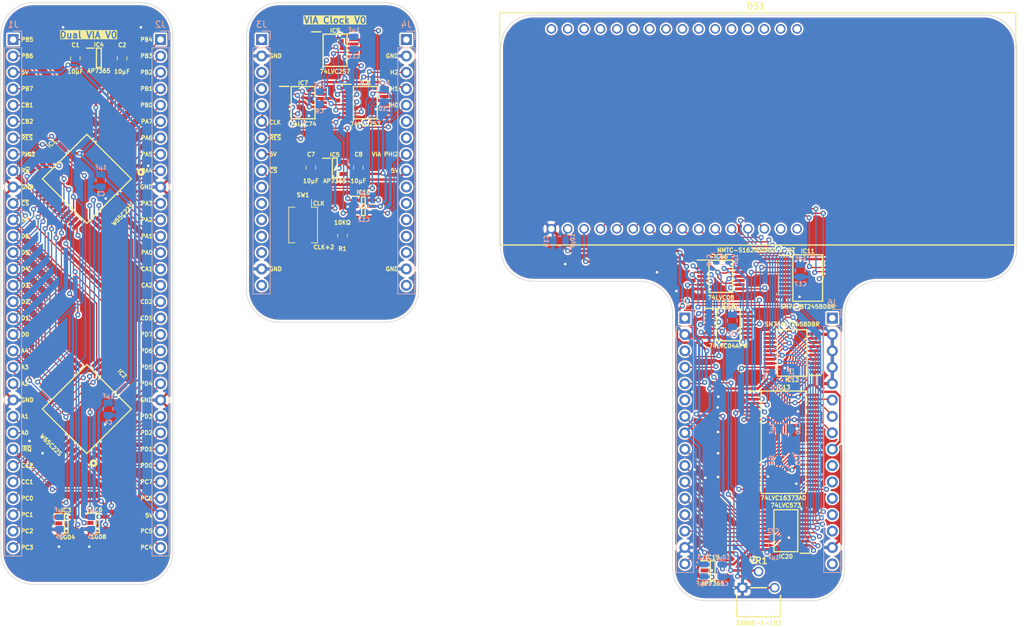
<source format=kicad_pcb>
(kicad_pcb (version 20221018) (generator pcbnew)
  (layers (0 "F.Cu" signal) (31 "B.Cu" signal) (34 "B.Paste" user) (36 "B.SilkS" user "B.Silkscreen") (37 "F.SilkS" user "F.Silkscreen") (38 "B.Mask" user) (39 "F.Mask" user) (44 "Edge.Cuts" user))
  (net 0 "")
  (net 11 "/W65C22 Breakout Board/GND")
  (net 12 "/W65C22 Breakout Board/5V")
  (net 13 "/W65C22 Breakout Board/3.3V")
  (net 14 "/W65C22 Breakout Board/PA5")
  (net 15 "/W65C22 Breakout Board/PA6")
  (net 16 "/W65C22 Breakout Board/PA7")
  (net 17 "/W65C22 Breakout Board/PB0")
  (net 18 "/W65C22 Breakout Board/PB1")
  (net 19 "/W65C22 Breakout Board/PB2")
  (net 20 "/W65C22 Breakout Board/PB3")
  (net 21 "/W65C22 Breakout Board/PB4")
  (net 22 "/W65C22 Breakout Board/PB5")
  (net 23 "/W65C22 Breakout Board/PB6")
  (net 24 "/W65C22 Breakout Board/PB7")
  (net 25 "/W65C22 Breakout Board/CB1")
  (net 26 "/W65C22 Breakout Board/CB2")
  (net 27 "/W65C22 Breakout Board/~{IRQ}_{AB}")
  (net 28 "/W65C22 Breakout Board/R~{W}")
  (net 29 "/W65C22 Breakout Board/~{CS}")
  (net 30 "/W65C22 Breakout Board/~{A4}")
  (net 31 "/W65C22 Breakout Board/PHI2")
  (net 32 "/W65C22 Breakout Board/D7")
  (net 33 "/W65C22 Breakout Board/D6")
  (net 34 "/W65C22 Breakout Board/D5")
  (net 35 "/W65C22 Breakout Board/D4")
  (net 36 "/W65C22 Breakout Board/D3")
  (net 37 "/W65C22 Breakout Board/D2")
  (net 38 "/W65C22 Breakout Board/D1")
  (net 39 "/W65C22 Breakout Board/D0")
  (net 40 "/W65C22 Breakout Board/~{Reset}")
  (net 41 "/W65C22 Breakout Board/A3")
  (net 42 "/W65C22 Breakout Board/A2")
  (net 43 "/W65C22 Breakout Board/A1")
  (net 44 "/W65C22 Breakout Board/A0")
  (net 45 "/W65C22 Breakout Board/CA2")
  (net 46 "/W65C22 Breakout Board/CA1")
  (net 47 "/W65C22 Breakout Board/PA0")
  (net 48 "/W65C22 Breakout Board/PA1")
  (net 49 "/W65C22 Breakout Board/PA2")
  (net 50 "/W65C22 Breakout Board/PA3")
  (net 51 "/W65C22 Breakout Board/PA4")
  (net 52 "/W65C22 Breakout Board/PC5")
  (net 53 "/W65C22 Breakout Board/PC6")
  (net 54 "/W65C22 Breakout Board/PC7")
  (net 55 "/W65C22 Breakout Board/PD0")
  (net 56 "/W65C22 Breakout Board/PD1")
  (net 57 "/W65C22 Breakout Board/PD2")
  (net 58 "/W65C22 Breakout Board/PD3")
  (net 59 "/W65C22 Breakout Board/PD4")
  (net 60 "/W65C22 Breakout Board/PD5")
  (net 61 "/W65C22 Breakout Board/PD6")
  (net 62 "/W65C22 Breakout Board/PD7")
  (net 63 "/W65C22 Breakout Board/CD1")
  (net 64 "/W65C22 Breakout Board/CD2")
  (net 65 "/W65C22 Breakout Board/~{IRQ}_{CD}")
  (net 66 "/W65C22 Breakout Board/A4")
  (net 67 "/W65C22 Breakout Board/CC2")
  (net 68 "/W65C22 Breakout Board/CC1")
  (net 69 "/W65C22 Breakout Board/PC0")
  (net 70 "/W65C22 Breakout Board/PC1")
  (net 71 "/W65C22 Breakout Board/PC2")
  (net 72 "/W65C22 Breakout Board/PC3")
  (net 73 "/W65C22 Breakout Board/PC4")
  (net 74 "/W65C22 Breakout Board/~{IRQ}")
  (net 75 "/Clock Control Board/5V")
  (net 76 "/Clock Control Board/GND")
  (net 77 "/Clock Control Board/3.3V")
  (net 83 "/Clock Control Board/~{Reset}")
  (net 84 "/Clock Control Board/1~{Q}")
  (net 96 "/Clock Control Board/CH0_{OUT}")
  (net 103 "/Clock Control Board/CH1_{OUT}")
  (net 104 "/Clock Control Board/CH2_{OUT}")
  (net 106 "/Clock Control Board/~{CS}")
  (net 107 "Net-(IC8-1I0)")
  (net 108 "Net-(IC8-1I1)")
  (net 109 "Net-(IC8-2I0)")
  (net 110 "Net-(IC8-2I1)")
  (net 113 "/Clock Control Board/CLK")
  (net 114 "/Clock Control Board/CLK÷2")
  (net 115 "/Clock Control Board/Select CLK÷2")
  (net 116 "/Clock Control Board/VIA PHI2 _{OUT}")
  (net 117 "/LCD Display/5V")
  (net 118 "/LCD Display/GND")
  (net 119 "/LCD Display/3.3V")
  (net 120 "/LCD Display/V_{0}")
  (net 139 "/LCD Display/RS_{Latch}")
  (net 140 "/LCD Display/R~{W}_{Latch}")
  (net 141 "/LCD Display/E_{Latch}")
  (net 144 "/LCD Display/D0_{Latch}")
  (net 145 "/LCD Display/D1_{Latch}")
  (net 146 "/LCD Display/D2_{Latch}")
  (net 147 "/LCD Display/D3_{Latch}")
  (net 148 "/LCD Display/D4_{Latch}")
  (net 149 "/LCD Display/D5_{Latch}")
  (net 150 "/LCD Display/D6_{Latch}")
  (net 151 "/LCD Display/D7_{Latch}")
  (net 157 "/LCD Display/WD·CS")
  (net 158 "/LCD Display/D7")
  (net 159 "/LCD Display/D6")
  (net 160 "/LCD Display/D5")
  (net 161 "/LCD Display/D4")
  (net 162 "/LCD Display/D3")
  (net 163 "/LCD Display/D2")
  (net 164 "/LCD Display/D1")
  (net 165 "/LCD Display/D0")
  (net 166 "/LCD Display/A2")
  (net 167 "/LCD Display/A1")
  (net 168 "/LCD Display/A0")
  (net 169 "/LCD Display/(RD+WD)·CS")
  (net 170 "/LCD Display/~{CS}")
  (net 171 "/LCD Display/CS")
  (net 172 "/LCD Display/~{WD}")
  (net 173 "/LCD Display/WD")
  (net 174 "/LCD Display/RD·CS")
  (net 175 "/LCD Display/~{RD}+~{CS}")
  (net 178 "/LCD Display/~{RD}")
  (net 179 "/LCD Display/~{RD}·~{WD}")
  (net 180 "/LCD Display/RD+WD")
  (net 181 "/LCD Display/RD")
  (net 185 "/LCD Display/DB0")
  (net 186 "/LCD Display/DB1")
  (net 187 "/LCD Display/DB2")
  (net 188 "/LCD Display/DB3")
  (net 189 "/LCD Display/DB4")
  (net 190 "/LCD Display/DB5")
  (net 191 "/LCD Display/DB6")
  (net 192 "/LCD Display/DB7")
  (net 199 "/LCD Display/RS")
  (net 200 "/LCD Display/R~{W}")
  (net 201 "/LCD Display/E")
  (footprint "SamacSys_Parts:SOP65P640X110-14N" (layer "F.Cu") (at 152.908 92.583)
    (fp_text reference "IC16")
    (fp_text value "74LVC08APW,112" hide)
  )
  (footprint "SamacSys_Parts:SOP65P640X110-14N" (layer "F.Cu") (at 88.138 65.659)
    (fp_text reference "IC7")
    (fp_text value "74LVC74APW,118" hide)
  )
  (footprint "SamacSys_Parts:QFP80P1320X1320X270-44N" (layer "F.Cu") (at 54.61 113.157 135)
    (fp_text reference "IC2")
    (fp_text value "W65C22S6TQG-14" hide)
  )
  (footprint "SamacSys_Parts:R_0805" (layer "F.Cu") (at 94.234 86.275 180)
    (fp_text reference "R1")
    (fp_text value "10KΩ")
  )
  (footprint "SamacSys_Parts:SOT95P275X110-5N" (layer "F.Cu") (at 51.415 130.871)
    (fp_text reference "IC3")
    (fp_text value "74LVC1G04GV,125" hide)
  )
  (footprint "SamacSys_Parts:SOT95P275X110-6N" (layer "F.Cu") (at 97.48 81.721)
    (fp_text reference "IC10")
    (fp_text value "74LVC1G157GV-Q100H" hide)
  )
  (footprint "SamacSys_Parts:SOP65P780X200-20N" (layer "F.Cu") (at 166.37 92.837)
    (fp_text reference "IC11")
    (fp_text value "SN74ABT245BDBR")
  )
  (footprint "SamacSys_Parts:C_0805" (layer "F.Cu") (at 89.34 75.763)
    (fp_text reference "C7")
    (fp_text value "10μF")
  )
  (footprint "SamacSys_Parts:C_0805" (layer "F.Cu") (at 96.706 75.763)
    (fp_text reference "C8")
    (fp_text value "10μF")
  )
  (footprint "SamacSys_Parts:NMTCS16205DRGHS07_1" (layer "F.Cu") (at 126.623 85.223)
    (fp_text reference "DS1")
    (fp_text value "NMTC-S16205DRGHS-07")
  )
  (footprint "SamacSys_Parts:SOT95P275X110-5N" (layer "F.Cu") (at 56.261 130.81)
    (fp_text reference "IC6")
    (fp_text value "74LVC1G08GV,125" hide)
  )
  (footprint "SamacSys_Parts:SOP65P640X110-14N" (layer "F.Cu") (at 154.051 100.076)
    (fp_text reference "IC14")
    (fp_text value "74LVC04APW,118" hide)
  )
  (footprint "SamacSys_Parts:SOT95P285X130-5N" (layer "F.Cu") (at 56.47 58.704)
    (fp_text reference "IC4")
    (fp_text value "AP7365-33WG-7" hide)
  )
  (footprint "SamacSys_Parts:SOP65P780X200-20N" (layer "F.Cu") (at 163.957 104.457999 180)
    (fp_text reference "IC12")
    (fp_text value "SN74ABT245BDBR")
  )
  (footprint "SamacSys_Parts:QFP80P1320X1320X270-44N" (layer "F.Cu") (at 54.61 77.47 -135)
    (fp_text reference "IC1")
    (fp_text value "W65C22S6TQG-14" hide)
  )
  (footprint "SamacSys_Parts:SOP65P640X110-20N" (layer "F.Cu") (at 162.983501 132.016999 180)
    (fp_text reference "IC20")
    (fp_text value "74LVC573APW,118" hide)
  )
  (footprint "SamacSys_Parts:3306K1103" (layer "F.Cu") (at 156.25 140.853)
    (fp_text reference "VR1")
    (fp_text value "3306K-1-103")
  )
  (footprint "SamacSys_Parts:SOT95P285X130-5N" (layer "F.Cu") (at 93.045 75.768)
    (fp_text reference "IC5")
    (fp_text value "AP7365-33WG-7" hide)
  )
  (footprint "SamacSys_Parts:SOP65P640X110-16N" (layer "F.Cu") (at 93.091 57.531)
    (fp_text reference "IC9")
    (fp_text value "74LVC257APW,118" hide)
  )
  (footprint "SamacSys_Parts:C_0805" (layer "F.Cu") (at 52.832 58.801)
    (fp_text reference "C1")
    (fp_text value "10μF")
  )
  (footprint "SamacSys_Parts:SOP65P640X110-16N" (layer "F.Cu") (at 97.79 65.659)
    (fp_text reference "IC8")
    (fp_text value "74LVC257APW,118" hide)
  )
  (footprint "Button_Switch_SMD:SW_DIP_SPSTx02_Slide_KingTek_DSHP02TJ_W5.25mm_P1.27mm_JPin" (layer "F.Cu") (at 88.138 84.624 -90)
    (fp_text reference "SW1")
    (fp_text value "SW_DIP_x02")
  )
  (footprint "SamacSys_Parts:C_0805" (layer "F.Cu") (at 60.071 58.801)
    (fp_text reference "C2")
    (fp_text value "10μF")
  )
  (footprint "SamacSys_Parts:SOP64P1025X280-48N" (layer "F.Cu") (at 162.602501 118.300999)
    (fp_text reference "IC13")
    (fp_text value "74LVC16373ADL,118" hide)
  )
  (footprint "SamacSys_Parts:SOT95P285X130-5N" (layer "F.Cu") (at 151.638 138.176)
    (fp_text reference "IC15")
    (fp_text value "AP7365-33WG-7" hide)
  )
  (footprint "SamacSys_Parts:C_0805" (layer "B.Cu") (at 154.686 99.441)
    (fp_text reference "C19")
    (fp_text value "1μF")
  )
  (footprint "SamacSys_Parts:C_0805" (layer "B.Cu") (at 50.419 130.81)
    (fp_text reference "C6")
    (fp_text value "1μF")
  )
  (footprint "SamacSys_Parts:C_0805" (layer "B.Cu") (at 165.227 91.694)
    (fp_text reference "C17")
    (fp_text value "1μF")
  )
  (footprint "Connector_PinHeader_2.54mm:PinHeader_1x16_P2.54mm_Vertical" (layer "B.Cu") (at 170.18 99.06 180)
    (fp_text reference "J6")
    (fp_text value "Conn_01x32_Pin")
  )
  (footprint "SamacSys_Parts:C_0805" (layer "B.Cu") (at 161.798 107.696 90)
    (fp_text reference "C16")
    (fp_text value "1μF")
  )
  (footprint "SamacSys_Parts:C_0805" (layer "B.Cu") (at 55.372 130.81)
    (fp_text reference "C5")
    (fp_text value "1μF")
  )
  (footprint "SamacSys_Parts:C_0805" (layer "B.Cu") (at 127.889 87.122 -90)
    (fp_text reference "C15")
    (fp_text value "10μF")
  )
  (footprint "SamacSys_Parts:C_0805" (layer "B.Cu") (at 100.711 64.516)
    (fp_text reference "C10")
    (fp_text value "1μF")
  )
  (footprint "SamacSys_Parts:C_0805" (layer "B.Cu") (at 161.036 134.112 180)
    (fp_text reference "C22")
    (fp_text value "1μF")
  )
  (footprint "Connector_PinHeader_2.54mm:PinHeader_1x32_P2.54mm_Vertical" (layer "B.Cu") (at 43.18 55.88 180)
    (fp_text reference "J1")
    (fp_text value "Conn_01x32_Pin")
  )
  (footprint "Connector_PinHeader_2.54mm:PinHeader_1x32_P2.54mm_Vertical" (layer "B.Cu") (at 66.04 55.88 180)
    (fp_text reference "J2")
    (fp_text value "Conn_01x32_Pin")
  )
  (footprint "Connector_PinHeader_2.54mm:PinHeader_1x16_P2.54mm_Vertical" (layer "B.Cu") (at 81.71 55.88 180)
    (fp_text reference "J3")
    (fp_text value "Conn_01x32_Pin")
  )
  (footprint "Connector_PinHeader_2.54mm:PinHeader_1x16_P2.54mm_Vertical" (layer "B.Cu") (at 104.14 55.88 180)
    (fp_text reference "J4")
    (fp_text value "Conn_01x32_Pin")
  )
  (footprint "SamacSys_Parts:C_0805" (layer "B.Cu") (at 162.814 116.205 90)
    (fp_text reference "C20")
    (fp_text value "1μF")
  )
  (footprint "SamacSys_Parts:C_0805" (layer "B.Cu") (at 153.162 90.043 -90)
    (fp_text reference "C18")
    (fp_text value "1μF")
  )
  (footprint "Connector_PinHeader_2.54mm:PinHeader_1x16_P2.54mm_Vertical" (layer "B.Cu") (at 147.32 99.06 180)
    (fp_text reference "J5")
    (fp_text value "Conn_01x32_Pin")
  )
  (footprint "SamacSys_Parts:C_0805" (layer "B.Cu") (at 96.012 56.388)
    (fp_text reference "C11")
    (fp_text value "1μF")
  )
  (footprint "SamacSys_Parts:C_0805" (layer "B.Cu") (at 57.912 113.157)
    (fp_text reference "C4")
    (fp_text value "1μF")
  )
  (footprint "SamacSys_Parts:C_0805" (layer "B.Cu") (at 162.814 121.158 90)
    (fp_text reference "C21")
    (fp_text value "1μF")
  )
  (footprint "SamacSys_Parts:C_0805" (layer "B.Cu") (at 90.678 64.897)
    (fp_text reference "C9")
    (fp_text value "1μF")
  )
  (footprint "SamacSys_Parts:C_0805" (layer "B.Cu") (at 97.536 81.703)
    (fp_text reference "C12")
    (fp_text value "1μF")
  )
  (footprint "SamacSys_Parts:C_0805" (layer "B.Cu") (at 150.241 138.176 180)
    (fp_text reference "C13")
    (fp_text value "10μF")
  )
  (footprint "SamacSys_Parts:C_0805" (layer "B.Cu") (at 56.769 77.724)
    (fp_text reference "C3")
    (fp_text value "1μF")
  )
  (footprint "SamacSys_Parts:C_0805" (layer "B.Cu") (at 153.124 138.176)
    (fp_text reference "C14")
    (fp_text value "10μF")
  )
  (gr_arc (start 172.096971 137.794599) (mid 170.609073 141.386701) (end 167.016971 142.874599) (stroke (width 0.1)) (layer "Edge.Cuts"))
  (gr_line (start 67.945 135.255) (end 67.945 55.245) (stroke (width 0.1)) (layer "Edge.Cuts"))
  (gr_arc (start 118.756971 57.149599) (mid 120.244869 53.557497) (end 123.836971 52.069599) (stroke (width 0.1)) (layer "Edge.Cuts"))
  (gr_arc (start 193.686971 52.069599) (mid 197.279073 53.557497) (end 198.766971 57.149599) (stroke (width 0.1)) (layer "Edge.Cuts"))
  (gr_line (start 123.836971 93.344599) (end 140.346971 93.344599) (stroke (width 0.1)) (layer "Edge.Cuts"))
  (gr_arc (start 79.375 55.245) (mid 80.862898 51.652898) (end 84.455 50.165) (stroke (width 0.1)) (layer "Edge.Cuts"))
  (gr_line (start 177.176971 93.344599) (end 193.686971 93.344599) (stroke (width 0.1)) (layer "Edge.Cuts"))
  (gr_line (start 41.275 55.245) (end 41.275 135.255) (stroke (width 0.1)) (layer "Edge.Cuts"))
  (gr_line (start 100.965 99.695) (end 84.455 99.695) (stroke (width 0.1)) (layer "Edge.Cuts"))
  (gr_arc (start 140.346971 93.344599) (mid 143.939073 94.832497) (end 145.426971 98.424599) (stroke (width 0.1)) (layer "Edge.Cuts"))
  (gr_arc (start 41.275 55.245) (mid 42.762898 51.652898) (end 46.355 50.165) (stroke (width 0.1)) (layer "Edge.Cuts"))
  (gr_arc (start 150.506971 142.874599) (mid 146.914869 141.386701) (end 145.426971 137.794599) (stroke (width 0.1)) (layer "Edge.Cuts"))
  (gr_line (start 79.375 55.245) (end 79.375 94.615) (stroke (width 0.1)) (layer "Edge.Cuts"))
  (gr_arc (start 100.965 50.165) (mid 104.557102 51.652898) (end 106.045 55.245) (stroke (width 0.1)) (layer "Edge.Cuts"))
  (gr_arc (start 172.096971 98.424599) (mid 173.584869 94.832497) (end 177.176971 93.344599) (stroke (width 0.1)) (layer "Edge.Cuts"))
  (gr_arc (start 123.836971 93.344599) (mid 120.244869 91.856701) (end 118.756971 88.264599) (stroke (width 0.1)) (layer "Edge.Cuts"))
  (gr_line (start 167.016971 142.874599) (end 150.506971 142.874599) (stroke (width 0.1)) (layer "Edge.Cuts"))
  (gr_arc (start 62.865 50.165) (mid 66.457102 51.652898) (end 67.945 55.245) (stroke (width 0.1)) (layer "Edge.Cuts"))
  (gr_arc (start 46.355 140.335) (mid 42.762898 138.847102) (end 41.275 135.255) (stroke (width 0.1)) (layer "Edge.Cuts"))
  (gr_line (start 106.045 94.615) (end 106.045 55.245) (stroke (width 0.1)) (layer "Edge.Cuts"))
  (gr_line (start 172.096971 137.794599) (end 172.096971 98.424599) (stroke (width 0.1)) (layer "Edge.Cuts"))
  (gr_arc (start 198.766971 88.264599) (mid 197.279073 91.856701) (end 193.686971 93.344599) (stroke (width 0.1)) (layer "Edge.Cuts"))
  (gr_arc (start 106.045 94.615) (mid 104.557102 98.207102) (end 100.965 99.695) (stroke (width 0.1)) (layer "Edge.Cuts"))
  (gr_arc (start 84.455 99.695) (mid 80.862898 98.207102) (end 79.375 94.615) (stroke (width 0.1)) (layer "Edge.Cuts"))
  (gr_arc (start 67.945 135.255) (mid 66.457102 138.847102) (end 62.865 140.335) (stroke (width 0.1)) (layer "Edge.Cuts"))
  (gr_line (start 198.766971 57.149599) (end 198.766971 88.264599) (stroke (width 0.1)) (layer "Edge.Cuts"))
  (gr_line (start 145.426971 98.424599) (end 145.426971 137.794599) (stroke (width 0.1)) (layer "Edge.Cuts"))
  (gr_line (start 118.756971 57.149599) (end 118.756971 88.264599) (stroke (width 0.1)) (layer "Edge.Cuts"))
  (gr_line (start 62.865 140.335) (end 46.355 140.335) (stroke (width 0.1)) (layer "Edge.Cuts"))
  (gr_line (start 123.836971 52.069599) (end 193.686971 52.069599) (stroke (width 0.1)) (layer "Edge.Cuts"))
  (gr_line (start 84.455 50.165) (end 100.965 50.165) (stroke (width 0.1)) (layer "Edge.Cuts"))
  (gr_line (start 46.355 50.165) (end 62.865 50.165) (stroke (width 0.1)) (layer "Edge.Cuts"))
  (gr_text "PD6" (at 64.897 104.14) (layer "F.SilkS") (effects (font (size 0.635 0.635) (thickness 0.15) bold) (justify right)))
  (gr_text "H0" (at 102.997 66.04) (layer "F.SilkS") (effects (font (size 0.635 0.635) (thickness 0.15) bold) (justify right)))
  (gr_text "PC1" (at 44.323 129.54) (layer "F.SilkS") (effects (font (size 0.635 0.635) (thickness 0.15) bold) (justify left)))
  (gr_text "CD1" (at 64.897 99.06) (layer "F.SilkS") (effects (font (size 0.635 0.635) (thickness 0.15) bold) (justify right)))
  (gr_text "CB2" (at 44.323 68.58) (layer "F.SilkS") (effects (font (size 0.635 0.635) (thickness 0.15) bold) (justify left)))
  (gr_text "D4" (at 44.323 91.44) (layer "F.SilkS") (effects (font (size 0.635 0.635) (thickness 0.15) bold) (justify left)))
  (gr_text "~{RES}" (at 82.804 71.12) (layer "F.SilkS") (effects (font (size 0.635 0.635) (thickness 0.15) bold) (justify left)))
  (gr_text "CB1" (at 44.323 66.04) (layer "F.SilkS") (effects (font (size 0.635 0.635) (thickness 0.15) bold) (justify left)))
  (gr_text "CC1" (at 44.323 124.46) (layer "F.SilkS") (effects (font (size 0.635 0.635) (thickness 0.15) bold) (justify left)))
  (gr_text "Dual VIA V0" (at 54.864 55.753) (layer "F.SilkS" knockout) (effects (font (size 1 1) (thickness 0.2) bold) (justify bottom)))
  (gr_text "CLK" (at 82.804 68.707) (layer "F.SilkS") (effects (font (size 0.635 0.635) (thickness 0.15) bold) (justify left)))
  (gr_text "PA6" (at 64.897 71.12) (layer "F.SilkS") (effects (font (size 0.635 0.635) (thickness 0.15) bold) (justify right)))
  (gr_text "PD1" (at 64.897 119.38) (layer "F.SilkS") (effects (font (size 0.635 0.635) (thickness 0.15) bold) (justify right)))
  (gr_text "D7" (at 44.323 83.82) (layer "F.SilkS") (effects (font (size 0.635 0.635) (thickness 0.15) bold) (justify left)))
  (gr_text "GND" (at 82.804 91.44) (layer "F.SilkS") (effects (font (size 0.635 0.635) (thickness 0.15) bold) (justify left)))
  (gr_text "VIA PHI2" (at 102.997 73.66) (layer "F.SilkS") (effects (font (size 0.635 0.635) (thickness 0.15) bold) (justify right)))
  (gr_text "PC0" (at 44.323 127) (layer "F.SilkS") (effects (font (size 0.635 0.635) (thickness 0.15) bold) (justify left)))
  (gr_text "R~{W}" (at 44.323 76.2) (layer "F.SilkS") (effects (font (size 0.635 0.635) (thickness 0.15) bold) (justify left)))
  (gr_text "PD7" (at 64.897 101.6) (layer "F.SilkS") (effects (font (size 0.635 0.635) (thickness 0.15) bold) (justify right)))
  (gr_text "GND" (at 44.323 78.74) (layer "F.SilkS") (effects (font (size 0.635 0.635) (thickness 0.15) bold) (justify left)))
  (gr_text "PB3" (at 64.897 58.42) (layer "F.SilkS") (effects (font (size 0.635 0.635) (thickness 0.15) bold) (justify right)))
  (gr_text "A0" (at 44.323 116.84) (layer "F.SilkS") (effects (font (size 0.635 0.635) (thickness 0.15) bold) (justify left)))
  (gr_text "PA0" (at 64.897 88.9) (layer "F.SilkS") (effects (font (size 0.635 0.635) (thickness 0.15) bold) (justify right)))
  (gr_text "PD3" (at 64.897 114.3) (layer "F.SilkS") (effects (font (size 0.635 0.635) (thickness 0.15) bold) (justify right)))
  (gr_text "~{CS}" (at 44.323 81.28) (layer "F.SilkS") (effects (font (size 0.635 0.635) (thickness 0.15) bold) (justify left)))
  (gr_text "A2" (at 44.323 109.22) (layer "F.SilkS") (effects (font (size 0.635 0.635) (thickness 0.15) bold) (justify left)))
  (gr_text "5V" (at 82.804 73.66) (layer "F.SilkS") (effects (font (size 0.635 0.635) (thickness 0.15) bold) (justify left)))
  (gr_text "A1" (at 44.323 114.3) (layer "F.SilkS") (effects (font (size 0.635 0.635) (thickness 0.15) bold) (justify left)))
  (gr_text "A4" (at 44.323 104.14) (layer "F.SilkS") (effects (font (size 0.635 0.635) (thickness 0.15) bold) (justify left)))
  (gr_text "VIA Clock V0" (at 93.091 53.467) (layer "F.SilkS" knockout) (effects (font (size 1 1) (thickness 0.2) bold) (justify bottom)))
  (gr_text "D5" (at 44.323 88.9) (layer "F.SilkS") (effects (font (size 0.635 0.635) (thickness 0.15) bold) (justify left)))
  (gr_text "PA2" (at 64.897 83.82) (layer "F.SilkS") (effects (font (size 0.635 0.635) (thickness 0.15) bold) (justify right)))
  (gr_text "GND" (at 64.897 111.76) (layer "F.SilkS") (effects (font (size 0.635 0.635) (thickness 0.15) bold) (justify right)))
  (gr_text "CLK" (at 89.58 81.649) (layer "F.SilkS") (effects (font (size 0.635 0.635) (thickness 0.15) bold) (justify left bottom)))
  (gr_text "CA2" (at 64.897 93.98) (layer "F.SilkS") (effects (font (size 0.635 0.635) (thickness 0.15) bold) (justify right)))
  (gr_text "CC2" (at 44.323 121.92) (layer "F.SilkS") (effects (font (size 0.635 0.635) (thickness 0.15) bold) (justify left)))
  (gr_text "PA3" (at 64.897 81.28) (layer "F.SilkS") (effects (font (size 0.635 0.635) (thickness 0.15) bold) (justify right)))
  (gr_text "GND" (at 44.323 111.76) (layer "F.SilkS") (effects (font (size 0.635 0.635) (thickness 0.15) bold) (justify left)))
  (gr_text "H1" (at 102.997 63.5) (layer "F.SilkS") (effects (font (size 0.635 0.635) (thickness 0.15) bold) (justify right)))
  (gr_text "5V" (at 64.897 129.667) (layer "F.SilkS") (effects (font (size 0.635 0.635) (thickness 0.15) bold) (justify right)))
  (gr_text "PB0" (at 64.897 66.04) (layer "F.SilkS") (effects (font (size 0.635 0.635) (thickness 0.15) bold) (justify right)))
  (gr_text "H2" (at 102.997 60.96) (layer "F.SilkS") (effects (font (size 0.635 0.635) (thickness 0.15) bold) (justify right)))
  (gr_text "PC4" (at 64.897 134.62) (layer "F.SilkS") (effects (font (size 0.635 0.635) (thickness 0.15) bold) (justify right)))
  (gr_text "PB5" (at 44.323 55.88) (layer "F.SilkS") (effects (font (size 0.635 0.635) (thickness 0.15) bold) (justify left)))
  (gr_text "GND" (at 64.897 78.74) (layer "F.SilkS") (effects (font (size 0.635 0.635) (thickness 0.15) bold) (justify right)))
  (gr_text "PD0" (at 64.897 121.92) (layer "F.SilkS") (effects (font (size 0.635 0.635) (thickness 0.15) bold) (justify right)))
  (gr_text "PB1" (at 64.897 63.5) (layer "F.SilkS") (effects (font (size 0.635 0.635) (thickness 0.15) bold) (justify right)))
  (gr_text "D6" (at 44.323 86.36) (layer "F.SilkS") (effects (font (size 0.635 0.635) (thickness 0.15) bold) (justify left)))
  (gr_text "PC2" (at 44.323 132.08) (layer "F.SilkS") (effects (font (size 0.635 0.635) (thickness 0.15) bold) (justify left)))
  (gr_text "PC6" (at 64.897 127) (layer "F.SilkS") (effects (font (size 0.635 0.635) (thickness 0.15) bold) (justify right)))
  (gr_text "GND" (at 102.997 91.44) (layer "F.SilkS") (effects (font (size 0.635 0.635) (thickness 0.15) bold) (justify right)))
  (gr_text "~{RES}" (at 44.323 71.12) (layer "F.SilkS") (effects (font (size 0.635 0.635) (thickness 0.15) bold) (justify left)))
  (gr_text "GND" (at 102.997 58.42) (layer "F.SilkS") (effects (font (size 0.635 0.635) (thickness 0.15) bold) (justify right)))
  (gr_text "PB7" (at 44.323 63.5) (layer "F.SilkS") (effects (font (size 0.635 0.635) (thickness 0.15) bold) (justify left)))
  (gr_text "~{IRQ}" (at 44.323 119.38) (layer "F.SilkS") (effects (font (size 0.635 0.635) (thickness 0.15) bold) (justify left)))
  (gr_text "A3" (at 44.323 106.68) (layer "F.SilkS") (effects (font (size 0.635 0.635) (thickness 0.15) bold) (justify left)))
  (gr_text "CA1" (at 64.897 91.44) (layer "F.SilkS") (effects (font (size 0.635 0.635) (thickness 0.15) bold) (justify right)))
  (gr_text "GND" (at 82.804 58.42) (layer "F.SilkS") (effects (font (size 0.635 0.635) (thickness 0.15) bold) (justify left)))
  (gr_text "PA4" (at 64.897 76.2) (layer "F.SilkS") (effects (font (size 0.635 0.635) (thickness 0.15) bold) (justify right)))
  (gr_text "PB6" (at 44.323 58.42) (layer "F.SilkS") (effects (font (size 0.635 0.635) (thickness 0.15) bold) (justify left)))
  (gr_text "PD2" (at 64.897 116.84) (layer "F.SilkS") (effects (font (size 0.635 0.635) (thickness 0.15) bold) (justify right)))
  (gr_text "PA1" (at 64.897 86.36) (layer "F.SilkS") (effects (font (size 0.635 0.635) (thickness 0.15) bold) (justify right)))
  (gr_text "D2" (at 44.323 96.52) (layer "F.SilkS") (effects (font (size 0.635 0.635) (thickness 0.15) bold) (justify left)))
  (gr_text "D1" (at 44.323 99.06) (layer "F.SilkS") (effects (font (size 0.635 0.635) (thickness 0.15) bold) (justify left)))
  (gr_text "PD5" (at 64.897 106.68) (layer "F.SilkS") (effects (font (size 0.635 0.635) (thickness 0.15) bold) (justify right)))
  (gr_text "PB4" (at 64.897 55.88) (layer "F.SilkS") (effects (font (size 0.635 0.635) (thickness 0.15) bold) (justify right)))
  (gr_text "D0" (at 44.323 101.6) (layer "F.SilkS") (effects (font (size 0.635 0.635) (thickness 0.15) bold) (justify left)))
  (gr_text "~{CS}" (at 82.804 76.2) (layer "F.SilkS") (effects (font (size 0.635 0.635) (thickness 0.15) bold) (justify left)))
  (gr_text "CD2" (at 64.897 96.52) (layer "F.SilkS") (effects (font (size 0.635 0.635) (thickness 0.15) bold) (justify right)))
  (gr_text "PC7" (at 64.897 124.46) (layer "F.SilkS") (effects (font (size 0.635 0.635) (thickness 0.15) bold) (justify right)))
  (gr_text "PA5" (at 64.897 73.66) (layer "F.SilkS") (effects (font (size 0.635 0.635) (thickness 0.15) bold) (justify right)))
  (gr_text "PD4" (at 64.897 109.22) (layer "F.SilkS") (effects (font (size 0.635 0.635) (thickness 0.15) bold) (justify right)))
  (gr_text "5V" (at 44.323 60.96) (layer "F.SilkS") (effects (font (size 0.635 0.635) (thickness 0.15) bold) (justify left)))
  (gr_text "PA7" (at 64.897 68.58) (layer "F.SilkS") (effects (font (size 0.635 0.635) (thickness 0.15) bold) (justify right)))
  (gr_text "PHI2" (at 44.323 73.66) (layer "F.SilkS") (effects (font (size 0.635 0.635) (thickness 0.15) bold) (justify left)))
  (gr_text "CLK÷2" (at 89.662 88.434) (layer "F.SilkS") (effects (font (size 0.635 0.635) (thickness 0.15) bold) (justify left bottom)))
  (gr_text "D3" (at 44.323 93.98) (layer "F.SilkS") (effects (font (size 0.635 0.635) (thickness 0.15) bold) (justify left)))
  (gr_text "PC3" (at 44.323 134.62) (layer "F.SilkS") (effects (font (size 0.635 0.635) (thickness 0.15) bold) (justify left)))
  (gr_text "5V" (at 102.997 76.2) (layer "F.SilkS") (effects (font (size 0.635 0.635) (thickness 0.15) bold) (justify right)))
  (gr_text "PB2" (at 64.897 60.96) (layer "F.SilkS") (effects (font (size 0.635 0.635) (thickness 0.15) bold) (justify right)))
  (gr_text "PC5" (at 64.897 132.08) (layer "F.SilkS") (effects (font (size 0.635 0.635) (thickness 0.15) bold) (justify right)))
  (segment (start 61.418 57.835) (end 61.976 57.277) (width 0.38) (layer "F.Cu") (net 11))
  (segment (start 43.18 78.74) (end 41.906533 77.466533) (width 0.38) (layer "F.Cu") (net 11))
  (segment (start 66.04 78.74) (end 67.28 77.5) (width 0.38) (layer "F.Cu") (net 11))
  (segment (start 67.28 135.285) (end 67.28 113) (width 0.38) (layer "F.Cu") (net 11))
  (segment (start 50.927 57.277) (end 50.927 53.975) (width 0.38) (layer "F.Cu") (net 11))
  (segment (start 48.387 136.398) (end 50.292 134.493) (width 0.38) (layer "F.Cu") (net 11))
  (segment (start 43.18 78.74) (end 41.94 79.98) (width 0.38) (layer "F.Cu") (net 11))
  (segment (start 53.603 57.064) (end 59.3 57.064) (width 0.38) (layer "F.Cu") (net 11))
  (segment (start 62.992 56.261) (end 62.992 53.975) (width 0.38) (layer "F.Cu") (net 11))
  (segment (start 66.615 53.975) (end 62.992 53.975) (width 0.38) (layer "F.Cu") (net 11))
  (segment (start 61.849 77.47) (end 63.881 75.438) (width 0.38) (layer "F.Cu") (net 11))
  (segment (start 66.04 111.76) (end 67.28 110.52) (width 0.38) (layer "F.Cu") (net 11))
  (segment (start 41.94 110.52) (end 43.18 111.76) (width 0.38) (layer "F.Cu") (net 11))
  (segment (start 41.94 135.133625) (end 43.204375 136.398) (width 0.38) (layer "F.Cu") (net 11))
  (segment (start 41.94 118.806375) (end 41.94 135.133625) (width 0.38) (layer "F.Cu") (net 11))
  (segment (start 50.292 131.948) (end 50.165 131.821) (width 0.38) (layer "F.Cu") (net 11))
  (segment (start 59.3 57.064) (end 60.071 57.835) (width 0.38) (layer "F.Cu") (net 11))
  (segment (start 41.94 113) (end 41.94 117.413625) (width 0.38) (layer "F.Cu") (net 11))
  (segment (start 52.832 57.835) (end 51.485 57.835) (width 0.38) (layer "F.Cu") (net 11))
  (segment (start 41.906533 54.659351) (end 42.590884 53.975) (width 0.38) (layer "F.Cu") (net 11))
  (segment (start 56.261 131.699) (end 56.2 131.76) (width 0.38) (layer "F.Cu") (net 11))
  (segment (start 63.881 75.438) (end 64.135 75.438) (width 0.38) (layer "F.Cu") (net 11))
  (segment (start 53.701 58.704) (end 52.832 57.835) (width 0.38) (layer "F.Cu") (net 11))
  (segment (start 65.151 137.414) (end 67.28 135.285) (width 0.38) (layer "F.Cu") (net 11))
  (segment (start 67.28 79.98) (end 66.04 78.74) (width 0.38) (layer "F.Cu") (net 11))
  (segment (start 57.912 137.414) (end 65.151 137.414) (width 0.38) (layer "F.Cu") (net 11))
  (segment (start 41.94 117.413625) (end 42.636375 118.11) (width 0.38) (layer "F.Cu") (net 11))
  (segment (start 42.636375 118.11) (end 45.72 118.11) (width 0.38) (layer "F.Cu") (net 11))
  (segment (start 67.28 77.5) (end 67.28 54.64) (width 0.38) (layer "F.Cu") (net 11))
  (segment (start 56.2 131.76) (end 55.011 131.76) (width 0.38) (layer "F.Cu") (net 11))
  (segment (start 51.485 57.835) (end 50.927 57.277) (width 0.38) (layer "F.Cu") (net 11))
  (segment (start 60.579 77.47) (end 61.849 77.47) (width 0.38) (layer "F.Cu") (net 11))
  (segment (start 42.590884 53.975) (end 50.927 53.975) (width 0.38) (layer "F.Cu") (net 11))
  (segment (start 51.440498 131.699) (end 51.318498 131.821) (width 0.38) (layer "F.Cu") (net 11))
  (segment (start 41.906533 77.466533) (end 41.906533 54.659351) (width 0.38) (layer "F.Cu") (net 11))
  (segment (start 51.318498 131.821) (end 50.165 131.821) (width 0.38) (layer "F.Cu") (net 11))
  (segment (start 52.197 115.57) (end 57.432 115.57) (width 0.38) (layer "F.Cu") (net 11))
  (segment (start 55.17 58.704) (end 53.701 58.704) (width 0.38) (layer "F.Cu") (net 11))
  (segment (start 54.991 134.493) (end 57.912 137.414) (width 0.38) (layer "F.Cu") (net 11))
  (segment (start 50.261293 117.505707) (end 52.197 115.57) (width 0.38) (layer "F.Cu") (net 11))
  (segment (start 43.18 111.76) (end 41.94 113) (width 0.38) (layer "F.Cu") (net 11))
  (segment (start 60.071 57.835) (end 61.418 57.835) (width 0.38) (layer "F.Cu") (net 11))
  (segment (start 57.531 80.518) (end 60.579 77.47) (width 0.38) (layer "F.Cu") (net 11))
  (segment (start 54.991 134.493) (end 54.991 131.78) (width 0.38) (layer "F.Cu") (net 11))
  (segment (start 43.204375 136.398) (end 48.387 136.398) (width 0.38) (layer "F.Cu") (net 11))
  (segment (start 42.636375 118.11) (end 41.94 118.806375) (width 0.38) (layer "F.Cu") (net 11))
  (segment (start 67.28 54.64) (end 66.615 53.975) (width 0.38) (layer "F.Cu") (net 11))
  (segment (start 58.958707 81.818707) (end 60.452 83.312) (width 0.38) (layer "F.Cu") (net 11))
  (segment (start 50.292 134.493) (end 50.292 131.948) (width 0.38) (layer "F.Cu") (net 11))
  (segment (start 67.28 110.52) (end 67.28 79.98) (width 0.38) (layer "F.Cu") (net 11))
  (segment (start 47.752 120.015) (end 50.261293 117.505707) (width 0.38) (layer "F.Cu") (net 11))
  (segment (start 61.976 57.277) (end 62.992 56.261) (width 0.38) (layer "F.Cu") (net 11))
  (segment (start 52.832 57.835) (end 53.603 57.064) (width 0.38) (layer "F.Cu") (net 11))
  (segment (start 41.94 79.98) (end 41.94 110.52) (width 0.38) (layer "F.Cu") (net 11))
  (segment (start 67.28 113) (end 66.04 111.76) (width 0.38) (layer "F.Cu") (net 11))
  (via (at 57.531 80.518) (size 0.8) (drill 0.4) (layers "F.Cu" "B.Cu") (net 11))
  (via (at 51.440498 131.699) (size 0.8) (drill 0.4) (layers "F.Cu" "B.Cu") (net 11))
  (via (at 45.72 118.11) (size 0.8) (drill 0.4) (layers "F.Cu" "B.Cu") (net 11))
  (via (at 50.292 134.493) (size 0.8) (drill 0.4) (layers "F.Cu" "B.Cu") (net 11))
  (via (at 56.261 131.699) (size 0.8) (drill 0.4) (layers "F.Cu" "B.Cu") (net 11))
  (via (at 64.135 75.438) (size 0.8) (drill 0.4) (layers "F.Cu" "B.Cu") (net 11))
  (via (at 62.992 53.975) (size 0.8) (drill 0.4) (layers "F.Cu" "B.Cu") (net 11))
  (via (at 47.752 120.015) (size 0.8) (drill 0.4) (layers "F.Cu" "B.Cu") (net 11))
  (via (at 50.927 53.975) (size 0.8) (drill 0.4) (layers "F.Cu" "B.Cu") (net 11))
  (via (at 60.452 83.312) (size 0.8) (drill 0.4) (layers "F.Cu" "B.Cu") (net 11))
  (via (at 54.991 134.493) (size 0.8) (drill 0.4) (layers "F.Cu" "B.Cu") (net 11))
  (via (at 57.432 115.57) (size 0.8) (drill 0.4) (layers "F.Cu" "B.Cu") (net 11))
  (segment (start 56.769 78.69) (end 56.769 79.756) (width 0.38) (layer "B.Cu") (net 11))
  (segment (start 56.184 131.776) (end 56.261 131.699) (width 0.38) (layer "B.Cu") (net 11))
  (segment (start 50.292 134.493) (end 54.991 134.493) (width 0.38) (layer "B.Cu") (net 11))
  (segment (start 45.72 118.11) (end 45.847 118.11) (width 0.38) (layer "B.Cu") (net 11))
  (segment (start 45.593 136.525) (end 48.26 136.525) (width 0.38) (layer "B.Cu") (net 11))
  (segment (start 57.912 115.09) (end 57.432 115.57) (width 0.38) (layer "B.Cu") (net 11))
  (segment (start 45.847 118.11) (end 47.752 120.015) (width 0.38) (layer "B.Cu") (net 11))
  (segment (start 64.135 76.835) (end 66.04 78.74) (width 0.38) (layer "B.Cu") (net 11))
  (segment (start 43.307 136.525) (end 45.593 136.525) (width 0.38) (layer "B.Cu") (net 11))
  (segment (start 50.419 131.776) (end 51.363498 131.776) (width 0.38) (layer "B.Cu") (net 11))
  (segment (start 57.658 80.518) (end 57.531 80.518) (width 0.38) (layer "B.Cu") (net 11))
  (segment (start 56.769 79.756) (end 57.531 80.518) (width 0.38) (layer "B.Cu") (net 11))
  (segment (start 48.26 136.525) (end 50.292 134.493) (width 0.38) (layer "B.Cu") (net 11))
  (segment (start 64.135 75.438) (end 64.135 76.835) (width 0.38) (layer "B.Cu") (net 11))
  (segment (start 41.94 135.158) (end 43.307 136.525) (width 0.38) (layer "B.Cu") (net 11))
  (segment (start 43.18 111.76) (end 41.94 113) (width 0.38) (layer "B.Cu") (net 11))
  (segment (start 41.94 113) (end 41.94 135.158) (width 0.38) (layer "B.Cu") (net 11))
  (segment (start 51.363498 131.776) (end 51.440498 131.699) (width 0.38) (layer "B.Cu") (net 11))
  (segment (start 57.912 114.123) (end 57.912 115.09) (width 0.38) (layer "B.Cu") (net 11))
  (segment (start 60.452 83.312) (end 57.658 80.518) (width 0.38) (layer "B.Cu") (net 11))
  (segment (start 55.372 131.776) (end 56.184 131.776) (width 0.38) (layer "B.Cu") (net 11))
  (segment (start 55.17 59.654) (end 56.125 59.654) (width 0.38) (layer "F.Cu") (net 12))
  (segment (start 52.832 59.735) (end 55.089 59.735) (width 0.38) (layer "F.Cu") (net 12))
  (segment (start 56.135 57.764) (end 56.125 57.754) (width 0.38) (layer "F.Cu") (net 12))
  (segment (start 56.135 59.644) (end 56.135 57.764) (width 0.38) (layer "F.Cu") (net 12))
  (segment (start 56.125 57.754) (end 55.17 57.754) (width 0.38) (layer "F.Cu") (net 12))
  (segment (start 52.75 59.817) (end 51.68901 59.817) (width 0.38) (layer "F.Cu") (net 12))
  (segment (start 56.125 59.654) (end 56.135 59.644) (width 0.38) (layer "F.Cu") (net 12))
  (via (at 51.68901 59.817) (size 0.8) (drill 0.4) (layers "F.Cu" "B.Cu") (net 12))
  (segment (start 50.54601 60.96) (end 51.68901 59.817) (width 0.38) (layer "B.Cu") (net 12))
  (segment (start 52.959 59.817) (end 51.68901 59.817) (width 0.38) (layer "B.Cu") (net 12))
  (segment (start 66.04 129.54) (end 62.738 126.238) (width 0.38) (layer "B.Cu") (net 12))
  (segment (start 43.18 60.96) (end 50.54601 60.96) (width 0.38) (layer "B.Cu") (net 12))
  (segment (start 62.738 69.596) (end 52.959 59.817) (width 0.38) (layer "B.Cu") (net 12))
  (segment (start 62.738 126.238) (end 62.738 69.596) (width 0.38) (layer "B.Cu") (net 12))
  (segment (start 57.511 129.86) (end 56.515 129.86) (width 0.38) (layer "F.Cu") (net 13))
  (segment (start 52.665 128.564) (end 53.7845 127.4445) (width 0.38) (layer "F.Cu") (net 13))
  (segment (start 51.392664 71.989922) (end 52.935742 73.533) (width 0.38) (layer "F.Cu") (net 13))
  (segment (start 57.511 129.86) (end 57.511 128.123) (width 0.38) (layer "F.Cu") (net 13))
  (segment (start 52.665 129.921) (end 51.562 129.921) (width 0.38) (layer "F.Cu") (net 13))
  (segment (start 58.09 57.754) (end 60.071 59.735) (width 0.38) (layer "F.Cu") (net 13))
  (segment (start 52.665 129.921) (end 52.665 128.564) (width 0.38) (layer "F.Cu") (net 13))
  (segment (start 57.511 128.123) (end 56.8325 127.4445) (width 0.38) (layer "F.Cu") (net 13))
  (segment (start 59.055 110.974742) (end 59.055 110.998) (width 0.38) (layer "F.Cu") (net 13))
  (segment (start 53.7845 127.4445) (end 56.8325 127.4445) (width 0.38) (layer "F.Cu") (net 13))
  (segment (start 60.090078 109.939664) (end 59.055 110.974742) (width 0.38) (layer "F.Cu") (net 13))
  (segment (start 56.007 64.643) (end 56.007 66.421) (width 0.38) (layer "F.Cu") (net 13))
  (segment (start 52.935742 73.533) (end 53.467 73.533) (width 0.38) (layer "F.Cu") (net 13))
  (segment (start 60.071 59.735) (end 60.071 60.579) (width 0.38) (layer "F.Cu") (net 13))
  (segment (start 60.071 60.579) (end 56.007 64.643) (width 0.38) (layer "F.Cu") (net 13))
  (via (at 56.8325 127.4445) (size 0.8) (drill 0.4) (layers "F.Cu" "B.Cu") (net 13))
  (via (at 51.562 129.921) (size 0.8) (drill 0.4) (layers "F.Cu" "B.Cu") (net 13))
  (via (at 53.467 73.533) (size 0.8) (drill 0.4) (layers "F.Cu" "B.Cu") (net 13))
  (via (at 56.515 129.86) (size 0.8) (drill 0.4) (layers "F.Cu" "B.Cu") (net 13))
  (via (at 56.007 66.421) (size 0.8) (drill 0.4) (layers "F.Cu" "B.Cu") (net 13))
  (via (at 59.055 110.998) (size 0.8) (drill 0.4) (layers "F.Cu" "B.Cu") (net 13))
  (segment (start 56.007 66.421) (end 56.007 71.247) (width 0.38) (layer "B.Cu") (net 13))
  (segment (start 53.721 73.533) (end 53.467 73.533) (width 0.38) (layer "B.Cu") (net 13))
  (segment (start 51.562 129.921) (end 50.464 129.921) (width 0.38) (layer "B.Cu") (net 13))
  (segment (start 56.4515 127.0635) (end 56.8325 127.4445) (width 0.38) (layer "B.Cu") (net 13))
  (segment (start 61.468 81.489) (end 61.468 108.585) (width 0.38) (layer "B.Cu") (net 13))
  (segment (start 57.912 112.223) (end 56.4515 113.6835) (width 0.38) (layer "B.Cu") (net 13))
  (segment (start 56.769 76.79) (end 61.468 81.489) (width 0.38) (layer "B.Cu") (net 13))
  (segment (start 56.007 71.247) (end 53.721 73.533) (width 0.38) (layer "B.Cu") (net 13))
  (segment (start 56.4515 113.6835) (end 56.4515 127.0635) (width 0.38) (layer "B.Cu") (net 13))
  (segment (start 53.467 73.533) (end 56.724 76.79) (width 0.38) (layer "B.Cu") (net 13))
  (segment (start 56.515 129.86) (end 55.388 129.86) (width 0.38) (layer "B.Cu") (net 13))
  (segment (start 59.055 110.998) (end 57.912 112.141) (width 0.38) (layer "B.Cu") (net 13))
  (segment (start 61.468 108.585) (end 59.055 110.998) (width 0.38) (layer "B.Cu") (net 13))
  (segment (start 64.076854 73.66) (end 61.787134 75.94972) (width 0.2) (layer "F.Cu") (net 14))
  (segment (start 66.04 73.66) (end 64.076854 73.66) (width 0.2) (layer "F.Cu") (net 14))
  (segment (start 65.485483 71.12) (end 61.221448 75.384035) (width 0.2) (layer "F.Cu") (net 15))
  (segment (start 62.174412 72.445588) (end 62.174412 73.299701) (width 0.2) (layer "F.Cu") (net 16))
  (segment (start 62.174412 73.299701) (end 60.655763 74.81835) (width 0.2) (layer "F.Cu") (net 16))
  (segment (start 66.04 68.58) (end 62.174412 72.445588) (width 0.2) (layer "F.Cu") (net 16))
  (segment (start 60.690598 73.652144) (end 60.090078 74.252664) (width 0.2) (layer "F.Cu") (net 17))
  (segment (start 60.690598 71.389402) (end 60.690598 73.652144) (width 0.2) (layer "F.Cu") (net 17))
  (segment (start 66.04 66.04) (end 60.690598 71.389402) (width 0.2) (layer "F.Cu") (net 17))
  (segment (start 59.817 72.263) (end 58.958707 73.121293) (width 0.2) (layer "F.Cu") (net 18))
  (segment (start 59.817 69.723) (end 59.817 72.263) (width 0.2) (layer "F.Cu") (net 18))
  (segment (start 66.04 63.5) (end 59.817 69.723) (width 0.2) (layer "F.Cu") (net 18))
  (segment (start 59.417 67.583) (end 59.417 71.531629) (width 0.2) (layer "F.Cu") (net 19))
  (segment (start 59.417 71.531629) (end 58.393021 72.555608) (width 0.2) (layer "F.Cu") (net 19))
  (segment (start 66.04 60.96) (end 59.417 67.583) (width 0.2) (layer "F.Cu") (net 19))
  (segment (start 59.017 70.800258) (end 57.827336 71.989922) (width 0.2) (layer "F.Cu") (net 20))
  (segment (start 66.04 58.42) (end 59.017 65.443) (width 0.2) (layer "F.Cu") (net 20))
  (segment (start 59.017 65.443) (end 59.017 70.800258) (width 0.2) (layer "F.Cu") (net 20))
  (segment (start 57.862171 64.057829) (end 57.862171 70.823716) (width 0.2) (layer "F.Cu") (net 21))
  (segment (start 66.04 55.88) (end 57.862171 64.057829) (width 0.2) (layer "F.Cu") (net 21))
  (segment (start 57.862171 70.823716) (end 57.26165 71.424237) (width 0.2) (layer "F.Cu") (net 21))
  (segment (start 57.296486 70.258031) (end 56.695965 70.858552) (width 0.2) (layer "F.Cu") (net 22))
  (segment (start 57.296486 68.946486) (end 57.296486 70.258031) (width 0.2) (layer "F.Cu") (net 22))
  (segment (start 44.23 55.88) (end 57.296486 68.946486) (width 0.2) (layer "F.Cu") (net 22))
  (segment (start 43.18 55.88) (end 44.23 55.88) (width 0.2) (layer "F.Cu") (net 22))
  (segment (start 43.18 58.42) (end 44.257414 58.42) (width 0.2) (layer "F.Cu") (net 23))
  (segment (start 44.257414 58.42) (end 56.13028 70.292866) (width 0.2) (layer "F.Cu") (net 23))
  (segment (start 46.296854 63.5) (end 53.08972 70.292866) (width 0.2) (layer "F.Cu") (net 24))
  (segment (start 43.18 63.5) (end 46.296854 63.5) (width 0.2) (layer "F.Cu") (net 24))
  (segment (start 47.705483 66.04) (end 52.524035 70.858552) (width 0.2) (layer "F.Cu") (net 25))
  (segment (start 43.18 66.04) (end 47.705483 66.04) (width 0.2) (layer "F.Cu") (net 25))
  (segment (start 49.114113 68.58) (end 51.95835 71.424237) (width 0.2) (layer "F.Cu") (net 26))
  (segment (start 43.18 68.58) (end 49.114113 68.58) (width 0.2) (layer "F.Cu") (net 26))
  (segment (start 54.102 76.962) (end 54.229 76.962) (width 0.2) (layer "F.Cu") (net 27))
  (segment (start 50.261293 73.121293) (end 54.102 76.962) (width 0.2) (layer "F.Cu") (net 27))
  (segment (start 55.011 130.81) (end 54.195245 130.81) (width 0.2) (layer "F.Cu") (net 27))
  (segment (start 54.195245 130.81) (end 54.174528 130.789283) (width 0.2) (layer "F.Cu") (net 27))
  (via (at 54.229 76.962) (size 0.8) (drill 0.4) (layers "F.Cu" "B.Cu") (net 27))
  (via (at 54.174528 130.789283) (size 0.8) (drill 0.4) (layers "F.Cu" "B.Cu") (net 27))
  (segment (start 53.359 106.026) (end 53.359 129.973755) (width 0.2) (layer "B.Cu") (net 27))
  (segment (start 54.375 105.01) (end 53.359 106.026) (width 0.2) (layer "B.Cu") (net 27))
  (segment (start 54.375 77.108) (end 54.375 105.01) (width 0.2) (layer "B.Cu") (net 27))
  (segment (start 54.229 76.962) (end 54.375 77.108) (width 0.2) (layer "B.Cu") (net 27))
  (segment (start 53.359 129.973755) (end 54.174528 130.789283) (width 0.2) (layer "B.Cu") (net 27))
  (segment (start 58.393021 108.242608) (end 58.993542 107.642087) (width 0.2) (layer "F.Cu") (net 28))
  (segment (start 48.144629 72.136) (end 47.752 72.136) (width 0.2) (layer "F.Cu") (net 28))
  (segment (start 58.993542 95.328853) (end 51.37 87.705311) (width 0.2) (layer "F.Cu") (net 28))
  (segment (start 58.993542 107.642087) (end 58.993542 95.328853) (width 0.2) (layer "F.Cu") (net 28))
  (segment (start 51.37 87.705311) (end 51.37 87.516311) (width 0.2) (layer "F.Cu") (net 28))
  (segment (start 49.695608 73.686979) (end 48.144629 72.136) (width 0.2) (layer "F.Cu") (net 28))
  (via (at 51.37 87.516311) (size 0.8) (drill 0.4) (layers "F.Cu" "B.Cu") (net 28))
  (via (at 47.752 72.136) (size 0.8) (drill 0.4) (layers "F.Cu" "B.Cu") (net 28))
  (segment (start 47.244 72.136) (end 47.752 72.136) (width 0.2) (layer "B.Cu") (net 28))
  (segment (start 51.435 87.451311) (end 51.37 87.516311) (width 0.2) (layer "B.Cu") (net 28))
  (segment (start 43.18 76.2) (end 51.435 84.455) (width 0.2) (layer "B.Cu") (net 28))
  (segment (start 51.435 84.455) (end 51.435 87.451311) (width 0.2) (layer "B.Cu") (net 28))
  (segment (start 43.18 76.2) (end 47.244 72.136) (width 0.2) (layer "B.Cu") (net 28))
  (segment (start 58.427856 96.527856) (end 45.084998 83.184998) (width 0.2) (layer "F.Cu") (net 29))
  (segment (start 45.339 79.121) (end 45.339 77.089) (width 0.2) (layer "F.Cu") (net 29))
  (segment (start 49.129922 74.252664) (end 50.292 75.414742) (width 0.2) (layer "F.Cu") (net 29))
  (segment (start 43.18 81.28) (end 45.339 79.121) (width 0.2) (layer "F.Cu") (net 29))
  (segment (start 50.292 75.414742) (end 50.292 75.438) (width 0.2) (layer "F.Cu") (net 29))
  (segment (start 58.427856 107.076402) (end 58.427856 96.527856) (width 0.2) (layer "F.Cu") (net 29))
  (segment (start 57.827336 107.676922) (end 58.427856 107.076402) (width 0.2) (layer "F.Cu") (net 29))
  (via (at 45.339 77.089) (size 0.8) (drill 0.4) (layers "F.Cu" "B.Cu") (net 29))
  (via (at 45.084998 83.184998) (size 0.8) (drill 0.4) (layers "F.Cu" "B.Cu") (net 29))
  (via (at 50.292 75.438) (size 0.8) (drill 0.4) (layers "F.Cu" "B.Cu") (net 29))
  (segment (start 45.72 77.089) (end 47.371 75.438) (width 0.2) (layer "B.Cu") (net 29))
  (segment (start 47.371 75.438) (end 50.292 75.438) (width 0.2) (layer "B.Cu") (net 29))
  (segment (start 45.339 77.089) (end 45.72 77.089) (width 0.2) (layer "B.Cu") (net 29))
  (segment (start 43.18 81.28) (end 45.084998 83.184998) (width 0.2) (layer "B.Cu") (net 29))
  (segment (start 48.564237 74.81835) (end 51.064237 77.31835) (width 0.2) (layer "F.Cu") (net 30))
  (segment (start 53.213 96.52) (end 53.213 98.552) (width 0.2) (layer "F.Cu") (net 30))
  (segment (start 52.665 131.821) (end 52.665 131.612) (width 0.2) (layer "F.Cu") (net 30))
  (segment (start 52.665 131.612) (end 53.213 131.064) (width 0.2) (layer "F.Cu") (net 30))
  (segment (start 51.943 95.25) (end 53.213 96.52) (width 0.2) (layer "F.Cu") (net 30))
  (segment (start 51.064237 77.31835) (end 51.064237 77.459763) (width 0.2) (layer "F.Cu") (net 30))
  (via (at 51.943 95.25) (size 0.8) (drill 0.4) (layers "F.Cu" "B.Cu") (net 30))
  (via (at 53.213 131.064) (size 0.8) (drill 0.4) (layers "F.Cu" "B.Cu") (net 30))
  (via (at 51.064237 77.459763) (size 0.8) (drill 0.4) (layers "F.Cu" "B.Cu") (net 30))
  (via (at 53.213 98.552) (size 0.8) (drill 0.4) (layers "F.Cu" "B.Cu") (net 30))
  (segment (start 52.959 98.806) (end 52.959 130.81) (width 0.2) (layer "B.Cu") (net 30))
  (segment (start 51.943 95.25) (end 52.07 95.123) (width 0.2) (layer "B.Cu") (net 30))
  (segment (start 52.959 130.81) (end 53.213 131.064) (width 0.2) (layer "B.Cu") (net 30))
  (segment (start 52.07 95.123) (end 52.07 83.693) (width 0.2) (layer "B.Cu") (net 30))
  (segment (start 52.07 83.693) (end 51.064236 82.687236) (width 0.2) (layer "B.Cu") (net 30))
  (segment (start 53.213 98.552) (end 52.959 98.806) (width 0.2) (layer "B.Cu") (net 30))
  (segment (start 51.064236 82.687236) (end 51.064237 77.459763) (width 0.2) (layer "B.Cu") (net 30))
  (segment (start 57.296486 105.945031) (end 57.296486 96.793486) (width 0.2) (layer "F.Cu") (net 31))
  (segment (start 46.274517 73.66) (end 47.998552 75.384035) (width 0.2) (layer "F.Cu") (net 31))
  (segment (start 57.296486 96.793486) (end 52.783025 92.280025) (width 0.2) (layer "F.Cu") (net 31))
  (segment (start 47.998552 75.384035) (end 51.735517 79.121) (width 0.2) (layer "F.Cu") (net 31))
  (segment (start 56.695965 106.545552) (end 57.296486 105.945031) (width 0.2) (layer "F.Cu") (net 31))
  (segment (start 52.783025 92.280025) (end 52.783025 91.872975) (width 0.2) (layer "F.Cu") (net 31))
  (segment (start 51.735517 79.121) (end 51.816 79.121) (width 0.2) (layer "F.Cu") (net 31))
  (segment (start 43.18 73.66) (end 46.274517 73.66) (width 0.2) (layer "F.Cu") (net 31))
  (via (at 51.816 79.121) (size 0.8) (drill 0.4) (layers "F.Cu" "B.Cu") (net 31))
  (via (at 52.783025 91.872975) (size 0.8) (drill 0.4) (layers "F.Cu" "B.Cu") (net 31))
  (segment (start 51.816 79.121) (end 51.816 82.873314) (width 0.2) (layer "B.Cu") (net 31))
  (segment (start 52.535 91.62495) (end 52.783025 91.872975) (width 0.2) (layer "B.Cu") (net 31))
  (segment (start 51.816 82.873314) (end 52.535 83.592315) (width 0.2) (layer "B.Cu") (net 31))
  (segment (start 52.535 83.592315) (end 52.535 91.62495) (width 0.2) (layer "B.Cu") (net 31))
  (segment (start 56.13028 96.77028) (end 43.18 83.82) (width 0.2) (layer "F.Cu") (net 32))
  (segment (start 46.26666 77.115926) (end 47.432866 75.94972) (width 0.2) (layer "F.Cu") (net 32))
  (segment (start 56.13028 105.979866) (end 56.13028 96.77028) (width 0.2) (layer "F.Cu") (net 32))
  (segment (start 43.18 83.82) (end 46.26666 80.73334) (width 0.2) (layer "F.Cu") (net 32))
  (segment (start 46.26666 80.73334) (end 46.26666 77.115926) (width 0.2) (layer "F.Cu") (net 32))
  (segment (start 43.18 86.36) (end 49.784 92.964) (width 0.2) (layer "F.Cu") (net 33))
  (segment (start 49.784 102.743) (end 53.020866 105.979866) (width 0.2) (layer "F.Cu") (net 33))
  (segment (start 47.432866 78.99028) (end 46.832346 79.5908) (width 0.2) (layer "F.Cu") (net 33))
  (segment (start 46.832346 79.5908) (end 46.832346 81.691654) (width 0.2) (layer "F.Cu") (net 33))
  (segment (start 46.832346 81.691654) (end 46.355 82.169) (width 0.2) (layer "F.Cu") (net 33))
  (segment (start 49.784 92.964) (end 49.784 102.743) (width 0.2) (layer "F.Cu") (net 33))
  (via (at 46.355 82.169) (size 0.8) (drill 0.4) (layers "F.Cu" "B.Cu") (net 33))
  (segment (start 46.355 83.312) (end 46.355 82.169) (width 0.2) (layer "B.Cu") (net 33))
  (segment (start 43.307 86.36) (end 46.355 83.312) (width 0.2) (layer "B.Cu") (net 33))
  (segment (start 47.998552 79.555965) (end 47.398031 80.156486) (width 0.2) (layer "F.Cu") (net 34))
  (segment (start 48.895 102.916517) (end 52.524035 106.545552) (width 0.2) (layer "F.Cu") (net 34))
  (segment (start 43.18 88.9) (end 48.895 94.615) (width 0.2) (layer "F.Cu") (net 34))
  (segment (start 47.398031 80.156486) (end 47.398031 83.051311) (width 0.2) (layer "F.Cu") (net 34))
  (segment (start 48.895 94.615) (end 48.895 102.916517) (width 0.2) (layer "F.Cu") (net 34))
  (segment (start 47.398031 83.051311) (end 47.049462 83.39988) (width 0.2) (layer "F.Cu") (net 34))
  (via (at 47.049462 83.39988) (size 0.8) (drill 0.4) (layers "F.Cu" "B.Cu") (net 34))
  (segment (start 47.049462 85.030538) (end 47.049462 83.39988) (width 0.2) (layer "B.Cu") (net 34))
  (segment (start 43.18 88.9) (end 47.049462 85.030538) (width 0.2) (layer "B.Cu") (net 34))
  (segment (start 48.133 96.393) (end 48.133 103.285887) (width 0.2) (layer "F.Cu") (net 35))
  (segment (start 47.953713 80.732174) (end 47.953713 83.949689) (width 0.2) (layer "F.Cu") (net 35))
  (segment (start 48.133 103.285887) (end 51.95835 107.111237) (width 0.2) (layer "F.Cu") (net 35))
  (segment (start 43.18 91.44) (end 48.133 96.393) (width 0.2) (layer "F.Cu") (net 35))
  (segment (start 47.953713 83.949689) (end 47.829402 84.074) (width 0.2) (layer "F.Cu") (net 35))
  (segment (start 48.564237 80.12165) (end 47.953713 80.732174) (width 0.2) (layer "F.Cu") (net 35))
  (via (at 47.829402 84.074) (size 0.8) (drill 0.4) (layers "F.Cu" "B.Cu") (net 35))
  (segment (start 43.18 91.44) (end 47.449462 87.170538) (width 0.2) (layer "B.Cu") (net 35))
  (segment (start 47.449462 84.45394) (end 47.829402 84.074) (width 0.2) (layer "B.Cu") (net 35))
  (segment (start 47.449462 87.170538) (end 47.449462 84.45394) (width 0.2) (layer "B.Cu") (net 35))
  (segment (start 48.529402 84.810625) (end 48.15002 85.190007) (width 0.2) (layer "F.Cu") (net 36))
  (segment (start 47.625 103.909258) (end 51.392664 107.676922) (width 0.2) (layer "F.Cu") (net 36))
  (segment (start 43.18 93.98) (end 47.625 98.425) (width 0.2) (layer "F.Cu") (net 36))
  (segment (start 48.529402 81.287856) (end 48.529402 84.810625) (width 0.2) (layer "F.Cu") (net 36))
  (segment (start 49.129922 80.687336) (end 48.529402 81.287856) (width 0.2) (layer "F.Cu") (net 36))
  (segment (start 47.625 98.425) (end 47.625 103.909258) (width 0.2) (layer "F.Cu") (net 36))
  (via (at 48.15002 85.190007) (size 0.8) (drill 0.4) (layers "F.Cu" "B.Cu") (net 36))
  (segment (start 48.15002 89.00998) (end 48.15002 85.190007) (width 0.2) (layer "B.Cu") (net 36))
  (segment (start 43.18 93.98) (end 48.15002 89.00998) (width 0.2) (layer "B.Cu") (net 36))
  (segment (start 50.261293 81.818707) (end 49.149 82.931) (width 0.2) (layer "F.Cu") (net 37))
  (segment (start 47.155 105.702) (end 50.261293 108.808293) (width 0.2) (layer "F.Cu") (net 37))
  (segment (start 43.18 96.52) (end 47.155 100.495) (width 0.2) (layer "F.Cu") (net 37))
  (segment (start 49.149 82.931) (end 49.149 85.235212) (width 0.2) (layer "F.Cu") (net 37))
  (segment (start 47.155 100.495) (end 47.155 105.702) (width 0.2) (layer "F.Cu") (net 37))
  (via (at 49.149 85.235212) (size 0.8) (drill 0.4) (layers "F.Cu" "B.Cu") (net 37))
  (segment (start 49.149 90.551) (end 49.149 85.235212) (width 0.2) (layer "B.Cu") (net 37))
  (segment (start 43.18 96.52) (end 49.149 90.551) (width 0.2) (layer "B.Cu") (net 37))
  (segment (start 49.849 83.362371) (end 49.849 86.617117) (width 0.2) (layer "F.Cu") (net 38))
  (segment (start 46.755 102.635) (end 46.755 106.433371) (width 0.2) (layer "F.Cu") (net 38))
  (segment (start 43.18 99.06) (end 46.755 102.635) (width 0.2) (layer "F.Cu") (net 38))
  (segment (start 50.826979 82.384392) (end 49.849 83.362371) (width 0.2) (layer "F.Cu") (net 38))
  (segment (start 46.755 106.433371) (end 49.695608 109.373979) (width 0.2) (layer "F.Cu") (net 38))
  (via (at 49.849 86.617117) (size 0.8) (drill 0.4) (layers "F.Cu" "B.Cu") (net 38))
  (segment (start 49.849 92.391) (end 49.849 86.617117) (width 0.2) (layer "B.Cu") (net 38))
  (segment (start 43.18 99.06) (end 49.849 92.391) (width 0.2) (layer "B.Cu") (net 38))
  (segment (start 43.18 101.6) (end 46.355 104.775) (width 0.2) (layer "F.Cu") (net 39))
  (segment (start 51.392664 82.950078) (end 50.673 83.669742) (width 0.2) (layer "F.Cu") (net 39))
  (segment (start 50.673 83.669742) (end 50.673 85.852) (width 0.2) (layer "F.Cu") (net 39))
  (segment (start 46.355 107.164742) (end 49.129922 109.939664) (width 0.2) (layer "F.Cu") (net 39))
  (segment (start 46.355 104.775) (end 46.355 107.164742) (width 0.2) (layer "F.Cu") (net 39))
  (via (at 50.673 85.852) (size 0.8) (drill 0.4) (layers "F.Cu" "B.Cu") (net 39))
  (segment (start 43.18 101.6) (end 50.67 94.11) (width 0.2) (layer "B.Cu") (net 39))
  (segment (start 50.67 85.855) (end 50.673 85.852) (width 0.2) (layer "B.Cu") (net 39))
  (segment (start 50.67 94.11) (end 50.67 85.855) (width 0.2) (layer "B.Cu") (net 39))
  (segment (start 47.117 108.966) (end 48.564237 110.413237) (width 0.2) (layer "F.Cu") (net 40))
  (segment (start 52.55887 80.292445) (end 52.516 80.249575) (width 0.2) (layer "F.Cu") (net 40))
  (segment (start 52.55887 82.915243) (end 52.55887 80.292445) (width 0.2) (layer "F.Cu") (net 40))
  (segment (start 48.895 71.12) (end 49.149 70.866) (width 0.2) (layer "F.Cu") (net 40))
  (segment (start 51.95835 83.515763) (end 52.55887 82.915243) (width 0.2) (layer "F.Cu") (net 40))
  (segment (start 47.117 108.966) (end 46.99 108.966) (width 0.2) (layer "F.Cu") (net 40))
  (segment (start 43.18 71.12) (end 48.895 71.12) (width 0.2) (layer "F.Cu") (net 40))
  (via (at 46.99 108.966) (size 0.8) (drill 0.4) (layers "F.Cu" "B.Cu") (net 40))
  (via (at 49.149 70.866) (size 0.8) (drill 0.4) (layers "F.Cu" "B.Cu") (net 40))
  (via (at 52.516 80.249575) (size 0.8) (drill 0.4) (layers "F.Cu" "B.Cu") (net 40))
  (segment (start 51.943 104.013) (end 51.943 98.482686) (width 0.2) (layer "B.Cu") (net 40))
  (segment (start 49.149 70.866) (end 52.259 73.976) (width 0.2) (layer "B.Cu") (net 40))
  (segment (start 51.943 98.482686) (end 53.975 96.450686) (width 0.2) (layer "B.Cu") (net 40))
  (segment (start 52.516 78.83105) (end 52.516 80.249575) (width 0.2) (layer "B.Cu") (net 40))
  (segment (start 52.259 78.57405) (end 52.516 78.83105) (width 0.2) (layer "B.Cu") (net 40))
  (segment (start 52.259 73.976) (end 52.259 78.57405) (width 0.2) (layer "B.Cu") (net 40))
  (segment (start 53.975 96.450686) (end 53.975 81.708575) (width 0.2) (layer "B.Cu") (net 40))
  (segment (start 46.99 108.966) (end 51.943 104.013) (width 0.2) (layer "B.Cu") (net 40))
  (segment (start 53.975 81.708575) (end 52.516 80.249575) (width 0.2) (layer "B.Cu") (net 40))
  (segment (start 43.18 107.383854) (end 47.432866 111.63672) (width 0.2) (layer "F.Cu") (net 41))
  (segment (start 53.08972 86.08772) (end 53.235 86.233) (width 0.2) (layer "F.Cu") (net 41))
  (segment (start 53.08972 84.647134) (end 53.08972 86.08772) (width 0.2) (layer "F.Cu") (net 41))
  (via (at 53.235 86.233) (size 0.8) (drill 0.4) (layers "F.Cu" "B.Cu") (net 41))
  (segment (start 43.18 106.68) (end 53.535 96.325) (width 0.2) (layer "B.Cu") (net 41))
  (segment (start 53.535 96.325) (end 53.535 86.533) (width 0.2) (layer "B.Cu") (net 41))
  (segment (start 53.535 86.533) (end 53.235 86.233) (width 0.2) (layer "B.Cu") (net 41))
  (segment (start 56.13028 84.647134) (end 55.075 83.591854) (width 0.2) (layer "F.Cu") (net 42))
  (segment (start 53.779146 108.331) (end 54.059 108.331) (width 0.2) (layer "F.Cu") (net 42))
  (segment (start 46.101 112.141) (end 46.101 113.345414) (width 0.2) (layer "F.Cu") (net 42))
  (segment (start 46.101 113.345414) (end 47.432866 114.67728) (width 0.2) (layer "F.Cu") (net 42))
  (segment (start 55.075 83.591854) (end 55.075 81.607475) (width 0.2) (layer "F.Cu") (net 42))
  (segment (start 47.432866 114.67728) (end 53.779146 108.331) (width 0.2) (layer "F.Cu") (net 42))
  (segment (start 43.18 109.22) (end 46.101 112.141) (width 0.2) (layer "F.Cu") (net 42))
  (via (at 54.059 108.331) (size 0.8) (drill 0.4) (layers "F.Cu" "B.Cu") (net 42))
  (via (at 55.075 81.607475) (size 0.8) (drill 0.4) (layers "F.Cu" "B.Cu") (net 42))
  (segment (start 54.059 107.7911) (end 54.059 108.331) (width 0.2) (layer "B.Cu") (net 42))
  (segment (start 55.075 81.607475) (end 55.075 106.7751) (width 0.2) (layer "B.Cu") (net 42))
  (segment (start 55.075 106.7751) (end 54.059 107.7911) (width 0.2) (layer "B.Cu") (net 42))
  (segment (start 56.695965 84.081448) (end 55.775 83.160483) (width 0.2) (layer "F.Cu") (net 43))
  (segment (start 44.723486 115.843486) (end 47.398031 115.843486) (width 0.2) (layer "F.Cu") (net 43))
  (segment (start 53.775513 109.466004) (end 54.159699 109.466004) (width 0.2) (layer "F.Cu") (net 43))
  (segment (start 54.159699 109.466004) (end 55.028937 108.596766) (width 0.2) (layer "F.Cu") (net 43))
  (segment (start 55.775 80.921) (end 55.626 80.772) (width 0.2) (layer "F.Cu") (net 43))
  (segment (start 47.998552 115.242965) (end 53.775513 109.466004) (width 0.2) (layer "F.Cu") (net 43))
  (segment (start 47.398031 115.843486) (end 47.998552 115.242965) (width 0.2) (layer "F.Cu") (net 43))
  (segment (start 55.775 83.160483) (end 55.775 80.921) (width 0.2) (layer "F.Cu") (net 43))
  (segment (start 55.028937 108.596766) (end 55.028937 108.087632) (width 0.2) (layer "F.Cu") (net 43))
  (segment (start 43.18 114.3) (end 44.723486 115.843486) (width 0.2) (layer "F.Cu") (net 43))
  (via (at 55.028937 108.087632) (size 0.8) (drill 0.4) (layers "F.Cu" "B.Cu") (net 43))
  (via (at 55.626 80.772) (size 0.8) (drill 0.4) (layers "F.Cu" "B.Cu") (net 43))
  (segment (start 55.775 107.341569) (end 55.028937 108.087632) (width 0.2) (layer "B.Cu") (net 43))
  (segment (start 55.626 80.772) (end 55.775 80.921) (width 0.2) (layer "B.Cu") (net 43))
  (segment (start 55.775 80.921) (end 55.775 107.341569) (width 0.2) (layer "B.Cu") (net 43))
  (segment (start 55.346404 109.026483) (end 55.581516 109.026483) (width 0.2) (layer "F.Cu") (net 44))
  (segment (start 48.564237 115.80865) (end 55.346404 109.026483) (width 0.2) (layer "F.Cu") (net 44))
  (segment (start 57.26165 83.515763) (end 56.475 82.729113) (width 0.2) (layer "F.Cu") (net 44))
  (segment (start 56.475 82.729113) (end 56.475 81.596732) (width 0.2) (layer "F.Cu") (net 44))
  (segment (start 43.18 116.84) (end 47.532887 116.84) (width 0.2) (layer "F.Cu") (net 44))
  (segment (start 47.532887 116.84) (end 48.564237 115.80865) (width 0.2) (layer "F.Cu") (net 44))
  (via (at 56.475 81.596732) (size 0.8) (drill 0.4) (layers "F.Cu" "B.Cu") (net 44))
  (via (at 55.581516 109.026483) (size 0.8) (drill 0.4) (layers "F.Cu" "B.Cu") (net 44))
  (segment (start 56.475 108.132999) (end 55.581516 109.026483) (width 0.2) (layer "B.Cu") (net 44))
  (segment (start 56.475 81.596732) (end 56.475 108.132999) (width 0.2) (layer "B.Cu") (net 44))
  (segment (start 57.827336 82.950078) (end 61.722 86.844742) (width 0.2) (layer "F.Cu") (net 45))
  (segment (start 61.722 86.844742) (end 61.722 89.662) (width 0.2) (layer "F.Cu") (net 45))
  (segment (start 61.722 89.662) (end 66.04 93.98) (width 0.2) (layer "F.Cu") (net 45))
  (segment (start 58.393021 82.384392) (end 63.5 87.491371) (width 0.2) (layer "F.Cu") (net 46))
  (segment (start 63.5 87.491371) (end 63.5 88.9) (width 0.2) (layer "F.Cu") (net 46))
  (segment (start 63.5 88.9) (end 66.04 91.44) (width 0.2) (layer "F.Cu") (net 46))
  (segment (start 63.881 86.741) (end 66.04 88.9) (width 0.2) (layer "F.Cu") (net 47))
  (segment (start 63.869371 85.598) (end 63.881 85.598) (width 0.2) (layer "F.Cu") (net 47))
  (segment (start 63.881 85.598) (end 63.881 86.741) (width 0.2) (layer "F.Cu") (net 47))
  (segment (start 59.524392 81.253021) (end 63.869371 85.598) (width 0.2) (layer "F.Cu") (net 47))
  (segment (start 65.762742 86.36) (end 60.090078 80.687336) (width 0.2) (layer "F.Cu") (net 48))
  (segment (start 66.04 83.82) (end 64.354113 83.82) (width 0.2) (layer "F.Cu") (net 49))
  (segment (start 64.354113 83.82) (end 60.655763 80.12165) (width 0.2) (layer "F.Cu") (net 49))
  (segment (start 62.945483 81.28) (end 61.221448 79.555965) (width 0.2) (layer "F.Cu") (net 50))
  (segment (start 66.04 81.28) (end 62.945483 81.28) (width 0.2) (layer "F.Cu") (net 50))
  (segment (start 64.577414 76.2) (end 61.787134 78.99028) (width 0.2) (layer "F.Cu") (net 51))
  (segment (start 66.04 76.2) (end 64.577414 76.2) (width 0.2) (layer "F.Cu") (net 51))
  (segment (start 62.195573 128.235573) (end 62.195573 126.399427) (width 0.2) (layer "F.Cu") (net 52))
  (segment (start 62.195573 126.399427) (end 56.13028 120.334134) (width 0.2) (layer "F.Cu") (net 52))
  (segment (start 66.04 132.08) (end 62.195573 128.235573) (width 0.2) (layer "F.Cu") (net 52))
  (segment (start 66.04 127) (end 63.927517 127) (width 0.2) (layer "F.Cu") (net 53))
  (segment (start 63.927517 127) (end 56.695965 119.768448) (width 0.2) (layer "F.Cu") (net 53))
  (segment (start 66.04 124.46) (end 62.518887 124.46) (width 0.2) (layer "F.Cu") (net 54))
  (segment (start 62.518887 124.46) (end 57.26165 119.202763) (width 0.2) (layer "F.Cu") (net 54))
  (segment (start 66.04 121.92) (end 61.110258 121.92) (width 0.2) (layer "F.Cu") (net 55))
  (segment (start 61.110258 121.92) (end 57.827336 118.637078) (width 0.2) (layer "F.Cu") (net 55))
  (segment (start 60.833 119.38) (end 58.958707 117.505707) (width 0.2) (layer "F.Cu") (net 56))
  (segment (start 66.04 119.38) (end 60.833 119.38) (width 0.2) (layer "F.Cu") (net 56))
  (segment (start 64.897 117.983) (end 60.567371 117.983) (width 0.2) (layer "F.Cu") (net 57))
  (segment (start 66.04 116.84) (end 64.897 117.983) (width 0.2) (layer "F.Cu") (net 57))
  (segment (start 60.567371 117.983) (end 59.524392 116.940021) (width 0.2) (layer "F.Cu") (net 57))
  (segment (start 66.04 114.3) (end 62.992 117.348) (width 0.2) (layer "F.Cu") (net 58))
  (segment (start 62.992 117.348) (end 61.063742 117.348) (width 0.2) (layer "F.Cu") (net 58))
  (segment (start 61.063742 117.348) (end 60.090078 116.374336) (width 0.2) (layer "F.Cu") (net 58))
  (segment (start 63.75334 115.009172) (end 62.014625 116.747887) (width 0.2) (layer "F.Cu") (net 59))
  (segment (start 66.04 109.277685) (end 63.75334 111.564345) (width 0.2) (layer "F.Cu") (net 59))
  (segment (start 61.595 116.747887) (end 60.655763 115.80865) (width 0.2) (layer "F.Cu") (net 59))
  (segment (start 63.75334 111.564345) (end 63.75334 115.009172) (width 0.2) (layer "F.Cu") (net 59))
  (segment (start 62.014625 116.747887) (end 61.595 116.747887) (width 0.2) (layer "F.Cu") (net 59))
  (segment (start 66.04 106.68) (end 64.89 107.83) (width 0.2) (layer "F.Cu") (net 60))
  (segment (start 64.89 109.862) (end 63.35334 111.39866) (width 0.2) (layer "F.Cu") (net 60))
  (segment (start 63.35334 111.39866) (end 63.35334 114.843486) (width 0.2) (layer "F.Cu") (net 60))
  (segment (start 62.35334 115.843486) (end 61.821969 115.843486) (width 0.2) (layer "F.Cu") (net 60))
  (segment (start 61.821969 115.843486) (end 61.221448 115.242965) (width 0.2) (layer "F.Cu") (net 60))
  (segment (start 63.35334 114.843486) (end 62.35334 115.843486) (width 0.2) (layer "F.Cu") (net 60))
  (segment (start 64.89 107.83) (end 64.89 109.862) (width 0.2) (layer "F.Cu") (net 60))
  (segment (start 64.243 105.937) (end 64.243 109.943315) (width 0.2) (layer "F.Cu") (net 61))
  (segment (start 62.95334 113.511074) (end 61.787134 114.67728) (width 0.2) (layer "F.Cu") (net 61))
  (segment (start 64.243 109.943315) (end 62.95334 111.232975) (width 0.2) (layer "F.Cu") (net 61))
  (segment (start 66.04 104.14) (end 64.243 105.937) (width 0.2) (layer "F.Cu") (net 61))
  (segment (start 62.95334 111.232975) (end 62.95334 113.511074) (width 0.2) (layer "F.Cu") (net 61))
  (segment (start 66.04 101.6) (end 63.843 103.797) (width 0.2) (layer "F.Cu") (net 62))
  (segment (start 63.843 109.580854) (end 61.787134 111.63672) (width 0.2) (layer "F.Cu") (net 62))
  (segment (start 63.843 103.797) (end 63.843 109.580854) (width 0.2) (layer "F.Cu") (net 62))
  (segment (start 63.246 109.046483) (end 61.221448 111.071035) (width 0.2) (layer "F.Cu") (net 63))
  (segment (start 66.04 99.06) (end 63.246 101.854) (width 0.2) (layer "F.Cu") (net 63))
  (segment (start 63.246 101.854) (end 63.246 109.046483) (width 0.2) (layer "F.Cu") (net 63))
  (segment (start 62.738 108.423113) (end 60.655763 110.50535) (width 0.2) (layer "F.Cu") (net 64))
  (segment (start 66.04 96.52) (end 62.738 99.822) (width 0.2) (layer "F.Cu") (net 64))
  (segment (start 62.738 99.822) (end 62.738 108.423113) (width 0.2) (layer "F.Cu") (net 64))
  (segment (start 55.011 129.86) (end 55.011 128.631) (width 0.2) (layer "F.Cu") (net 65))
  (segment (start 55.118 112.649) (end 55.118 113.665) (width 0.2) (layer "F.Cu") (net 65))
  (segment (start 55.011 128.631) (end 55.118 128.524) (width 0.2) (layer "F.Cu") (net 65))
  (segment (start 58.958707 108.808293) (end 55.118 112.649) (width 0.2) (layer "F.Cu") (net 65))
  (via (at 55.118 128.524) (size 0.8) (drill 0.4) (layers "F.Cu" "B.Cu") (net 65))
  (via (at 55.118 113.665) (size 0.8) (drill 0.4) (layers "F.Cu" "B.Cu") (net 65))
  (segment (start 55.118 113.665) (end 55.118 128.524) (width 0.2) (layer "B.Cu") (net 65))
  (segment (start 49.24 128.814) (end 49.24 130.774) (width 0.2) (layer "F.Cu") (net 66))
  (segment (start 49.337 130.871) (end 50.165 130.871) (width 0.2) (layer "F.Cu") (net 66))
  (segment (start 57.26165 107.111237) (end 56.281516 108.091371) (width 0.2) (layer "F.Cu") (net 66))
  (segment (start 45.72 106.68) (end 45.72 108.712) (width 0.2) (layer "F.Cu") (net 66))
  (segment (start 56.281516 108.091371) (end 56.281516 109.46357) (width 0.2) (layer "F.Cu") (net 66))
  (segment (start 49.24 130.774) (end 49.337 130.871) (width 0.2) (layer "F.Cu") (net 66))
  (segment (start 56.281516 109.46357) (end 51.37 114.375086) (width 0.2) (layer "F.Cu") (net 66))
  (segment (start 43.18 104.14) (end 45.72 106.68) (width 0.2) (layer "F.Cu") (net 66))
  (segment (start 51.384206 127.648311) (end 50.405689 127.648311) (width 0.2) (layer "F.Cu") (net 66))
  (segment (start 50.405689 127.648311) (end 49.24 128.814) (width 0.2) (layer "F.Cu") (net 66))
  (via (at 51.384206 127.648311) (size 0.8) (drill 0.4) (layers "F.Cu" "B.Cu") (net 66))
  (via (at 45.72 108.712) (size 0.8) (drill 0.4) (layers "F.Cu" "B.Cu") (net 66))
  (via (at 51.37 114.375086) (size 0.8) (drill 0.4) (layers "F.Cu" "B.Cu") (net 66))
  (segment (start 51.562 127.470517) (end 51.384206 127.648311) (width 0.2) (layer "B.Cu") (net 66))
  (segment (start 45.72 108.712) (end 51.37 114.362) (width 0.2) (layer "B.Cu") (net 66))
  (segment (start 51.37 114.362) (end 51.37 114.375086) (width 0.2) (layer "B.Cu") (net 66))
  (segment (start 51.37 114.375086) (end 51.562 114.567086) (width 0.2) (layer "B.Cu") (net 66))
  (segment (start 51.562 114.567086) (end 51.562 127.470517) (width 0.2) (layer "B.Cu") (net 66))
  (segment (start 43.584258 121.92) (end 49.129922 116.374336) (width 0.2) (layer "F.Cu") (net 67))
  (segment (start 43.18 124.46) (end 45.72 121.92) (width 0.2) (layer "F.Cu") (net 68))
  (segment (start 45.72 121.92) (end 45.72 120.915629) (width 0.2) (layer "F.Cu") (net 68))
  (segment (start 45.72 120.915629) (end 49.695608 116.940021) (width 0.2) (layer "F.Cu") (net 68))
  (segment (start 44.704 124.194371) (end 50.826979 118.071392) (width 0.2) (layer "F.Cu") (net 69))
  (segment (start 44.704 125.476) (end 44.704 124.194371) (width 0.2) (layer "F.Cu") (net 69))
  (segment (start 43.18 127) (end 44.704 125.476) (width 0.2) (layer "F.Cu") (net 69))
  (segment (start 43.18 129.54) (end 45.174 127.546) (width 0.2) (layer "F.Cu") (net 70))
  (segment (start 45.174 127.546) (end 45.174 124.855742) (width 0.2) (layer "F.Cu") (net 70))
  (segment (start 45.174 124.855742) (end 51.392664 118.637078) (width 0.2) (layer "F.Cu") (net 70))
  (segment (start 45.574 129.686) (end 45.574 125.587113) (width 0.2) (layer "F.Cu") (net 71))
  (segment (start 45.574 125.587113) (end 51.95835 119.202763) (width 0.2) (layer "F.Cu") (net 71))
  (segment (start 43.18 132.08) (end 45.574 129.686) (width 0.2) (layer "F.Cu") (net 71))
  (segment (start 45.974 126.318483) (end 52.524035 119.768448) (width 0.2) (layer "F.Cu") (net 72))
  (segment (start 43.18 134.62) (end 45.974 131.826) (width 0.2) (layer "F.Cu") (net 72))
  (segment (start 45.974 131.826) (end 45.974 126.318483) (width 0.2) (layer "F.Cu") (net 72))
  (segment (start 60.071 127.315414) (end 53.08972 120.334134) (width 0.2) (layer "F.Cu") (net 73))
  (segment (start 60.071 128.651) (end 60.071 127.315414) (width 0.2) (layer "F.Cu") (net 73))
  (segment (start 66.04 134.62) (end 60.071 128.651) (width 0.2) (layer "F.Cu") (net 73))
  (segment (start 57.511 131.084) (end 57.531 131.064) (width 0.2) (layer "F.Cu") (net 74))
  (segment (start 49.276 125.603) (end 56.388 125.603) (width 0.2) (layer "F.Cu") (net 74))
  (segment (start 57.511 131.76) (end 57.511 131.084) (width 0.2) (layer "F.Cu") (net 74))
  (segment (start 58.42 127.635) (end 58.42 128.143) (width 0.2) (layer "F.Cu") (net 74))
  (segment (start 56.388 125.603) (end 58.42 127.635) (width 0.2) (layer "F.Cu") (net 74))
  (via (at 57.531 131.064) (size 0.8) (drill 0.4) (layers "F.Cu" "B.Cu") (net 74))
  (via (at 49.276 125.603) (size 0.8) (drill 0.4) (layers "F.Cu" "B.Cu") (net 74))
  (via (at 58.42 128.143) (size 0.8) (drill 0.4) (layers "F.Cu" "B.Cu") (net 74))
  (segment (start 57.531 131.064) (end 57.531 130.175) (width 0.2) (layer "B.Cu") (net 74))
  (segment (start 57.531 130.175) (end 58.42 129.286) (width 0.2) (layer "B.Cu") (net 74))
  (segment (start 43.18 119.38) (end 49.276 125.476) (width 0.2) (layer "B.Cu") (net 74))
  (segment (start 49.276 125.476) (end 49.276 125.603) (width 0.2) (layer "B.Cu") (net 74))
  (segment (start 58.42 129.286) (end 58.42 128.143) (width 0.2) (layer "B.Cu") (net 74))
  (segment (start 89.34 76.697) (end 90.23 77.587) (width 0.38) (layer "F.Cu") (net 75))
  (segment (start 91.745 74.818) (end 92.7 74.818) (width 0.38) (layer "F.Cu") (net 75))
  (segment (start 81.71 73.66) (end 86.303 73.66) (width 0.38) (layer "F.Cu") (net 75))
  (segment (start 89.34 76.697) (end 91.724 76.697) (width 0.38) (layer "F.Cu") (net 75))
  (segment (start 90.23 77.587) (end 102.753 77.587) (width 0.38) (layer "F.Cu") (net 75))
  (segment (start 86.303 73.66) (end 89.34 76.697) (width 0.38) (layer "F.Cu") (net 75))
  (segment (start 92.7 74.818) (end 92.71 74.828) (width 0.38) (layer "F.Cu") (net 75))
  (segment (start 102.753 77.587) (end 104.14 76.2) (width 0.38) (layer "F.Cu") (net 75))
  (segment (start 92.71 76.708) (end 92.7 76.718) (width 0.38) (layer "F.Cu") (net 75))
  (segment (start 92.7 76.718) (end 91.745 76.718) (width 0.38) (layer "F.Cu") (net 75))
  (segment (start 92.71 74.828) (end 92.71 76.708) (width 0.38) (layer "F.Cu") (net 75))
  (segment (start 97.131 59.121) (end 97.096 59.156) (width 0.38) (layer "F.Cu") (net 76))
  (segment (start 89.987082 65.009) (end 89.897008 65.099074) (width 0.38) (layer "F.Cu") (net 76))
  (segment (start 91.076 65.009) (end 89.987082 65.009) (width 0.38) (layer "F.Cu") (net 76))
  (segment (start 101.83 65.344) (end 101.82 65.334) (width 0.38) (layer "F.Cu") (net 76))
  (segment (start 99.440998 66.675) (end 100.674 66.675) (width 0.38) (layer "F.Cu") (net 76))
  (segment (start 90.009 74.128) (end 89.34 74.797) (width 0.38) (layer "F.Cu") (net 76))
  (segment (start 91.076 65.659) (end 91.076 65.009) (width 0.38) (layer "F.Cu") (net 76))
  (segment (start 96.23 81.721) (end 95.128 81.721) (width 0.38) (layer "F.Cu") (net 76))
  (segment (start 97.121 55.906) (end 97.131 55.916) (width 0.38) (layer "F.Cu") (net 76))
  (segment (start 91.745 75.768) (end 90.311 75.768) (width 0.38) (layer "F.Cu") (net 76))
  (segment (start 97.096 59.156) (end 96.016 59.156) (width 0.38) (layer "F.Cu") (net 76))
  (segment (start 90.166 59.806) (end 89.061 59.806) (width 0.38) (layer "F.Cu") (net 76))
  (segment (start 100.715 66.634) (end 101.82 66.634) (width 0.38) (layer "F.Cu") (net 76))
  (segment (start 100.715 64.684) (end 100.715 65.334) (width 0.38) (layer "F.Cu") (net 76))
  (segment (start 96.016 55.906) (end 97.121 55.906) (width 0.38) (layer "F.Cu") (net 76))
  (segment (start 96.037 74.128) (end 90.009 74.128) (width 0.38) (layer "F.Cu") (net 76))
  (segment (start 94.865 67.934) (end 94.904 67.973) (width 0.38) (layer "F.Cu") (net 76))
  (segment (start 90.166 57.856) (end 89.061 57.856) (width 0.38) (layer "F.Cu") (net 76))
  (segment (start 85.721147 68.130147) (end 85.2 67.609) (width 0.38) (layer "F.Cu") (net 76))
  (segment (start 97.121 57.206) (end 97.131 57.216) (width 0.38) (layer "F.Cu") (net 76))
  (segment (start 89.027 67.691) (end 88.544465 68.173535) (width 0.38) (layer "F.Cu") (net 76))
  (segment (start 89.051 56.566) (end 89.061 56.556) (width 0.38) (layer "F.Cu") (net 76))
  (segment (start 95.128 81.721) (end 95.061 81.788) (width 0.38) (layer "F.Cu") (net 76))
  (segment (start 89.061 58.506) (end 90.166 58.506) (width 0.38) (layer "F.Cu") (net 76))
  (segment (start 89.051 57.846) (end 89.051 56.566) (width 0.38) (layer "F.Cu") (net 76))
  (segment (start 97.482229 67.973) (end 98.780229 66.675) (width 0.38) (layer "F.Cu") (net 76))
  (segment (start 96.016 57.206) (end 97.121 57.206) (width 0.38) (layer "F.Cu") (net 76))
  (segment (start 101.82 65.334) (end 100.715 65.334) (width 0.38) (layer "F.Cu") (net 76))
  (segment (start 97.131 57.171) (end 97.096 57.206) (width 0.38) (layer "F.Cu") (net 76))
  (segment (start 98.780229 66.675) (end 99.440998 66.675) (width 0.38) (layer "F.Cu") (net 76))
  (segment (start 90.311 75.768) (end 89.34 74.797) (width 0.38) (layer "F.Cu") (net 76))
  (segment (start 89.051 59.796) (end 89.051 58.516) (width 0.38) (layer "F.Cu") (net 76))
  (segment (start 86.963222 68.173535) (end 86.919834 68.130147) (width 0.38) (layer "F.Cu") (net 76))
  (segment (start 97.131 57.216) (end 97.131 59.121) (width 0.38) (layer "F.Cu") (net 76))
  (segment (start 101.83 66.624) (end 101.83 65.344) (width 0.38) (layer "F.Cu") (net 76))
  (segment (start 96.706 74.797) (end 96.037 74.128) (width 0.38) (layer "F.Cu") (net 76))
  (segment (start 94.904 67.973) (end 97.482229 67.973) (width 0.38) (layer "F.Cu") (net 76))
  (segment (start 88.544465 68.173535) (end 86.963222 68.173535) (width 0.38) (layer "F.Cu") (net 76))
  (segment (start 89.061 59.806) (end 89.051 59.796) (width 0.38) (layer "F.Cu") (net 76))
  (segment (start 101.82 66.634) (end 101.83 66.624) (width 0.38) (layer "F.Cu") (net 76))
  (segment (start 100.715 66.634) (end 100.715 67.284) (width 0.38) (layer "F.Cu") (net 76))
  (segment (start 90.166 58.506) (end 90.166 57.856) (width 0.38) (layer "F.Cu") (net 76))
  (segment (start 89.061 56.556) (end 90.166 56.556) (width 0.38) (layer "F.Cu") (net 76))
  (segment (start 89.061 57.856) (end 89.051 57.846) (width 0.38) (layer "F.Cu") (net 76))
  (segment (start 97.096 57.206) (end 96.016 57.206) (width 0.38) (layer "F.Cu") (net 76))
  (segment (start 86.919834 68.130147) (end 85.721147 68.130147) (width 0.38) (layer "F.Cu") (net 76))
  (segment (start 100.674 66.675) (end 100.715 66.634) (width 0.38) (layer "F.Cu") (net 76))
  (segment (start 97.131 55.916) (end 97.131 57.171) (width 0.38) (layer "F.Cu") (net 76))
  (segment (start 89.051 58.516) (end 89.061 58.506) (width 0.38) (layer "F.Cu") (net 76))
  (via (at 99.440998 66.675) (size 0.8) (drill 0.4) (layers "F.Cu" "B.Cu") (net 76))
  (via (at 95.061 81.788) (size 0.8) (drill 0.4) (layers "F.Cu" "B.Cu") (net 76))
  (via (at 89.027 67.691) (size 0.8) (drill 0.4) (layers "F.Cu" "B.Cu") (net 76))
  (via (at 89.897008 65.099074) (size 0.8) (drill 0.4) (layers "F.Cu" "B.Cu") (net 76))
  (segment (start 100.711 65.482) (end 99.518 66.675) (width 0.38) (layer "B.Cu") (net 76))
  (segment (start 90.678 66.04) (end 89.027 67.691) (width 0.38) (layer "B.Cu") (net 76))
  (segment (start 89.914074 65.099074) (end 89.897008 65.099074) (width 0.38) (layer "B.Cu") (net 76))
  (segment (start 95.942 82.669) (end 95.061 81.788) (width 0.38) (layer "B.Cu") (net 76))
  (segment (start 90.678 65.863) (end 89.914074 65.099074) (width 0.38) (layer "B.Cu") (net 76))
  (segment (start 97.536 82.669) (end 95.942 82.669) (width 0.38) (layer "B.Cu") (net 76))
  (segment (start 99.518 66.675) (end 99.440998 66.675) (width 0.38) (layer "B.Cu") (net 76))
  (segment (start 100.457 62.484) (end 95.194033 62.484) (width 0.38) (layer "F.Cu") (net 77))
  (segment (start 96.016 56.556) (end 94.911 56.556) (width 0.38) (layer "F.Cu") (net 77))
  (segment (start 98.73 81.721) (end 100.084195 81.721) (width 0.38) (layer "F.Cu") (net 77))
  (segment (start 100.406 76.697) (end 100.522 76.581) (width 0.38) (layer "F.Cu") (net 77))
  (segment (start 89.107003 66.309) (end 89.107 66.309003) (width 0.38) (layer "F.Cu") (net 77))
  (segment (start 86.187476 65.659) (end 86.327477 65.518999) (width 0.38) (layer "F.Cu") (net 77))
  (segment (start 90.783 62.830533) (end 91.129533 62.484) (width 0.38) (layer "F.Cu") (net 77))
  (segment (start 94.869 55.256) (end 93.853 55.256) (width 0.38) (layer "F.Cu") (net 77))
  (segment (start 91.076 63.123533) (end 90.783 62.830533) (width 0.38) (layer "F.Cu") (net 77))
  (segment (start 91.076 63.709) (end 91.076 63.123533) (width 0.38) (layer "F.Cu") (net 77))
  (segment (start 96.706 76.697) (end 100.406 76.697) (width 0.38) (layer "F.Cu") (net 77))
  (segment (start 95.194033 62.484) (end 94.610699 61.900666) (width 0.38) (layer "F.Cu") (net 77))
  (segment (start 90.166 55.906) (end 93.203 55.906) (width 0.38) (layer "F.Cu") (net 77))
  (segment (start 94.911 56.556) (end 94.869 56.514) (width 0.38) (layer "F.Cu") (net 77))
  (segment (start 93.203 55.906) (end 93.853 55.256) (width 0.38) (layer "F.Cu") (net 77))
  (segment (start 96.016 55.256) (end 94.869 55.256) (width 0.38) (layer "F.Cu") (net 77))
  (segment (start 93.726 75.437) (end 94.345 74.818) (width 0.38) (layer "F.Cu") (net 77))
  (segment (start 91.076 66.309) (end 89.107003 66.309) (width 0.38) (layer "F.Cu") (net 77))
  (segment (start 94.027365 62.484) (end 94.610699 61.900666) (width 0.38) (layer "F.Cu") (net 77))
  (segment (start 100.457 63.126) (end 100.715 63.384) (width 0.38) (layer "F.Cu") (net 77))
  (segment (start 96.224 76.697) (end 94.345 74.818) (width 0.38) (layer "F.Cu") (net 77))
  (segment (start 93.726 75.819) (end 93.726 75.437) (width 0.38) (layer "F.Cu") (net 77))
  (segment (start 96.016 58.506) (end 94.65946 58.506) (width 0.38) (layer "F.Cu") (net 77))
  (segment (start 94.65946 58.506) (end 94.60946 58.556) (width 0.38) (layer "F.Cu") (net 77))
  (segment (start 85.2 65.659) (end 86.187476 65.659) (width 0.38) (layer "F.Cu") (net 77))
  (segment (start 100.457 62.484) (end 100.457 62.611) (width 0.38) (layer "F.Cu") (net 77))
  (segment (start 100.457 62.611) (end 100.457 63.126) (width 0.38) (layer "F.Cu") (net 77))
  (segment (start 86.327477 65.518999) (end 88.316996 65.518999) (width 0.38) (layer "F.Cu") (net 77))
  (segment (start 88.773 81.999) (end 93.048 81.999) (width 0.38) (layer "F.Cu") (net 77))
  (segment (start 94.869 56.514) (end 94.869 55.256) (width 0.38) (layer "F.Cu") (net 77))
  (segment (start 93.048 81.999) (end 93.091 82.042) (width 0.38) (layer "F.Cu") (net 77))
  (segment (start 88.316996 65.518999) (end 89.107 66.309003) (width 0.38) (layer "F.Cu") (net 77))
  (segment (start 100.084195 81.721) (end 100.096722 81.733527) (width 0.38) (layer "F.Cu") (net 77))
  (segment (start 91.129533 62.484) (end 94.027365 62.484) (width 0.38) (layer "F.Cu") (net 77))
  (via (at 93.726 75.819) (size 0.8) (drill 0.4) (layers "F.Cu" "B.Cu") (net 77))
  (via (at 100.522 76.581) (size 0.8) (drill 0.4) (layers "F.Cu" "B.Cu") (net 77))
  (via (at 89.107 66.309003) (size 0.8) (drill 0.4) (layers "F.Cu" "B.Cu") (net 77))
  (via (at 90.783 62.830533) (size 0.8) (drill 0.4) (layers "F.Cu" "B.Cu") (net 77))
  (via (at 93.091 82.042) (size 0.8) (drill 0.4) (layers "F.Cu" "B.Cu") (net 77))
  (via (at 100.457 62.611) (size 0.8) (drill 0.4) (layers "F.Cu" "B.Cu") (net 77))
  (via (at 93.853 55.256) (size 0.8) (drill 0.4) (layers "F.Cu" "B.Cu") (net 77))
  (via (at 94.610699 61.900666) (size 0.8) (drill 0.4) (layers "F.Cu" "B.Cu") (net 77))
  (via (at 94.60946 58.556) (size 0.8) (drill 0.4) (layers "F.Cu" "B.Cu") (net 77))
  (via (at 100.096722 81.733527) (size 0.8) (drill 0.4) (layers "F.Cu" "B.Cu") (net 77))
  (segment (start 93.091 82.042) (end 93.091 76.454) (width 0.38) (layer "B.Cu") (net 77))
  (segment (start 97.536 80.769) (end 98.500527 81.733527) (width 0.38) (layer "B.Cu") (net 77))
  (segment (start 100.522 76.581) (end 100.965 77.024) (width 0.38) (layer "B.Cu") (net 77))
  (segment (start 94.488 61.777967) (end 94.610699 61.900666) (width 0.38) (layer "B.Cu") (net 77))
  (segment (start 93.091 76.454) (end 93.726 75.819) (width 0.38) (layer "B.Cu") (net 77))
  (segment (start 100.965 80.865249) (end 100.096722 81.733527) (width 0.38) (layer "B.Cu") (net 77))
  (segment (start 90.432696 62.830533) (end 89.107 64.156229) (width 0.38) (layer "B.Cu") (net 77))
  (segment (start 100.965 77.024) (end 100.965 80.865249) (width 0.38) (layer "B.Cu") (net 77))
  (segment (start 94.60946 57.08646) (end 93.853 56.33) (width 0.38) (layer "B.Cu") (net 77))
  (segment (start 90.783 62.830533) (end 90.432696 62.830533) (width 0.38) (layer "B.Cu") (net 77))
  (segment (start 98.500527 81.733527) (end 100.096722 81.733527) (width 0.38) (layer "B.Cu") (net 77))
  (segment (start 96.012 55.454) (end 94.051 55.454) (width 0.38) (layer "B.Cu") (net 77))
  (segment (start 89.107 64.156229) (end 89.107 66.309003) (width 0.38) (layer "B.Cu") (net 77))
  (segment (start 101.826 67.592) (end 100.522 68.896) (width 0.38) (layer "B.Cu") (net 77))
  (segment (start 94.051 55.454) (end 93.853 55.256) (width 0.38) (layer "B.Cu") (net 77))
  (segment (start 94.60946 58.556) (end 94.488 58.67746) (width 0.38) (layer "B.Cu") (net 77))
  (segment (start 94.60946 58.556) (end 94.60946 57.08646) (width 0.38) (layer "B.Cu") (net 77))
  (segment (start 90.783 63.858) (end 90.783 62.830533) (width 0.38) (layer "B.Cu") (net 77))
  (segment (start 100.711 63.582) (end 101.826 64.697) (width 0.38) (layer "B.Cu") (net 77))
  (segment (start 100.711 63.582) (end 100.711 62.865) (width 0.38) (layer "B.Cu") (net 77))
  (segment (start 101.826 64.697) (end 101.826 67.592) (width 0.38) (layer "B.Cu") (net 77))
  (segment (start 100.522 68.896) (end 100.522 76.581) (width 0.38) (layer "B.Cu") (net 77))
  (segment (start 94.488 58.67746) (end 94.488 61.777967) (width 0.38) (layer "B.Cu") (net 77))
  (segment (start 100.711 62.865) (end 100.457 62.611) (width 0.38) (layer "B.Cu") (net 77))
  (segment (start 93.853 56.33) (end 93.853 55.256) (width 0.38) (layer "B.Cu") (net 77))
  (segment (start 87.850409 63.709) (end 88.017223 63.875814) (width 0.2) (layer "F.Cu") (net 83))
  (segment (start 88.500409 64.359) (end 88.017223 63.875814) (width 0.2) (layer "F.Cu") (net 83))
  (segment (start 91.076 64.359) (end 88.500409 64.359) (width 0.2) (layer "F.Cu") (net 83))
  (segment (start 85.2 63.709) (end 87.850409 63.709) (width 0.2) (layer "F.Cu") (net 83))
  (segment (start 87.63 71.12) (end 87.757 71.247) (width 0.2) (layer "F.Cu") (net 83))
  (segment (start 81.71 71.12) (end 87.63 71.12) (width 0.2) (layer "F.Cu") (net 83))
  (via (at 88.017223 63.875814) (size 0.8) (drill 0.4) (layers "F.Cu" "B.Cu") (net 83))
  (via (at 87.757 71.247) (size 0.8) (drill 0.4) (layers "F.Cu" "B.Cu") (net 83))
  (segment (start 87.757 71.247) (end 88.138 70.866) (width 0.2) (layer "B.Cu") (net 83))
  (segment (start 88.138 63.996591) (end 88.017223 63.875814) (width 0.2) (layer "B.Cu") (net 83))
  (segment (start 88.138 70.866) (end 88.138 63.996591) (width 0.2) (layer "B.Cu") (net 83))
  (segment (start 85.2 64.359) (end 87.092 64.359) (width 0.2) (layer "F.Cu") (net 84))
  (segment (start 86.082288 66.959) (end 86.506823 67.383535) (width 0.2) (layer "F.Cu") (net 84))
  (segment (start 85.2 66.959) (end 86.082288 66.959) (width 0.2) (layer "F.Cu") (net 84))
  (segment (start 87.092 64.359) (end 87.249 64.516) (width 0.2) (layer "F.Cu") (net 84))
  (segment (start 86.506823 67.383535) (end 87.290451 67.383535) (width 0.2) (layer "F.Cu") (net 84))
  (via (at 87.249 64.516) (size 0.8) (drill 0.4) (layers "F.Cu" "B.Cu") (net 84))
  (via (at 87.290451 67.383535) (size 0.8) (drill 0.4) (layers "F.Cu" "B.Cu") (net 84))
  (segment (start 87.568 64.835) (end 87.568 67.105986) (width 0.2) (layer "B.Cu") (net 84))
  (segment (start 87.568 67.105986) (end 87.290451 67.383535) (width 0.2) (layer "B.Cu") (net 84))
  (segment (start 87.249 64.516) (end 87.568 64.835) (width 0.2) (layer "B.Cu") (net 84))
  (segment (start 94.865 65.334) (end 96.242581 65.334) (width 0.2) (layer "F.Cu") (net 96))
  (segment (start 96.242581 65.334) (end 96.449736 65.541155) (width 0.2) (layer "F.Cu") (net 96))
  (segment (start 96.917673 69.365924) (end 97.020749 69.469) (width 0.2) (layer "F.Cu") (net 96))
  (segment (start 97.020749 69.469) (end 101.301494 69.469) (width 0.2) (layer "F.Cu") (net 96))
  (segment (start 101.301494 69.469) (end 101.346 69.424494) (width 0.2) (layer "F.Cu") (net 96))
  (via (at 96.449736 65.541155) (size 0.8) (drill 0.4) (layers "F.Cu" "B.Cu") (net 96))
  (via (at 101.346 69.424494) (size 0.8) (drill 0.4) (layers "F.Cu" "B.Cu") (net 96))
  (via (at 96.917673 69.365924) (size 0.8) (drill 0.4) (layers "F.Cu" "B.Cu") (net 96))
  (segment (start 96.225 65.765891) (end 96.449736 65.541155) (width 0.2) (layer "B.Cu") (net 96))
  (segment (start 101.346 68.834) (end 101.346 69.424494) (width 0.2) (layer "B.Cu") (net 96))
  (segment (start 104.14 66.04) (end 101.346 68.834) (width 0.2) (layer "B.Cu") (net 96))
  (segment (start 96.917673 69.365924) (end 96.225 68.673251) (width 0.2) (layer "B.Cu") (net 96))
  (segment (start 96.225 68.673251) (end 96.225 65.765891) (width 0.2) (layer "B.Cu") (net 96))
  (segment (start 101.671 61.666) (end 97.531745 61.666) (width 0.2) (layer "F.Cu") (net 103))
  (segment (start 96.92699 67.284) (end 97.15499 67.056) (width 0.2) (layer "F.Cu") (net 103))
  (segment (start 94.865 67.284) (end 96.92699 67.284) (width 0.2) (layer "F.Cu") (net 103))
  (segment (start 103.505 63.5) (end 101.671 61.666) (width 0.2) (layer "F.Cu") (net 103))
  (via (at 97.15499 67.056) (size 0.8) (drill 0.4) (layers "F.Cu" "B.Cu") (net 103))
  (via (at 97.531745 61.666) (size 0.8) (drill 0.4) (layers "F.Cu" "B.Cu") (net 103))
  (segment (start 97.155 67.05599) (end 97.155 62.042745) (width 0.2) (layer "B.Cu") (net 103))
  (segment (start 97.155 62.042745) (end 97.531745 61.666) (width 0.2) (layer "B.Cu") (net 103))
  (segment (start 97.15499 67.056) (end 97.155 67.05599) (width 0.2) (layer "B.Cu") (net 103))
  (segment (start 98.516358 67.934) (end 97.725864 68.724494) (width 0.2) (layer "F.Cu") (net 104))
  (segment (start 104.14 60.96) (end 98.552 60.96) (width 0.2) (layer "F.Cu") (net 104))
  (segment (start 100.715 67.934) (end 98.516358 67.934) (width 0.2) (layer "F.Cu") (net 104))
  (segment (start 98.552 60.96) (end 98.425 60.833) (width 0.2) (layer "F.Cu") (net 104))
  (via (at 97.725864 68.724494) (size 0.8) (drill 0.4) (layers "F.Cu" "B.Cu") (net 104))
  (via (at 98.425 60.833) (size 0.8) (drill 0.4) (layers "F.Cu" "B.Cu") (net 104))
  (segment (start 97.855 68.595358) (end 97.725864 68.724494) (width 0.2) (layer "B.Cu") (net 104))
  (segment (start 97.855 65.235054) (end 97.855 68.595358) (width 0.2) (layer "B.Cu") (net 104))
  (segment (start 98.237599 64.852455) (end 97.855 65.235054) (width 0.2) (layer "B.Cu") (net 104))
  (segment (start 98.237599 61.020401) (end 98.237599 64.852455) (width 0.2) (layer "B.Cu") (net 104))
  (segment (start 98.425 60.833) (end 98.237599 61.020401) (width 0.2) (layer "B.Cu") (net 104))
  (segment (start 81.71 76.2) (end 84.456075 78.946075) (width 0.2) (layer "F.Cu") (net 106))
  (segment (start 99.197474 64.034) (end 98.937599 64.293875) (width 0.2) (layer "F.Cu") (net 106))
  (segment (start 84.456075 78.946075) (end 98.868 78.946075) (width 0.2) (layer "F.Cu") (net 106))
  (segment (start 100.715 64.034) (end 99.197474 64.034) (width 0.2) (layer "F.Cu") (net 106))
  (via (at 98.937599 64.293875) (size 0.8) (drill 0.4) (layers "F.Cu" "B.Cu") (net 106))
  (via (at 98.868 78.946075) (size 0.8) (drill 0.4) (layers "F.Cu" "B.Cu") (net 106))
  (segment (start 98.868 68.318685) (end 98.868 78.946075) (width 0.2) (layer "B.Cu") (net 106))
  (segment (start 98.255 65.965365) (end 98.255 67.705685) (width 0.2) (layer "B.Cu") (net 106))
  (segment (start 98.937599 65.282766) (end 98.255 65.965365) (width 0.2) (layer "B.Cu") (net 106))
  (segment (start 98.937599 64.293875) (end 98.937599 65.282766) (width 0.2) (layer "B.Cu") (net 106))
  (segment (start 98.255 67.705685) (end 98.868 68.318685) (width 0.2) (layer "B.Cu") (net 106))
  (segment (start 93.827 64.034) (end 93.472 64.389) (width 0.2) (layer "F.Cu") (net 107))
  (segment (start 93.035 57.206) (end 93.218 57.023) (width 0.2) (layer "F.Cu") (net 107))
  (segment (start 94.865 64.034) (end 93.827 64.034) (width 0.2) (layer "F.Cu") (net 107))
  (segment (start 90.166 57.206) (end 93.035 57.206) (width 0.2) (layer "F.Cu") (net 107))
  (via (at 93.472 64.389) (size 0.8) (drill 0.4) (layers "F.Cu" "B.Cu") (net 107))
  (via (at 93.218 57.023) (size 0.8) (drill 0.4) (layers "F.Cu" "B.Cu") (net 107))
  (segment (start 92.899 62.57505) (end 92.899 63.816) (width 0.2) (layer "B.Cu") (net 107))
  (segment (start 93.56305 61.911) (end 92.899 62.57505) (width 0.2) (layer "B.Cu") (net 107))
  (segment (start 92.899 63.816) (end 93.472 64.389) (width 0.2) (layer "B.Cu") (net 107))
  (segment (start 93.218 57.023) (end 93.56305 57.36805) (width 0.2) (layer "B.Cu") (net 107))
  (segment (start 93.56305 57.36805) (end 93.56305 61.911) (width 0.2) (layer "B.Cu") (net 107))
  (segment (start 96.16 64.684) (end 96.455 64.389) (width 0.2) (layer "F.Cu") (net 108))
  (segment (start 97.019589 59.806) (end 97.157215 59.943626) (width 0.2) (layer "F.Cu") (net 108))
  (segment (start 94.865 64.684) (end 96.16 64.684) (width 0.2) (layer "F.Cu") (net 108))
  (segment (start 96.016 59.806) (end 97.019589 59.806) (width 0.2) (layer "F.Cu") (net 108))
  (via (at 96.455 64.389) (size 0.8) (drill 0.4) (layers "F.Cu" "B.Cu") (net 108))
  (via (at 97.157215 59.943626) (size 0.8) (drill 0.4) (layers "F.Cu" "B.Cu") (net 108))
  (segment (start 96.455 64.389) (end 96.455 60.645841) (width 0.2) (layer "B.Cu") (net 108))
  (segment (start 96.455 60.645841) (end 97.157215 59.943626) (width 0.2) (layer "B.Cu") (net 108))
  (segment (start 92.653993 65.984) (end 92.48847 65.818477) (width 0.2) (layer "F.Cu") (net 109))
  (segment (start 91.677104 59.156) (end 91.756 59.077104) (width 0.2) (layer "F.Cu") (net 109))
  (segment (start 94.865 65.984) (end 92.653993 65.984) (width 0.2) (layer "F.Cu") (net 109))
  (segment (start 90.166 59.156) (end 91.677104 59.156) (width 0.2) (layer "F.Cu") (net 109))
  (via (at 91.756 59.077104) (size 0.8) (drill 0.4) (layers "F.Cu" "B.Cu") (net 109))
  (via (at 92.48847 65.818477) (size 0.8) (drill 0.4) (layers "F.Cu" "B.Cu") (net 109))
  (segment (start 91.703 63.485183) (end 91.482998 63.265181) (width 0.2) (layer "B.Cu") (net 109))
  (segment (start 91.483 59.350104) (end 91.756 59.077104) (width 0.2) (layer "B.Cu") (net 109))
  (segment (start 91.482998 63.265181) (end 91.483 59.350104) (width 0.2) (layer "B.Cu") (net 109))
  (segment (start 91.703 65.033007) (end 91.703 63.485183) (width 0.2) (layer "B.Cu") (net 109))
  (segment (start 92.48847 65.818477) (end 91.703 65.033007) (width 0.2) (layer "B.Cu") (net 109))
  (segment (start 93.386 66.634) (end 93.218 66.802) (width 0.2) (layer "F.Cu") (net 110))
  (segment (start 93.02 57.856) (end 96.016 57.856) (width 0.2) (layer "F.Cu") (net 110))
  (segment (start 92.837 58.039) (end 93.02 57.856) (width 0.2) (layer "F.Cu") (net 110))
  (segment (start 94.865 66.634) (end 93.386 66.634) (width 0.2) (layer "F.Cu") (net 110))
  (via (at 92.837 58.039) (size 0.8) (drill 0.4) (layers "F.Cu" "B.Cu") (net 110))
  (via (at 93.218 66.802) (size 0.8) (drill 0.4) (layers "F.Cu" "B.Cu") (net 110))
  (segment (start 91.883 61.787) (end 92.837 60.833) (width 0.2) (layer "B.Cu") (net 110))
  (segment (start 92.103 63.319497) (end 91.882998 63.099496) (width 0.2) (layer "B.Cu") (net 110))
  (segment (start 93.218 65.532) (end 92.103 64.417) (width 0.2) (layer "B.Cu") (net 110))
  (segment (start 91.882998 63.099496) (end 91.883 61.787) (width 0.2) (layer "B.Cu") (net 110))
  (segment (start 92.837 60.833) (end 92.837 58.039) (width 0.2) (layer "B.Cu") (net 110))
  (segment (start 92.103 64.417) (end 92.103 63.319497) (width 0.2) (layer "B.Cu") (net 110))
  (segment (start 93.218 66.802) (end 93.218 65.532) (width 0.2) (layer "B.Cu") (net 110))
  (segment (start 84.4145 65.009) (end 85.2 65.009) (width 0.2) (layer "F.Cu") (net 113))
  (segment (start 81.71 68.58) (end 82.750147 69.620147) (width 0.2) (layer "F.Cu") (net 113))
  (segment (start 95.314 80.771) (end 95.061 80.518) (width 0.2) (layer "F.Cu") (net 113))
  (segment (start 81.71 68.58) (end 81.71 67.7135) (width 0.2) (layer "F.Cu") (net 113))
  (segment (start 82.750147 69.620147) (end 94.971853 69.620147) (width 0.2) (layer "F.Cu") (net 113))
  (segment (start 81.71 67.7135) (end 84.4145 65.009) (width 0.2) (layer "F.Cu") (net 113))
  (segment (start 94.971853 69.620147) (end 94.996 69.596) (width 0.2) (layer "F.Cu") (net 113))
  (segment (start 96.23 80.771) (end 95.314 80.771) (width 0.2) (layer "F.Cu") (net 113))
  (via (at 94.996 69.596) (size 0.8) (drill 0.4) (layers "F.Cu" "B.Cu") (net 113))
  (via (at 95.061 80.518) (size 0.8) (drill 0.4) (layers "F.Cu" "B.Cu") (net 113))
  (segment (start 94.996 69.596) (end 94.996 80.453) (width 0.2) (layer "B.Cu") (net 113))
  (segment (start 94.996 80.453) (end 95.061 80.518) (width 0.2) (layer "B.Cu") (net 113))
  (segment (start 93.836 63.384) (end 93.726 63.274) (width 0.2) (layer "F.Cu") (net 114))
  (segment (start 93.218 68.707) (end 86.700141 68.707) (width 0.2) (layer "F.Cu") (net 114))
  (segment (start 94.865 63.384) (end 93.836 63.384) (width 0.2) (layer "F.Cu") (net 114))
  (segment (start 85.2 66.309) (end 86.422244 66.309) (width 0.2) (layer "F.Cu") (net 114))
  (segment (start 94.494 82.671) (end 94.361 82.804) (width 0.2) (layer "F.Cu") (net 114))
  (segment (start 86.700141 68.707) (end 86.487 68.920141) (width 0.2) (layer "F.Cu") (net 114))
  (segment (start 86.422244 66.309) (end 86.506662 66.393418) (width 0.2) (layer "F.Cu") (net 114))
  (segment (start 96.23 82.671) (end 94.494 82.671) (width 0.2) (layer "F.Cu") (net 114))
  (via (at 94.361 82.804) (size 0.8) (drill 0.4) (layers "F.Cu" "B.Cu") (net 114))
  (via (at 86.487 68.920141) (size 0.8) (drill 0.4) (layers "F.Cu" "B.Cu") (net 114))
  (via (at 93.218 68.707) (size 0.8) (drill 0.4) (layers "F.Cu" "B.Cu") (net 114))
  (via (at 93.726 63.274) (size 0.8) (drill 0.4) (layers "F.Cu" "B.Cu") (net 114))
  (via (at 86.506662 66.393418) (size 0.8) (drill 0.4) (layers "F.Cu" "B.Cu") (net 114))
  (segment (start 94.361 80.01) (end 94.361 82.804) (width 0.2) (layer "B.Cu") (net 114))
  (segment (start 94.346002 67.578998) (end 94.346002 63.894002) (width 0.2) (layer "B.Cu") (net 114))
  (segment (start 86.506662 66.393418) (end 86.487 66.41308) (width 0.2) (layer "B.Cu") (net 114))
  (segment (start 94.426 79.945) (end 94.361 80.01) (width 0.2) (layer "B.Cu") (net 114))
  (segment (start 93.218 68.707) (end 93.218 70.358) (width 0.2) (layer "B.Cu") (net 114))
  (segment (start 93.218 68.707) (end 94.346002 67.578998) (width 0.2) (layer "B.Cu") (net 114))
  (segment (start 93.218 70.358) (end 94.426 71.566) (width 0.2) (layer "B.Cu") (net 114))
  (segment (start 86.487 66.41308) (end 86.487 68.920141) (width 0.2) (layer "B.Cu") (net 114))
  (segment (start 94.346002 63.894002) (end 93.726 63.274) (width 0.2) (layer "B.Cu") (net 114))
  (segment (start 94.426 71.566) (end 94.426 79.945) (width 0.2) (layer "B.Cu") (net 114))
  (segment (start 98.355 80.771) (end 97.155 81.971) (width 0.2) (layer "F.Cu") (net 115))
  (segment (start 94.1825 87.249) (end 88.773 87.249) (width 0.38) (layer "F.Cu") (net 115))
  (segment (start 90.939 54.483) (end 99.822 54.483) (width 0.2) (layer "F.Cu") (net 115))
  (segment (start 90.166 55.256) (end 90.939 54.483) (width 0.2) (layer "F.Cu") (net 115))
  (segment (start 95.4385 87.1875) (end 94.244 87.1875) (width 0.2) (layer "F.Cu") (net 115))
  (segment (start 99.821004 80.771) (end 99.822002 80.771998) (width 0.2) (layer "F.Cu") (net 115))
  (segment (start 97.155 85.471) (end 95.4385 87.1875) (width 0.2) (layer "F.Cu") (net 115))
  (segment (start 97.155 81.971) (end 97.155 85.471) (width 0.2) (layer "F.Cu") (net 115))
  (segment (start 98.73 80.771) (end 99.821004 80.771) (width 0.2) (layer "F.Cu") (net 115))
  (via (at 99.822 54.483) (size 0.8) (drill 0.4) (layers "F.Cu" "B.Cu") (net 115))
  (via (at 99.822002 80.771998) (size 0.8) (drill 0.4) (layers "F.Cu" "B.Cu") (net 115))
  (segment (start 99.686 54.619) (end 99.686 65.16) (width 0.2) (layer "B.Cu") (net 115))
  (segment (start 99.822002 68.707002) (end 99.822002 80.771998) (width 0.2) (layer "B.Cu") (net 115))
  (segment (start 99.686 65.16) (end 98.679 66.167) (width 0.2) (layer "B.Cu") (net 115))
  (segment (start 99.822 54.483) (end 99.686 54.619) (width 0.2) (layer "B.Cu") (net 115))
  (segment (start 98.679 66.167) (end 98.679 67.564) (width 0.2) (layer "B.Cu") (net 115))
  (segment (start 98.679 67.564) (end 99.822002 68.707002) (width 0.2) (layer "B.Cu") (net 115))
  (segment (start 98.73 82.671) (end 101.086 82.671) (width 0.2) (layer "F.Cu") (net 116))
  (segment (start 101.086 82.671) (end 101.219 82.804) (width 0.2) (layer "F.Cu") (net 116))
  (via (at 101.219 82.804) (size 0.8) (drill 0.4) (layers "F.Cu" "B.Cu") (net 116))
  (segment (start 102.235 75.311) (end 103.886 73.66) (width 0.2) (layer "B.Cu") (net 116))
  (segment (start 102.235 81.788) (end 102.235 75.311) (width 0.2) (layer "B.Cu") (net 116))
  (segment (start 101.219 82.804) (end 102.235 81.788) (width 0.2) (layer "B.Cu") (net 116))
  (segment (start 160.422003 108.204) (end 158.644003 109.982) (width 0.38) (layer "F.Cu") (net 117))
  (segment (start 146.558 88.900008) (end 146.558 88.9) (width 0.38) (layer "F.Cu") (net 117))
  (segment (start 149.457 102.87) (end 150.727 104.14) (width 0.38) (layer "F.Cu") (net 117))
  (segment (start 150.338 135.411996) (end 150.367996 135.382) (width 0.38) (layer "F.Cu") (net 117))
  (segment (start 150.338 137.226) (end 150.338 135.411996) (width 0.38) (layer "F.Cu") (net 117))
  (segment (start 167.507 109.468) (end 167.507 107.382999) (width 0.38) (layer "F.Cu") (net 117))
  (segment (start 171.42 111.246375) (end 170.663625 110.49) (width 0.38) (layer "F.Cu") (net 117))
  (segment (start 150.338 139.126) (end 151.445 139.126) (width 0.38) (layer "F.Cu") (net 117))
  (segment (start 160.407 108.188997) (end 160.422003 108.204) (width 0.38) (layer "F.Cu") (net 117))
  (segment (start 166.711507 109.468) (end 164.883 111.296507) (width 0.38) (layer "F.Cu") (net 117))
  (segment (start 150.367996 135.382) (end 154.969115 135.382) (width 0.38) (layer "F.Cu") (net 117))
  (segment (start 168.529 110.49) (end 167.507 109.468) (width 0.38) (layer "F.Cu") (net 117))
  (segment (start 146.08 102.113625) (end 146.836375 102.87) (width 0.38) (layer "F.Cu") (net 117))
  (segment (start 154.969115 135.382) (end 155.222 135.634885) (width 0.38) (layer "F.Cu") (net 117))
  (segment (start 147.546 89.888) (end 146.558 88.9) (width 0.38) (layer "F.Cu") (net 117))
  (segment (start 161.25 140.853) (end 158.379 140.853) (width 0.38) (layer "F.Cu") (net 117))
  (segment (start 149.383 137.226) (end 149.352 137.257) (width 0.38) (layer "F.Cu") (net 117))
  (segment (start 169.92 89.912) (end 169.92 90.562) (width 0.38) (layer "F.Cu") (net 117))
  (segment (start 170.663625 110.49) (end 168.529 110.49) (width 0.38) (layer "F.Cu") (net 117))
  (segment (start 156.623575 139.097575) (end 155.487977 139.097575) (width 0.38) (layer "F.Cu") (net 117))
  (segment (start 149.352 139.095) (end 149.383 139.126) (width 0.38) (layer "F.Cu") (net 117))
  (segment (start 146.836375 102.87) (end 149.457 102.87) (width 0.38) (layer "F.Cu") (net 117))
  (segment (start 164.969 89.912) (end 165.227 90.17) (width 0.38) (layer "F.Cu") (net 117))
  (segment (start 165.485 89.912) (end 169.92 89.912) (width 0.38) (layer "F.Cu") (net 117))
  (segment (start 151.445 139.126) (end 151.511 139.192) (width 0.38) (layer "F.Cu") (net 117))
  (segment (start 146.08 98.014) (end 146.08 102.113625) (width 0.38) (layer "F.Cu") (net 117))
  (segment (start 150.338 137.226) (end 149.383 137.226) (width 0.38) (layer "F.Cu") (net 117))
  (segment (start 170.18 119.38) (end 171.42 118.14) (width 0.38) (layer "F.Cu") (net 117))
  (segment (start 162.788 89.888) (end 147.546 89.888) (width 0.38) (layer "F.Cu") (net 117))
  (segment (start 167.507 109.468) (end 166.711507 109.468) (width 0.38) (layer "F.Cu") (net 117))
  (segment (start 149.352 137.257) (end 149.352 139.095) (width 0.38) (layer "F.Cu") (net 117))
  (segment (start 146.939 97.155) (end 146.08 98.014) (width 0.38) (layer "F.Cu") (net 117))
  (segment (start 158.379 140.853) (end 156.623575 139.097575) (width 0.38) (layer "F.Cu") (net 117))
  (segment (start 146.558 88.9) (end 146.304 88.646) (width 0.38) (layer "F.Cu") (net 117))
  (segment (start 171.42 118.14) (end 171.42 111.246375) (width 0.38) (layer "F.Cu") (net 117))
  (segment (start 165.227 90.17) (end 165.485 89.912) (width 0.38) (layer "F.Cu") (net 117))
  (segment (start 149.383 139.126) (end 150.338 139.126) (width 0.38) (layer "F.Cu") (net 117))
  (segment (start 160.407 107.382999) (end 160.407 108.188997) (width 0.38) (layer "F.Cu") (net 117))
  (segment (start 129.159 88.646) (end 146.304 88.646) (width 0.38) (layer "F.Cu") (net 117))
  (segment (start 158.644003 109.982) (end 151.186 109.982) (width 0.38) (layer "F.Cu") (net 117))
  (segment (start 162.82 89.912) (end 164.969 89.912) (width 0.38) (layer "F.Cu") (net 117))
  (via (at 150.727 104.14) (size 0.8) (drill 0.4) (layers "F.Cu" "B.Cu") (net 117))
  (via (at 129.159 88.646) (size 0.8) (drill 0.4) (layers "F.Cu" "B.Cu") (net 117))
  (via (at 150.367996 135.382) (size 0.8) (drill 0.4) (layers "F.Cu" "B.Cu") (net 117))
  (via (at 155.222 135.634885) (size 0.8) (drill 0.4) (layers "F.Cu" "B.Cu") (net 117))
  (via (at 160.422003 108.204) (size 0.8) (drill 0.4) (layers "F.Cu" "B.Cu") (net 117))
  (via (at 155.487977 139.097575) (size 0.8) (drill 0.4) (layers "F.Cu" "B.Cu") (net 117))
  (via (at 146.558 88.900008) (size 0.8) (drill 0.4) (layers "F.Cu" "B.Cu") (net 117))
  (via (at 165.227 90.17) (size 0.8) (drill 0.4) (layers "F.Cu" "B.Cu") (net 117))
  (via (at 151.511 139.192) (size 0.8) (drill 0.4) (layers "F.Cu" "B.Cu") (net 117))
  (via (at 164.883 111.296507) (size 0.8) (drill 0.4) (layers "F.Cu" "B.Cu") (net 117))
  (via (at 146.939 97.155) (size 0.8) (drill 0.4) (layers "F.Cu" "B.Cu") (net 117))
  (via (at 151.186 109.982) (size 0.8) (drill 0.4) (layers "F.Cu" "B.Cu") (net 117))
  (segment (start 151.186 108.680192) (end 150.622 108.116192) (width 0.38) (layer "B.Cu") (net 117))
  (segment (start 160.422003 108.137997) (end 160.864 107.696) (width 0.38) (layer "B.Cu") (net 117))
  (segment (start 165.227 90.76) (end 165.227 90.17) (width 0.38) (layer "B.Cu") (net 117))
  (segment (start 128.823 87.122) (end 128.823 88.31) (width 0.38) (layer "B.Cu") (net 117))
  (segment (start 149.606 119.126) (end 149.606 134.620004) (width 0.38) (layer "B.Cu") (net 117))
  (segment (start 151.186 112.974) (end 151.186 109.982) (width 0.38) (layer "B.Cu") (net 117))
  (segment (start 155.575 135.987885) (end 155.222 135.634885) (width 0.38) (layer "B.Cu") (net 117))
  (segment (start 151.511 139.192) (end 150.323 139.192) (width 0.38) (layer "B.Cu") (net 117))
  (segment (start 160.422003 108.204) (end 160.422003 108.352003) (width 0.38) (layer "B.Cu") (net 117))
  (segment (start 155.487977 139.097575) (end 155.575 139.010552) (width 0.38) (layer "B.Cu") (net 117))
  (segment (start 151.186 109.982) (end 151.186 108.680192) (width 0.38) (layer "B.Cu") (net 117))
  (segment (start 163.366507 111.296507) (end 164.883 111.296507) (width 0.38) (layer "B.Cu") (net 117))
  (segment (start 147.32 116.84) (end 151.186 112.974) (width 0.38) (layer "B.Cu") (net 117))
  (segment (start 150.622 104.245) (end 150.727 104.14) (width 0.38) (layer "B.Cu") (net 117))
  (segment (start 128.823 88.31) (end 129.159 88.646) (width 0.38) (layer "B.Cu") (net 117))
  (segment (start 146.939 97.155) (end 146.939 93.98) (width 0.38) (layer "B.Cu") (net 117))
  (segment (start 149.606 134.620004) (end 150.367996 135.382) (width 0.38) (layer "B.Cu") (net 117))
  (segment (start 155.575 139.010552) (end 155.575 135.987885) (width 0.38) (layer "B.Cu") (net 117))
  (segment (start 160.422003 108.352003) (end 163.366507 111.296507) (width 0.38) (layer "B.Cu") (net 117))
  (segment (start 146.939 93.98) (end 146.558 93.599) (width 0.38) (layer "B.Cu") (net 117))
  (segment (start 147.32 116.84) (end 149.606 119.126) (width 0.38) (layer "B.Cu") (net 117))
  (segment (start 128.905 85.481) (end 128.905 87.04) (width 0.38) (layer "B.Cu") (net 117))
  (segment (start 150.622 108.116192) (end 150.622 104.245) (width 0.38) (layer "B.Cu") (net 117))
  (segment (start 146.558 93.599) (end 146.558 88.900008) (width 0.38) (layer "B.Cu") (net 117))
  (segment (start 160.422003 108.204) (end 160.422003 108.137997) (width 0.38) (layer "B.Cu") (net 117))
  (segment (start 165.040008 129.091999) (end 164.794001 129.338005) (width 0.38) (layer "F.Cu") (net 118))
  (segment (start 162.79998 105.572199) (end 162.79998 106.94802) (width 0.38) (layer "F.Cu") (net 118))
  (segment (start 167.507 100.832) (end 167.507 101.532999) (width 0.38) (layer "F.Cu") (net 118))
  (segment (start 149.97 94.533) (end 151.109976 94.533) (width 0.38) (layer "F.Cu") (net 118))
  (segment (start 169.92 95.112) (end 169.92 94.462) (width 0.38) (layer "F.Cu") (net 118))
  (segment (start 169.92 95.762) (end 165.1 95.762) (width 0.38) (layer "F.Cu") (net 118))
  (segment (start 167.302501 117.348999) (end 167.302501 116.712999) (width 0.38) (layer "F.Cu") (net 118))
  (segment (start 143.001982 91.948006) (end 143.001988 91.948) (width 0.38) (layer "F.Cu") (net 118))
  (segment (start 163.205408 105.166771) (end 162.79998 105.572199) (width 0.38) (layer "F.Cu") (net 118))
  (segment (start 163.205408 104.591398) (end 163.205408 105.166771) (width 0.38) (layer "F.Cu") (net 118))
  (segment (start 155.8715 98.776) (end 153.954714 100.692786) (width 0.38) (layer "F.Cu") (net 118))
  (segment (start 151.109976 94.533) (end 151.191976 94.615) (width 0.38) (layer "F.Cu") (net 118))
  (segment (start 170.663625 128.27) (end 166.7435 128.27) (width 0.38) (layer "F.Cu") (net 118))
  (segment (start 158.749001 110.998999) (end 157.902501 110.998999) (width 0.38) (layer "F.Cu") (net 118))
  (segment (start 169.92 95.762) (end 169.92 95.112) (width 0.38) (layer "F.Cu") (net 118))
  (segment (start 159.546699 98.136301) (end 164.354843 98.136301) (width 0.38) (layer "F.Cu") (net 118))
  (segment (start 169.92 93.812) (end 169.92 93.162) (width 0.38) (layer "F.Cu") (net 118))
  (segment (start 167.302501 116.078999) (end 167.302501 115.442999) (width 0.38) (layer "F.Cu") (net 118))
  (segment (start 170.18 134.62) (end 171.42 133.38) (width 0.38) (layer "F.Cu") (net 118))
  (segment (start 161.54 95.762) (end 161.028 95.25) (width 0.38) (layer "F.Cu") (net 118))
  (segment (start 168.94 119.888) (end 168.94 123.0985) (width 0.38) (layer "F.Cu") (net 118))
  (segment (start 171.42 129.026375) (end 170.663625 128.27) (width 0.38) (layer "F.Cu") (net 118))
  (segment (start 151.113 102.026) (end 153.58484 102.026) (width 0.38) (layer "F.Cu") (net 118))
  (segment (start 151.113 102.026) (end 147.746 102.026) (width 0.38) (layer "F.Cu") (net 118))
  (segment (start 128.778 90.678) (end 130.048006 91.948006) (width 0.38) (layer "F.Cu") (net 118))
  (segment (start 164.794001 131.750999) (end 163.449 133.096) (width 0.38) (layer "F.Cu") (net 118))
  (segment (start 162.79998 106.94802) (end 158.749001 110.998999) (width 0.38) (layer "F.Cu") (net 118))
  (segment (start 157.902501 116.712999) (end 152.471468 116.712999) (width 0.38) (layer "F.Cu") (net 118))
  (segment (start 165.387501 113.537999) (end 166.022501 114.172999) (width 0.38) (layer "F.Cu") (net 118))
  (segment (start 148.816 122.555) (end 149.225 122.555) (width 0.38) (layer "F.Cu") (net 118))
  (segment (start 166.496999 117.982999) (end 164.719 116.205) (width 0.38) (layer "F.Cu") (net 118))
  (segment (start 167.302501 123.698999) (end 165.627723 123.698999) (width 0.38) (layer "F.Cu") (net 118))
  (segment (start 153.58484 102.026) (end 153.954714 101.656126) (width 0.38) (layer "F.Cu") (net 118))
  (segment (start 148.463 110.49) (end 150.876 112.903) (width 0.38) (layer "F.Cu") (net 118))
  (segment (start 150.876 112.903) (end 152.4 112.903) (width 0.38) (layer "F.Cu") (net 118))
  (segment (start 152.754231 110.998999) (end 152.514115 111.239115) (width 0.38) (layer "F.Cu") (net 118))
  (segment (start 166.022501 114.172999) (end 167.302501 114.172999) (width 0.38) (layer "F.Cu") (net 118))
  (segment (start 168.582501 117.982999) (end 168.94 118.340498) (width 0.38) (layer "F.Cu") (net 118))
  (segment (start 164.794001 129.338005) (end 164.794001 131.750999) (width 0.38) (layer "F.Cu") (net 118))
  (segment (start 169.0615 123.22) (end 170.693625 123.22) (width 0.38) (layer "F.Cu") (net 118))
  (segment (start 171.42 123.946375) (end 171.42 127.513625) (width 0.38) (layer "F.Cu") (net 118))
  (segment (start 151.826976 95.25) (end 151.191976 94.615) (width 0.38) (layer "F.Cu") (net 118))
  (segment (start 149.97 94.533) (end 148.799 94.533) (width 0.38) (layer "F.Cu") (net 118))
  (segment (start 171.42 127.513625) (end 170.663625 128.27) (width 0.38) (layer "F.Cu") (net 118))
  (segment (start 164.354843 98.136301) (end 164.364537 98.145995) (width 0.38) (layer "F.Cu") (net 118))
  (segment (start 169.92 94.462) (end 169.92 93.812) (width 0.38) (layer "F.Cu") (net 118))
  (segment (start 168.94 123.0985) (end 169.0615 123.22) (width 0.38) (layer "F.Cu") (net 118))
  (segment (start 153.954714 100.692786) (end 153.954714 101.656126) (width 0.38) (layer "F.Cu") (net 118))
  (segment (start 157.902501 112.902999) (end 152.4 112.903) (width 0.38) (layer "F.Cu") (net 118))
  (segment (start 167.302501 123.698999) (end 168.582501 123.698999) (width 0.38) (layer "F.Cu") (net 118))
  (segment (start 164.820995 98.145995) (end 167.507 100.832) (width 0.38) (layer "F.Cu") (net 118))
  (segment (start 167.302501 112.902999) (end 166.022501 112.902999) (width 0.38) (layer "F.Cu") (net 118))
  (segment (start 157.902501 123.698999) (end 160.125025 123.698999) (width 0.38) (layer "F.Cu") (net 118))
  (segment (start 165.627723 123.698999) (end 164.602361 124.724361) (width 0.38) (layer "F.Cu") (net 118))
  (segment (start 171.42 133.38) (end 171.42 129.026375) (width 0.38) (layer "F.Cu") (net 118))
  (segment (start 168.939001 119.888999) (end 167.302501 119.888999) (width 0.38) (layer "F.Cu") (net 118))
  (segment (start 165.921501 129.091999) (end 165.040008 129.091999) (width 0.38) (layer "F.Cu") (net 118))
  (segment (start 166.022501 112.902999) (end 165.387501 113.537999) (width 0.38) (layer "F.Cu") (net 118))
  (segment (start 162.82 95.762) (end 161.54 95.762) (width 0.38) (layer "F.Cu") (net 118))
  (segment (start 170.693625 123.22) (end 171.42 123.946375) (width 0.38) (layer "F.Cu") (net 118))
  (segment (start 157.902501 119.888999) (end 152.597001 119.888999) (width 0.38) (layer "F.Cu") (net 118))
  (segment (start 165.3875 113.538) (end 164.846 113.538) (width 0.38) (layer "F.Cu") (net 118))
  (segment (start 152.471468 116.712999) (end 152.471 116.712531) (width 0.38) (layer "F.Cu") (net 118))
  (segment (start 166.7435 128.27) (end 165.921501 129.091999) (width 0.38) (layer "F.Cu") (net 118))
  (segment (start 168.94 119.888) (end 168.939001 119.888999) (width 0.38) (layer "F.Cu") (net 118))
  (segment (start 152.471999 123.698999) (end 152.471 123.698) (width 0.38) (layer "F.Cu") (net 118))
  (segment (start 164.364537 98.145995) (end 164.820995 98.145995) (width 0.38) (layer "F.Cu") (net 118))
  (segment (start 168.582501 123.698999) (end 169.0615 123.22) (width 0.38) (layer "F.Cu") (net 118))
  (segment (start 157.902501 110.998999) (end 152.754231 110.998999) (width 0.38) (layer "F.Cu") (net 118))
  (segment (start 148.799 94.533) (end 148.463 94.869) (width 0.38) (layer "F.Cu") (net 118))
  (segment (start 156.989 98.776) (end 158.907 98.776) (width 0.38) (layer "F.Cu") (net 118))
  (segment (start 157.902501 123.698999) (end 152.471999 123.698999) (width 0.38) (layer "F.Cu") (net 118))
  (segment (start 165.387501 113.537999) (end 165.3875 113.538) (width 0.38) (layer "F.Cu") (net 118))
  (segment (start 168.94 118.340498) (end 168.94 119.888) (width 0.38) (layer "F.Cu") (net 118))
  (segment (start 167.302501 117.982999) (end 167.302501 117.348999) (width 0.38) (layer "F.Cu") (net 118))
  (segment (start 167.302501 116.712999) (end 167.302501 116.078999) (width 0.38) (layer "F.Cu") (net 118))
  (segment (start 160.125025 123.698999) (end 160.209 123.615024) (width 0.38) (layer "F.Cu") (net 118))
  (segment (start 158.907 98.776) (end 159.546699 98.136301) (width 0.38) (layer "F.Cu") (net 118))
  (segment (start 152.597001 119.888999) (end 152.471 120.015) (width 0.38) (layer "F.Cu") (net 118))
  (segment (start 130.048006 91.948006) (end 143.001982 91.948006) (width 0.38) (layer "F.Cu") (net 118))
  (segment (start 165.1 95.762) (end 162.82 95.762) (width 0.38) (layer "F.Cu") (net 118))
  (segment (start 167.302501 117.982999) (end 168.582501 117.982999) (width 0.38) (layer "F.Cu") (net 118))
  (segment (start 170.112999 101.532999) (end 167.507 101.532999) (width 0.38) (layer "F.Cu") (net 118))
  (segment (start 167.507 101.532999) (end 166.263807 101.532999) (width 0.38) (layer "F.Cu") (net 118))
  (segment (start 167.302501 117.982999) (end 166.496999 117.982999) (width 0.38) (layer "F.Cu") (net 118))
  (segment (start 148.463 94.869) (end 146.016977 94.869) (width 0.38) (layer "F.Cu") (net 118))
  (segment (start 156.989 98.776) (end 155.8715 98.776) (width 0.38) (layer "F.Cu") (net 118))
  (segment (start 149.225 122.555) (end 150.495 123.825) (width 0.38) (layer "F.Cu") (net 118))
  (segment (start 166.263807 101.532999) (end 163.205408 104.591398) (width 0.38) (layer "F.Cu") (net 118))
  (segment (start 161.028 95.25) (end 151.826976 95.25) (width 0.38) (layer "F.Cu") (net 118))
  (segment (start 151.511 138.176) (end 150.338 138.176) (width 0.38) (layer "F.Cu") (net 118))
  (via (at 160.209 123.615024) (size 0.8) (drill 0.4) (layers "F.Cu" "B.Cu") (net 118))
  (via (at 148.463 110.49) (size 0.8) (drill 0.4) (layers "F.Cu" "B.Cu") (net 118))
  (via (at 151.191976 94.615) (size 0.8) (drill 0.4) (layers "F.Cu" "B.Cu") (net 118))
  (via (at 152.514115 111.239115) (size 0.8) (drill 0.4) (layers "F.Cu" "B.Cu") (net 118))
  (via (at 163.449 133.096) (size 0.8) (drill 0.4) (layers "F.Cu" "B.Cu") (net 118))
  (via (at 146.016977 94.869) (size 0.8) (drill 0.4) (layers "F.Cu" "B.Cu") (net 118))
  (via (at 162.79998 106.807) (size 0.8) (drill 0.4) (layers "F.Cu" "B.Cu") (net 118))
  (via (at 152.471 116.712531) (size 0.8) (drill 0.4) (layers "F.Cu" "B.Cu") (net 118))
  (via (at 164.846 113.538) (size 0.8) (drill 0.4) (layers "F.Cu" "B.Cu") (net 118))
  (via (at 165.1 95.762) (size 0.8) (drill 0.4) (layers "F.Cu" "B.Cu") (net 118))
  (via (at 128.778 90.678) (size 0.8) (drill 0.4) (layers "F.Cu" "B.Cu") (net 118))
  (via (at 148.816 122.555) (size 0.8) (drill 0.4) (layers "F.Cu" "B.Cu") (net 118))
  (via (at 143.001988 91.948) (size 0.8) (drill 0.4) (layers "F.Cu" "B.Cu") (net 118))
  (via (at 153.954714 101.656126) (size 0.8) (drill 0.4) (layers "F.Cu" "B.Cu") (net 118))
  (via (at 152.471 123.698) (size 0.8) (drill 0.4) (layers "F.Cu" "B.Cu") (net 118))
  (via (at 164.719 116.205) (size 0.8) (drill 0.4) (layers "F.Cu" "B.Cu") (net 118))
  (via (at 164.602361 124.724361) (size 0.8) (drill 0.4) (layers "F.Cu" "B.Cu") (net 118))
  (via (at 152.471 120.015) (size 0.8) (drill 0.4) (layers "F.Cu" "B.Cu") (net 118))
  (via (at 152.4 112.903) (size 0.8) (drill 0.4) (layers "F.Cu" "B.Cu") (net 118))
  (via (at 150.495 123.825) (size 0.8) (drill 0.4) (layers "F.Cu" "B.Cu") (net 118))
  (via (at 151.511 138.176) (size 0.8) (drill 0.4) (layers "F.Cu" "B.Cu") (net 118))
  (segment (start 151.13 90.043) (end 152.196 90.043) (width 0.38) (layer "B.Cu") (net 118))
  (segment (start 143.095977 91.948) (end 143.001988 91.948) (width 0.38) (layer "B.Cu") (net 118))
  (segment (start 165.093 113.785) (end 165.093 115.831) (width 0.38) (layer "B.Cu") (net 118))
  (segment (start 164.846 113.538) (end 165.093 113.785) (width 0.38) (layer "B.Cu") (net 118))
  (segment (start 164.719 122.097) (end 163.78 121.158) (width 0.38) (layer "B.Cu") (net 118))
  (segment (start 146.016977 94.869) (end 143.095977 91.948) (width 0.38) (layer "B.Cu") (net 118))
  (segment (start 164.602361 124.724361) (end 163.449 123.571) (width 0.38) (layer "B.Cu") (net 118))
  (segment (start 152.681 119.805) (end 152.681 116.922531) (width 0.38) (layer "B.Cu") (net 118))
  (segment (start 146.08 137.698) (end 149.235 140.853) (width 0.38) (layer "B.Cu") (net 118))
  (segment (start 152.471 120.015) (end 152.681 119.805) (width 0.38) (layer "B.Cu") (net 118))
  (segment (start 152.681 123.488) (end 152.681 120.225) (width 0.38) (layer "B.Cu") (net 118))
  (segment (start 147.32 134.62) (end 149.91 137.21) (width 0.38) (layer "B.Cu") (net 118))
  (segment (start 151.511 137.668) (end 151.511 138.176) (width 0.38) (layer "B.Cu") (net 118))
  (segment (start 146.08 135.86) (end 146.08 137.698) (width 0.38) (layer "B.Cu") (net 118))
  (segment (start 170.18 106.68) (end 170.18 109.22) (width 0.38) (layer "B.Cu") (net 118))
  (segment (start 152.471 123.698) (end 152.681 123.488) (width 0.38) (layer "B.Cu") (net 118))
  (segment (start 150.495 123.825) (end 152.344 123.825) (width 0.38) (layer "B.Cu") (net 118))
  (segment (start 148.956998 109.996002) (end 148.463 110.49) (width 0.38) (layer "B.Cu") (net 118))
  (segment (start 151.053 137.21) (end 151.511 137.668) (width 0.38) (layer "B.Cu") (net 118))
  (segment (start 148.816 133.124) (end 148.816 122.555) (width 0.38) (layer "B.Cu") (net 118))
  (segment (start 152.344 123.825) (end 152.471 123.698) (width 0.38) (layer "B.Cu") (net 118))
  (segment (start 165.227 95.635) (end 165.1 95.762) (width 0.38) (layer "B.Cu") (net 118))
  (segment (start 152.158 138.176) (end 153.124 139.142) (width 0.38) (layer "B.Cu") (net 118))
  (segment (start 153.954714 101.399247) (end 153.954714 101.656126) (width 0.38) (layer "B.Cu") (net 118))
  (segment (start 151.511 138.176) (end 152.158 138.176) (width 0.38) (layer "B.Cu") (net 118))
  (segment (start 170.053 101.6) (end 165.1 96.647) (width 0.38) (layer "B.Cu") (net 118))
  (segment (start 148.956998 103.236998) (end 148.956998 109.996002) (width 0.38) (layer "B.Cu") (net 118))
  (segment (start 164.602361 124.724361) (end 164.719 124.607722) (width 0.38) (layer "B.Cu") (net 118))
  (segment (start 163.399 133.146) (end 163.449 133.096) (width 0.38) (layer "B.Cu") (net 118))
  (segment (start 164.719 116.205) (end 163.78 116.205) (width 0.38) (layer "B.Cu") (net 118))
  (segment (start 164.719 124.607722) (end 164.719 122.555) (width 0.38) (layer "B.Cu") (net 118))
  (segment (start 152.681 116.922531) (end 152.471 116.712531) (width 0.38) (layer "B.Cu") (net 118))
  (segment (start 162.764 107.696) (end 162.764 106.84298) (width 0.38) (layer "B.Cu") (net 118))
  (segment (start 150.241 137.21) (end 151.053 137.21) (width 0.38) (layer "B.Cu") (net 118))
  (segment (start 165.093 115.831) (end 164.719 116.205) (width 0.38) (layer "B.Cu") (net 118))
  (segment (start 152.4 116.641531) (end 152.4 112.903) (width 0.38) (layer "B.Cu") (net 118))
  (segment (start 162.764 106.84298) (end 162.79998 106.807) (width 0.38) (layer "B.Cu") (net 118))
  (segment (start 147.32 134.62) (end 146.08 135.86) (width 0.38) (layer "B.Cu") (net 118))
  (segment (start 165.1 96.647) (end 165.1 95.762) (width 0.38) (layer "B.Cu") (net 118))
  (segment (start 147.32 101.6) (end 148.956998 103.236998) (width 0.38) (layer "B.Cu") (net 118))
  (segment (start 151.191976 94.615) (end 151.003 94.615) (width 0.38) (layer "B.Cu") (net 118))
  (segment (start 170.18 101.6) (end 170.18 104.14) (width 0.38) (layer "B.Cu") (net 118))
  (segment (start 164.719 122.555) (end 164.719 122.097) (width 0.38) (layer "B.Cu") (net 118))
  (segment (start 147.32 101.6) (end 146.016977 100.296977) (width 0.38) (layer "B.Cu") (net 118))
  (segment (start 146.016977 100.296977) (end 146.016977 94.869) (width 0.38) (layer "B.Cu") (net 118))
  (segment (start 126.873 85.473) (end 126.873 87.072) (width 0.38) (layer "B.Cu") (net 118))
  (segment (start 126.746 88.646) (end 128.778 90.678) (width 0.38) (layer "B.Cu") (net 118))
  (segment (start 126.746 87.299) (end 126.746 88.646) (width 0.38) (layer "B.Cu") (net 118))
  (segment (start 163.78 121.158) (end 163.78 116.205) (width 0.38) (layer "B.Cu") (net 118))
  (segment (start 147.32 134.62) (end 148.816 133.124) (width 0.38) (layer "B.Cu") (net 118))
  (segment (start 163.449 123.571) (end 160.253024 123.571) (width 0.38) (layer "B.Cu") (net 118))
  (segment (start 154.686 100.667961) (end 153.954714 101.399247) (width 0.38) (layer "B.Cu") (net 118))
  (segment (start 170.18 104.14) (end 170.18 106.68) (width 0.38) (layer "B.Cu") (net 118))
  (segment (start 152.471 116.712531) (end 152.4 116.641531) (width 0.38) (layer "B.Cu") (net 118))
  (segment (start 151.003 94.615) (end 150.368 93.98) (width 0.38) (layer "B.Cu") (net 118))
  (segment (start 152.4 112.903) (end 152.4 111.35323) (width 0.38) (layer "B.Cu") (net 118))
  (segment (start 161.036 133.146) (end 163.399 133.146) (width 0.38) (layer "B.Cu") (net 118))
  (segment (start 165.227 92.66) (end 165.227 95.635) (width 0.38) (layer "B.Cu") (net 118))
  (segment (start 152.681 120.225) (end 152.471 120.015) (width 0.38) (layer "B.Cu") (net 118))
  (segment (start 149.235 140.853) (end 156.25 140.853) (width 0.38) (layer "B.Cu") (net 118))
  (segment (start 152.4 111.35323) (end 152.514115 111.239115) (width 0.38) (layer "B.Cu") (net 118))
  (segment (start 150.368 93.98) (end 150.368 90.805) (width 0.38) (layer "B.Cu") (net 118))
  (segment (start 150.368 90.805) (end 151.13 90.043) (width 0.38) (layer "B.Cu") (net 118))
  (segment (start 160.253024 123.571) (end 160.209 123.615024) (width 0.38) (layer "B.Cu") (net 118))
  (segment (start 154.874 137.226) (end 152.938 137.226) (width 0.38) (layer "F.Cu") (net 119))
  (segment (start 156.989 97.922) (end 157.056 97.855) (width 0.38) (layer "F.Cu") (net 119))
  (segment (start 155.846 90.633) (end 154.632 90.633) (width 0.38) (layer "F.Cu") (net 119))
  (segment (start 159.371002 121.792999) (end 159.498001 121.666) (width 0.38) (layer "F.Cu") (net 119))
  (segment (start 152.938 137.226) (end 153.162 137.45) (width 0.38) (layer "F.Cu") (net 119))
  (segment (start 164.303999 114.808999) (end 164.303 114.808) (width 0.38) (layer "F.Cu") (net 119))
  (segment (start 156.989 98.126) (end 156.989 97.922) (width 0.38) (layer "F.Cu") (net 119))
  (segment (start 164.744635 121.792999) (end 163.929 122.608634) (width 0.38) (layer "F.Cu") (net 119))
  (segment (start 167.302501 121.792999) (end 164.744635 121.792999) (width 0.38) (layer "F.Cu") (net 119))
  (segment (start 157.902501 121.792999) (end 159.371002 121.792999) (width 0.38) (layer "F.Cu") (net 119))
  (segment (start 159.512 114.808) (end 157.9035 114.808) (width 0.38) (layer "F.Cu") (net 119))
  (segment (start 154.895 98.126) (end 156.785 98.126) (width 0.38) (layer "F.Cu") (net 119))
  (segment (start 156.464004 114.808999) (end 156.464002 114.809001) (width 0.38) (layer "F.Cu") (net 119))
  (segment (start 157.902501 114.808999) (end 156.464004 114.808999) (width 0.38) (layer "F.Cu") (net 119))
  (segment (start 153.162 137.45) (end 153.162 137.92198) (width 0.38) (layer "F.Cu") (net 119))
  (segment (start 160.045501 134.941999) (end 160.045501 135.382) (width 0.38) (layer "F.Cu") (net 119))
  (segment (start 160.045501 134.941999) (end 157.158001 134.941999) (width 0.38) (layer "F.Cu") (net 119))
  (segment (start 157.158001 134.941999) (end 154.874 137.226) (width 0.38) (layer "F.Cu") (net 119))
  (segment (start 154.686 97.917) (end 154.895 98.126) (width 0.38) (layer "F.Cu") (net 119))
  (segment (start 167.302501 114.808999) (end 164.303999 114.808999) (width 0.38) (layer "F.Cu") (net 119))
  (segment (start 156.785 98.126) (end 157.056 97.855) (width 0.38) (layer "F.Cu") (net 119))
  (segment (start 154.632 90.633) (end 154.559 90.706) (width 0.38) (layer "F.Cu") (net 119))
  (via (at 160.045501 135.382) (size 0.8) (drill 0.4) (layers "F.Cu" "B.Cu") (net 119))
  (via (at 164.303 114.808) (size 0.8) (drill 0.4) (layers "F.Cu" "B.Cu") (net 119))
  (via (at 156.464002 114.809001) (size 0.8) (drill 0.4) (layers "F.Cu" "B.Cu") (net 119))
  (via (at 154.559 90.706) (size 0.8) (drill 0.4) (layers "F.Cu" "B.Cu") (net 119))
  (via (at 159.498001 121.666) (size 0.8) (drill 0.4) (layers "F.Cu" "B.Cu") (net 119))
  (via (at 157.056 97.855) (size 0.8) (drill 0.4) (layers "F.Cu" "B.Cu") (net 119))
  (via (at 159.512 114.808) (size 0.8) (drill 0.4) (layers "F.Cu" "B.Cu") (net 119))
  (via (at 163.929 122.608634) (size 0.8) (drill 0.4) (layers "F.Cu" "B.Cu") (net 119))
  (via (at 153.162 137.92198) (size 0.8) (drill 0.4) (layers "F.Cu" "B.Cu") (net 119))
  (via (at 154.686 97.917) (size 0.8) (drill 0.4) (layers "F.Cu" "B.Cu") (net 119))
  (segment (start 159.498001 121.666) (end 159.385 121.779001) (width 0.38) (layer "B.Cu") (net 119))
  (segment (start 164.303 114.808) (end 163.277 114.808) (width 0.38) (layer "B.Cu") (net 119))
  (segment (start 153.124 137.88398) (end 153.162 137.92198) (width 0.38) (layer "B.Cu") (net 119))
  (segment (start 154.559 90.706) (end 154.587 90.706) (width 0.38) (layer "B.Cu") (net 119))
  (segment (start 160.006001 121.158) (end 159.498001 121.666) (width 0.38) (layer "B.Cu") (net 119))
  (segment (start 157.099 97.898) (end 157.056 97.855) (width 0.38) (layer "B.Cu") (net 119))
  (segment (start 153.124 137.242) (end 153.124 137.88398) (width 0.38) (layer "B.Cu") (net 119))
  (segment (start 161.88 116.205) (end 161.88 121.158) (width 0.38) (layer "B.Cu") (net 119))
  (segment (start 154.559 90.706) (end 154.559 90.506) (width 0.38) (layer "B.Cu") (net 119))
  (segment (start 159.512 114.808) (end 160.483 114.808) (width 0.38) (layer "B.Cu") (net 119))
  (segment (start 156.958591 114.314412) (end 156.958591 103.739129) (width 0.38) (layer "B.Cu") (net 119))
  (segment (start 161.88 116.205) (end 160.483 114.808) (width 0.38) (layer "B.Cu") (net 119))
  (segment (start 157.099 103.59872) (end 157.099 97.898) (width 0.38) (layer "B.Cu") (net 119))
  (segment (start 157.008978 97.807978) (end 157.056 97.855) (width 0.38) (layer "B.Cu") (net 119))
  (segment (start 163.330634 122.608634) (end 161.88 121.158) (width 0.38) (layer "B.Cu") (net 119))
  (segment (start 156.958591 103.739129) (end 157.099 103.59872) (width 0.38) (layer "B.Cu") (net 119))
  (segment (start 154.559 90.506) (end 154.096 90.043) (width 0.38) (layer "B.Cu") (net 119))
  (segment (start 154.686 98.507) (end 154.686 97.917) (width 0.38) (layer "B.Cu") (net 119))
  (segment (start 154.587 90.706) (end 157.008978 93.127978) (width 0.38) (layer "B.Cu") (net 119))
  (segment (start 157.008978 93.127978) (end 157.008978 97.807978) (width 0.38) (layer "B.Cu") (net 119))
  (segment (start 160.274 135.153501) (end 160.274 135.046) (width 0.38) (layer "B.Cu") (net 119))
  (segment (start 160.045501 135.382) (end 160.274 135.153501) (width 0.38) (layer "B.Cu") (net 119))
  (segment (start 163.929 122.608634) (end 163.330634 122.608634) (width 0.38) (layer "B.Cu") (net 119))
  (segment (start 161.88 121.158) (end 160.006001 121.158) (width 0.38) (layer "B.Cu") (net 119))
  (segment (start 159.385 121.779001) (end 159.385 134.721499) (width 0.38) (layer "B.Cu") (net 119))
  (segment (start 159.385 134.721499) (end 160.045501 135.382) (width 0.38) (layer "B.Cu") (net 119))
  (segment (start 156.464002 114.809001) (end 156.958591 114.314412) (width 0.38) (layer "B.Cu") (net 119))
  (segment (start 163.277 114.808) (end 161.88 116.205) (width 0.38) (layer "B.Cu") (net 119))
  (segment (start 158.573 138.176) (end 154.432 138.176) (width 0.38) (layer "F.Cu") (net 120))
  (segment (start 153.205 114.25414) (end 153.12386 114.173) (width 0.38) (layer "F.Cu") (net 120))
  (segment (start 153.12386 114.173) (end 149.352 114.173) (width 0.38) (layer "F.Cu") (net 120))
  (segment (start 149.352 114.173) (end 149.110885 113.931885) (width 0.38) (layer "F.Cu") (net 120))
  (segment (start 146.812002 90.297002) (end 147.574 91.059) (width 0.38) (layer "F.Cu") (net 120))
  (segment (start 131.953 90.297002) (end 146.812002 90.297002) (width 0.38) (layer "F.Cu") (net 120))
  (via (at 154.432 138.176) (size 0.8) (drill 0.4) (layers "F.Cu" "B.Cu") (net 120))
  (via (at 153.205 114.25414) (size 0.8) (drill 0.4) (layers "F.Cu" "B.Cu") (net 120))
  (via (at 131.953 90.297002) (size 0.8) (drill 0.4) (layers "F.Cu" "B.Cu") (net 120))
  (via (at 147.574 91.059) (size 0.8) (drill 0.4) (layers "F.Cu" "B.Cu") (net 120))
  (via (at 149.110885 113.931885) (size 0.8) (drill 0.4) (layers "F.Cu" "B.Cu") (net 120))
  (segment (start 149.110885 113.931885) (end 149.537 113.50577) (width 0.38) (layer "B.Cu") (net 120))
  (segment (start 149.537 113.50577) (end 149.537 102.742755) (width 0.38) (layer "B.Cu") (net 120))
  (segment (start 153.261 114.31014) (end 153.205 114.25414) (width 0.38) (layer "B.Cu") (net 120))
  (segment (start 154.432 138.176) (end 154.305 138.049) (width 0.38) (layer "B.Cu") (net 120))
  (segment (start 154.305 127.736229) (end 153.261 126.692229) (width 0.38) (layer "B.Cu") (net 120))
  (segment (start 148.55808 93.635836) (end 147.574 92.651756) (width 0.38) (layer "B.Cu") (net 120))
  (segment (start 147.574 92.651756) (end 147.574 91.059) (width 0.38) (layer "B.Cu") (net 120))
  (segment (start 153.261 126.692229) (end 153.261 114.31014) (width 0.38) (layer "B.Cu") (net 120))
  (segment (start 154.305 138.049) (end 154.305 127.736229) (width 0.38) (layer "B.Cu") (net 120))
  (segment (start 149.537 102.742755) (end 148.56 101.765755) (width 0.38) (layer "B.Cu") (net 120))
  (segment (start 148.56 97.454538) (end 148.55808 97.452618) (width 0.38) (layer "B.Cu") (net 120))
  (segment (start 131.703 90.047002) (end 131.953 90.297002) (width 0.38) (layer "B.Cu") (net 120))
  (segment (start 148.55808 97.452618) (end 148.55808 93.635836) (width 0.38) (layer "B.Cu") (net 120))
  (segment (start 148.56 101.765755) (end 148.56 97.454538) (width 0.38) (layer "B.Cu") (net 120))
  (segment (start 131.703 85.223) (end 131.703 90.047002) (width 0.38) (layer "B.Cu") (net 120))
  (segment (start 159.264234 91.212) (end 159.230933 91.178699) (width 0.2) (layer "F.Cu") (net 139))
  (segment (start 162.82 91.212) (end 159.264234 91.212) (width 0.2) (layer "F.Cu") (net 139))
  (segment (start 159.833868 112.268999) (end 160.076799 112.51193) (width 0.2) (layer "F.Cu") (net 139))
  (segment (start 157.902501 112.268999) (end 159.833868 112.268999) (width 0.2) (layer "F.Cu") (net 139))
  (via (at 159.230933 91.178699) (size 0.8) (drill 0.4) (layers "F.Cu" "B.Cu") (net 139))
  (via (at 160.076799 112.51193) (size 0.8) (drill 0.4) (layers "F.Cu" "B.Cu") (net 139))
  (segment (start 159.230933 91.178699) (end 159.004 91.405632) (width 0.2) (layer "B.Cu") (net 139))
  (segment (start 159.004 109.22) (end 160.076799 110.292799) (width 0.2) (layer "B.Cu") (net 139))
  (segment (start 159.704 95.569) (end 159.704 100.392) (width 0.2) (layer "B.Cu") (net 139))
  (segment (start 160.076799 110.292799) (end 160.076799 112.51193) (width 0.2) (layer "B.Cu") (net 139))
  (segment (start 159.004 91.405632) (end 159.004 94.869) (width 0.2) (layer "B.Cu") (net 139))
  (segment (start 159.004 94.869) (end 159.704 95.569) (width 0.2) (layer "B.Cu") (net 139))
  (segment (start 159.704 100.392) (end 159.004 101.092) (width 0.2) (layer "B.Cu") (net 139))
  (segment (start 159.004 101.092) (end 159.004 109.22) (width 0.2) (layer "B.Cu") (net 139))
  (segment (start 157.902501 113.538999) (end 155.447001 113.538999) (width 0.2) (layer "F.Cu") (net 140))
  (segment (start 156.264144 106.68) (end 156.107627 106.836517) (width 0.2) (layer "F.Cu") (net 140))
  (segment (start 162.734 91.948) (end 157.621206 91.948) (width 0.2) (layer "F.Cu") (net 140))
  (segment (start 157.902501 125.602999) (end 155.702 125.603) (width 0.2) (layer "F.Cu") (net 140))
  (segment (start 159.607138 113.538999) (end 159.69129 113.623151) (width 0.2) (layer "F.Cu") (net 140))
  (segment (start 155.447001 113.538999) (end 155.194 113.792) (width 0.2) (layer "F.Cu") (net 140))
  (segment (start 160.354001 106.68) (end 156.264144 106.68) (width 0.2) (layer "F.Cu") (net 140))
  (segment (start 157.902501 113.538999) (end 159.607138 113.538999) (width 0.2) (layer "F.Cu") (net 140))
  (via (at 155.194 113.792) (size 0.8) (drill 0.4) (layers "F.Cu" "B.Cu") (net 140))
  (via (at 159.69129 113.623151) (size 0.8) (drill 0.4) (layers "F.Cu" "B.Cu") (net 140))
  (via (at 156.107627 106.836517) (size 0.8) (drill 0.4) (layers "F.Cu" "B.Cu") (net 140))
  (via (at 155.702 125.603) (size 0.8) (drill 0.4) (layers "F.Cu" "B.Cu") (net 140))
  (via (at 157.621206 91.948) (size 0.8) (drill 0.4) (layers "F.Cu" "B.Cu") (net 140))
  (segment (start 157.756 97.56505) (end 157.621206 97.430256) (width 0.2) (layer "B.Cu") (net 140))
  (segment (start 155.702 125.603) (end 155.194 125.095) (width 0.2) (layer "B.Cu") (net 140))
  (segment (start 156.107627 106.836517) (end 155.194 107.750144) (width 0.2) (layer "B.Cu") (net 140))
  (segment (start 159.69129 113.623151) (end 157.756 111.687861) (width 0.2) (layer "B.Cu") (net 140))
  (segment (start 155.194 107.750144) (end 155.194 113.792) (width 0.2) (layer "B.Cu") (net 140))
  (segment (start 157.756 111.687861) (end 157.756 97.56505) (width 0.2) (layer "B.Cu") (net 140))
  (segment (start 157.621206 97.430256) (end 157.621206 91.948) (width 0.2) (layer "B.Cu") (net 140))
  (segment (start 155.194 125.095) (end 155.194 113.792) (width 0.2) (layer "B.Cu") (net 140))
  (segment (start 159.232231 111.632999) (end 159.317445 111.547785) (width 0.2) (layer "F.Cu") (net 141))
  (segment (start 158.593706 90.462) (end 158.349706 90.706) (width 0.2) (layer "F.Cu") (net 141))
  (segment (start 162.72 90.462) (end 158.593706 90.462) (width 0.2) (layer "F.Cu") (net 141))
  (segment (start 157.902501 111.632999) (end 159.232231 111.632999) (width 0.2) (layer "F.Cu") (net 141))
  (via (at 159.317445 111.547785) (size 0.8) (drill 0.4) (layers "F.Cu" "B.Cu") (net 141))
  (via (at 158.349706 90.706) (size 0.8) (drill 0.4) (layers "F.Cu" "B.Cu") (net 141))
  (segment (start 158.156 92.76995) (end 158.349706 92.576244) (width 0.2) (layer "B.Cu") (net 141))
  (segment (start 158.349706 92.576244) (end 158.349706 90.706) (width 0.2) (layer "B.Cu") (net 141))
  (segment (start 159.317445 111.547785) (end 158.156 110.38634) (width 0.2) (layer "B.Cu") (net 141))
  (segment (start 158.156 110.38634) (end 158.156 92.76995) (width 0.2) (layer "B.Cu") (net 141))
  (segment (start 163.499999 107.391001) (end 163.500002 105.56514) (width 0.2) (layer "F.Cu") (net 144))
  (segment (start 163.500002 105.56514) (end 163.695408 105.369735) (width 0.2) (layer "F.Cu") (net 144))
  (segment (start 163.695408 104.863534) (end 166.375943 102.182999) (width 0.2) (layer "F.Cu") (net 144))
  (segment (start 157.902501 118.618999) (end 159.002501 118.618999) (width 0.2) (layer "F.Cu") (net 144))
  (segment (start 163.695408 105.369735) (end 163.695408 104.863534) (width 0.2) (layer "F.Cu") (net 144))
  (segment (start 159.002501 118.618999) (end 160.782 116.8395) (width 0.2) (layer "F.Cu") (net 144))
  (segment (start 160.782 116.8395) (end 160.782 110.108997) (width 0.2) (layer "F.Cu") (net 144))
  (segment (start 160.782 110.108997) (end 163.499999 107.391001) (width 0.2) (layer "F.Cu") (net 144))
  (segment (start 166.375943 102.182999) (end 167.507 102.182999) (width 0.2) (layer "F.Cu") (net 144))
  (segment (start 161.182 110.274683) (end 163.899999 107.556686) (width 0.2) (layer "F.Cu") (net 145))
  (segment (start 164.095408 105.53542) (end 164.095408 105.02922) (width 0.2) (layer "F.Cu") (net 145))
  (segment (start 164.095408 105.02922) (end 166.291629 102.832999) (width 0.2) (layer "F.Cu") (net 145))
  (segment (start 166.291629 102.832999) (end 167.507 102.832999) (width 0.2) (layer "F.Cu") (net 145))
  (segment (start 163.899999 107.556686) (end 163.900001 105.730826) (width 0.2) (layer "F.Cu") (net 145))
  (segment (start 161.182 117.005186) (end 161.182 110.274683) (width 0.2) (layer "F.Cu") (net 145))
  (segment (start 158.934187 119.252999) (end 161.182 117.005186) (width 0.2) (layer "F.Cu") (net 145))
  (segment (start 157.902501 119.252999) (end 158.934187 119.252999) (width 0.2) (layer "F.Cu") (net 145))
  (segment (start 163.900001 105.730826) (end 164.095408 105.53542) (width 0.2) (layer "F.Cu") (net 145))
  (segment (start 161.582 117.922198) (end 161.582 110.440369) (width 0.2) (layer "F.Cu") (net 146))
  (segment (start 161.582 110.440369) (end 164.299999 107.722371) (width 0.2) (layer "F.Cu") (net 146))
  (segment (start 164.299999 107.722371) (end 164.3 105.896512) (width 0.2) (layer "F.Cu") (net 146))
  (segment (start 157.902501 120.522999) (end 158.981199 120.522999) (width 0.2) (layer "F.Cu") (net 146))
  (segment (start 164.3 105.896512) (end 164.495408 105.701105) (width 0.2) (layer "F.Cu") (net 146))
  (segment (start 166.207315 103.482999) (end 167.507 103.482999) (width 0.2) (layer "F.Cu") (net 146))
  (segment (start 164.495408 105.701105) (end 164.495408 105.194906) (width 0.2) (layer "F.Cu") (net 146))
  (segment (start 158.981199 120.522999) (end 161.582 117.922198) (width 0.2) (layer "F.Cu") (net 146))
  (segment (start 164.495408 105.194906) (end 166.207315 103.482999) (width 0.2) (layer "F.Cu") (net 146))
  (segment (start 164.699999 107.888056) (end 164.7 106.062198) (width 0.2) (layer "F.Cu") (net 147))
  (segment (start 166.227023 104.132999) (end 167.507 104.132999) (width 0.2) (layer "F.Cu") (net 147))
  (segment (start 158.910885 121.158999) (end 161.982 118.087884) (width 0.2) (layer "F.Cu") (net 147))
  (segment (start 161.982 118.087884) (end 161.982 110.606055) (width 0.2) (layer "F.Cu") (net 147))
  (segment (start 164.7 106.062198) (end 164.895408 105.86679) (width 0.2) (layer "F.Cu") (net 147))
  (segment (start 161.982 110.606055) (end 164.699999 107.888056) (width 0.2) (layer "F.Cu") (net 147))
  (segment (start 157.902501 121.158999) (end 158.910885 121.158999) (width 0.2) (layer "F.Cu") (net 147))
  (segment (start 164.895408 105.86679) (end 164.895408 105.464614) (width 0.2) (layer "F.Cu") (net 147))
  (segment (start 164.895408 105.464614) (end 166.227023 104.132999) (width 0.2) (layer "F.Cu") (net 147))
  (segment (start 162.382002 110.771738) (end 165.099999 108.053741) (width 0.2) (layer "F.Cu") (net 148))
  (segment (start 159.738951 122.428999) (end 160.198 121.96995) (width 0.2) (layer "F.Cu") (net 148))
  (segment (start 166.544885 104.782999) (end 167.507 104.782999) (width 0.2) (layer "F.Cu") (net 148))
  (segment (start 162.382 118.25357) (end 162.382 113.949992) (width 0.2) (layer "F.Cu") (net 148))
  (segment (start 165.099999 108.053741) (end 165.1 106.227884) (width 0.2) (layer "F.Cu") (net 148))
  (segment (start 162.382002 113.94999) (end 162.382002 110.771738) (width 0.2) (layer "F.Cu") (net 148))
  (segment (start 160.198 121.96995) (end 160.198001 120.437569) (width 0.2) (layer "F.Cu") (net 148))
  (segment (start 165.1 106.227884) (end 166.544885 104.782999) (width 0.2) (layer "F.Cu") (net 148))
  (segment (start 160.198001 120.437569) (end 162.382 118.25357) (width 0.2) (layer "F.Cu") (net 148))
  (segment (start 157.902501 122.428999) (end 159.738951 122.428999) (width 0.2) (layer "F.Cu") (net 148))
  (segment (start 162.382 113.949992) (end 162.382002 113.94999) (width 0.2) (layer "F.Cu") (net 148))
  (segment (start 159.771075 123.062999) (end 160.598 122.236074) (width 0.2) (layer "F.Cu") (net 149))
  (segment (start 157.902501 123.062999) (end 159.771075 123.062999) (width 0.2) (layer "F.Cu") (net 149))
  (segment (start 160.598001 120.603255) (end 162.782 118.419256) (width 0.2) (layer "F.Cu") (net 149))
  (segment (start 162.782002 110.937426) (end 165.507 108.21243) (width 0.2) (layer "F.Cu") (net 149))
  (segment (start 165.507 108.21243) (end 165.507 106.386568) (width 0.2) (layer "F.Cu") (net 149))
  (segment (start 162.782002 114.115675) (end 162.782002 110.937426) (width 0.2) (layer "F.Cu") (net 149))
  (segment (start 160.598 122.236074) (end 160.598001 120.603255) (width 0.2) (layer "F.Cu") (net 149))
  (segment (start 166.460571 105.432999) (end 167.507 105.432999) (width 0.2) (layer "F.Cu") (net 149))
  (segment (start 162.782 118.419256) (end 162.782 114.115677) (width 0.2) (layer "F.Cu") (net 149))
  (segment (start 162.782 114.115677) (end 162.782002 114.115675) (width 0.2) (layer "F.Cu") (net 149))
  (segment (start 165.507 106.386568) (end 166.460571 105.432999) (width 0.2) (layer "F.Cu") (net 149))
  (segment (start 166.407 106.082999) (end 167.507 106.082999) (width 0.2) (layer "F.Cu") (net 150))
  (segment (start 163.182 114.281362) (end 163.182002 114.28136) (width 0.2) (layer "F.Cu") (net 150))
  (segment (start 165.907 106.582999) (end 166.407 106.082999) (width 0.2) (layer "F.Cu") (net 150))
  (segment (start 163.182002 111.103112) (end 165.907 108.378115) (width 0.2) (layer "F.Cu") (net 150))
  (segment (start 163.182 118.584942) (end 163.182 114.281362) (width 0.2) (layer "F.Cu") (net 150))
  (segment (start 157.902501 124.332999) (end 160.528001 124.332999) (width 0.2) (layer "F.Cu") (net 150))
  (segment (start 160.528001 124.332999) (end 160.998 123.863) (width 0.2) (layer "F.Cu") (net 150))
  (segment (start 160.998 123.863) (end 160.998 120.768942) (width 0.2) (layer "F.Cu") (net 150))
  (segment (start 163.182002 114.28136) (end 163.182002 111.103112) (width 0.2) (layer "F.Cu") (net 150))
  (segment (start 160.998 120.768942) (end 163.182 118.584942) (width 0.2) (layer "F.Cu") (net 150))
  (segment (start 165.907 108.378115) (end 165.907 106.582999) (width 0.2) (layer "F.Cu") (net 150))
  (segment (start 161.398 120.934628) (end 163.582 118.750628) (width 0.2) (layer "F.Cu") (net 151))
  (segment (start 163.582002 114.447045) (end 163.582002 111.268798) (width 0.2) (layer "F.Cu") (net 151))
  (segment (start 163.582 114.447047) (end 163.582002 114.447045) (width 0.2) (layer "F.Cu") (net 151))
  (segment (start 166.307 106.832999) (end 166.407 106.732999) (width 0.2) (layer "F.Cu") (net 151))
  (segment (start 157.902501 124.968999) (end 160.558636 124.968999) (width 0.2) (layer "F.Cu") (net 151))
  (segment (start 163.582 118.750628) (end 163.582 114.447047) (width 0.2) (layer "F.Cu") (net 151))
  (segment (start 166.307 108.5438) (end 166.307 106.832999) (width 0.2) (layer "F.Cu") (net 151))
  (segment (start 163.582002 111.268798) (end 166.307 108.5438) (width 0.2) (layer "F.Cu") (net 151))
  (segment (start 166.407 106.732999) (end 167.507 106.732999) (width 0.2) (layer "F.Cu") (net 151))
  (segment (start 161.398 124.129635) (end 161.398 120.934628) (width 0.2) (layer "F.Cu") (net 151))
  (segment (start 160.558636 124.968999) (end 161.398 124.129635) (width 0.2) (layer "F.Cu") (net 151))
  (segment (start 167.302501 125.602999) (end 169.288922 125.602999) (width 0.2) (layer "F.Cu") (net 157))
  (segment (start 149.97 91.933) (end 148.859 91.933) (width 0.2) (layer "F.Cu") (net 157))
  (segment (start 148.859 91.933) (end 148.463 92.329) (width 0.2) (layer "F.Cu") (net 157))
  (segment (start 164.425771 97.09) (end 164.691766 97.355995) (width 0.2) (layer "F.Cu") (net 157))
  (segment (start 169.288922 125.602999) (end 169.290091 125.604168) (width 0.2) (layer "F.Cu") (net 157))
  (segment (start 149.34808 97.347) (end 149.60508 97.09) (width 0.2) (layer "F.Cu") (net 157))
  (segment (start 149.60508 97.09) (end 164.425771 97.09) (width 0.2) (layer "F.Cu") (net 157))
  (via (at 148.463 92.329) (size 0.8) (drill 0.4) (layers "F.Cu" "B.Cu") (net 157))
  (via (at 149.34808 97.347) (size 0.8) (drill 0.4) (layers "F.Cu" "B.Cu") (net 157))
  (via (at 164.691766 97.355995) (size 0.8) (drill 0.4) (layers "F.Cu" "B.Cu") (net 157))
  (via (at 169.290091 125.604168) (size 0.8) (drill 0.4) (layers "F.Cu" "B.Cu") (net 157))
  (segment (start 149.352 93.218) (end 148.463 92.329) (width 0.2) (layer "B.Cu") (net 157))
  (segment (start 168.783 125.097077) (end 168.783 101.048103) (width 0.2) (layer "B.Cu") (net 157))
  (segment (start 149.34808 97.347) (end 149.352 97.34308) (width 0.2) (layer "B.Cu") (net 157))
  (segment (start 165.090892 97.355995) (end 164.691766 97.355995) (width 0.2) (layer "B.Cu") (net 157))
  (segment (start 169.290091 125.604168) (end 168.783 125.097077) (width 0.2) (layer "B.Cu") (net 157))
  (segment (start 149.352 97.34308) (end 149.352 93.218) (width 0.2) (layer "B.Cu") (net 157))
  (segment (start 168.783 101.048103) (end 165.090892 97.355995) (width 0.2) (layer "B.Cu") (net 157))
  (segment (start 158.015 134.291) (end 158.015999 134.291999) (width 0.2) (layer "F.Cu") (net 158))
  (segment (start 166.202501 124.968999) (end 164.304001 126.867499) (width 0.2) (layer "F.Cu") (net 158))
  (segment (start 158.015 134.291) (end 150.189 134.291) (width 0.2) (layer "F.Cu") (net 158))
  (segment (start 164.304001 130.993794) (end 161.005796 134.291999) (width 0.2) (layer "F.Cu") (net 158))
  (segment (start 150.189 134.291) (end 147.32 137.16) (width 0.2) (layer "F.Cu") (net 158))
  (segment (start 167.302501 124.968999) (end 166.202501 124.968999) (width 0.2) (layer "F.Cu") (net 158))
  (segment (start 164.304001 126.867499) (end 164.304001 130.993794) (width 0.2) (layer "F.Cu") (net 158))
  (segment (start 158.015999 134.291999) (end 160.045501 134.291999) (width 0.2) (layer "F.Cu") (net 158))
  (segment (start 161.005796 134.291999) (end 160.045501 134.291999) (width 0.2) (layer "F.Cu") (net 158))
  (segment (start 163.904001 130.828109) (end 161.090111 133.641999) (width 0.2) (layer "F.Cu") (net 159))
  (segment (start 167.302501 124.332999) (end 166.272816 124.332999) (width 0.2) (layer "F.Cu") (net 159))
  (segment (start 166.272816 124.332999) (end 163.904001 126.701814) (width 0.2) (layer "F.Cu") (net 159))
  (segment (start 150.659999 133.641999) (end 149.098 132.08) (width 0.2) (layer "F.Cu") (net 159))
  (segment (start 149.098 132.08) (end 147.32 132.08) (width 0.2) (layer "F.Cu") (net 159))
  (segment (start 161.090111 133.641999) (end 160.045501 133.641999) (width 0.2) (layer "F.Cu") (net 159))
  (segment (start 160.045501 133.641999) (end 150.659999 133.641999) (width 0.2) (layer "F.Cu") (net 159))
  (segment (start 163.904001 126.701814) (end 163.904001 130.828109) (width 0.2) (layer "F.Cu") (net 159))
  (segment (start 163.798 124.538755) (end 163.798 126.242128) (width 0.2) (layer "F.Cu") (net 160))
  (segment (start 158.015 132.991) (end 150.771 132.991) (width 0.2) (layer "F.Cu") (net 160))
  (segment (start 163.504001 130.662423) (end 161.174425 132.991999) (width 0.2) (layer "F.Cu") (net 160))
  (segment (start 167.302501 123.062999) (end 165.273757 123.062999) (width 0.2) (layer "F.Cu") (net 160))
  (segment (start 163.798 126.242128) (end 163.504001 126.536127) (width 0.2) (layer "F.Cu") (net 160))
  (segment (start 165.273757 123.062999) (end 163.798 124.538755) (width 0.2) (layer "F.Cu") (net 160))
  (segment (start 163.504001 126.536127) (end 163.504001 130.662423) (width 0.2) (layer "F.Cu") (net 160))
  (segment (start 158.015 132.991) (end 158.015999 132.991999) (width 0.2) (layer "F.Cu") (net 160))
  (segment (start 161.174425 132.991999) (end 160.045501 132.991999) (width 0.2) (layer "F.Cu") (net 160))
  (segment (start 158.015999 132.991999) (end 160.045501 132.991999) (width 0.2) (layer "F.Cu") (net 160))
  (segment (start 150.771 132.991) (end 147.32 129.54) (width 0.2) (layer "F.Cu") (net 160))
  (segment (start 165.342071 122.428999) (end 163.398 124.37307) (width 0.2) (layer "F.Cu") (net 161))
  (segment (start 161.258739 132.341999) (end 160.045501 132.341999) (width 0.2) (layer "F.Cu") (net 161))
  (segment (start 158.015999 132.341999) (end 160.045501 132.341999) (width 0.2) (layer "F.Cu") (net 161))
  (segment (start 163.398 126.076442) (end 163.104001 126.370441) (width 0.2) (layer "F.Cu") (net 161))
  (segment (start 158.015 132.341) (end 152.661 132.341) (width 0.2) (layer "F.Cu") (net 161))
  (segment (start 163.398 124.37307) (end 163.398 126.076442) (width 0.2) (layer "F.Cu") (net 161))
  (segment (start 163.104001 130.496737) (end 161.258739 132.341999) (width 0.2) (layer "F.Cu") (net 161))
  (segment (start 163.104001 126.370441) (end 163.104001 130.496737) (width 0.2) (layer "F.Cu") (net 161))
  (segment (start 158.015 132.341) (end 158.015999 132.341999) (width 0.2) (layer "F.Cu") (net 161))
  (segment (start 167.302501 122.428999) (end 165.342071 122.428999) (width 0.2) (layer "F.Cu") (net 161))
  (segment (start 152.661 132.341) (end 147.32 127) (width 0.2) (layer "F.Cu") (net 161))
  (segment (start 154.551999 131.691999) (end 147.32 124.46) (width 0.2) (layer "F.Cu") (net 162))
  (segment (start 164.388685 121.158999) (end 162.998 122.549684) (width 0.2) (layer "F.Cu") (net 162))
  (segment (start 160.045501 131.691999) (end 154.551999 131.691999) (width 0.2) (layer "F.Cu") (net 162))
  (segment (start 167.302501 121.158999) (end 164.388685 121.158999) (width 0.2) (layer "F.Cu") (net 162))
  (segment (start 162.998 125.910756) (end 162.704001 126.204755) (width 0.2) (layer "F.Cu") (net 162))
  (segment (start 162.704001 126.204755) (end 162.704001 130.331051) (width 0.2) (layer "F.Cu") (net 162))
  (segment (start 161.343053 131.691999) (end 160.045501 131.691999) (width 0.2) (layer "F.Cu") (net 162))
  (segment (start 162.998 122.549684) (end 162.998 125.910756) (width 0.2) (layer "F.Cu") (net 162))
  (segment (start 162.704001 130.331051) (end 161.343053 131.691999) (width 0.2) (layer "F.Cu") (net 162))
  (segment (start 160.045501 131.041999) (end 156.313049 131.041999) (width 0.2) (layer "F.Cu") (net 163))
  (segment (start 162.304001 126.03907) (end 162.304001 129.720999) (width 0.2) (layer "F.Cu") (net 163))
  (segment (start 160.983001 131.041999) (end 160.045501 131.041999) (width 0.2) (layer "F.Cu") (net 163))
  (segment (start 156.313049 131.041999) (end 147.32 122.04895) (width 0.2) (layer "F.Cu") (net 163))
  (segment (start 162.598 122.383999) (end 162.598 125.74507) (width 0.2) (layer "F.Cu") (net 163))
  (segment (start 167.302501 120.522999) (end 164.459 120.522999) (width 0.2) (layer "F.Cu") (net 163))
  (segment (start 162.304001 129.720999) (end 160.983001 131.041999) (width 0.2) (layer "F.Cu") (net 163))
  (segment (start 162.598 125.74507) (end 162.304001 126.03907) (width 0.2) (layer "F.Cu") (net 163))
  (segment (start 164.459 120.522999) (end 162.598 122.383999) (width 0.2) (layer "F.Cu") (net 163))
  (segment (start 167.302501 119.252999) (end 165.163315 119.252999) (width 0.2) (layer "F.Cu") (net 164))
  (segment (start 162.198 125.579384) (end 161.904001 125.873385) (width 0.2) (layer "F.Cu") (net 164))
  (segment (start 156.242313 130.391999) (end 160.045501 130.391999) (width 0.2) (layer "F.Cu") (net 164))
  (segment (start 151.257 123.317) (end 151.257 125.406686) (width 0.2) (layer "F.Cu") (net 164))
  (segment (start 165.163315 119.252999) (end 162.198 122.218314) (width 0.2) (layer "F.Cu") (net 164))
  (segment (start 162.198 122.218314) (end 162.198 125.579384) (width 0.2) (layer "F.Cu") (net 164))
  (segment (start 161.904001 129.470999) (end 160.983001 130.391999) (width 0.2) (layer "F.Cu") (net 164))
  (segment (start 161.904001 125.873385) (end 161.904001 129.470999) (width 0.2) (layer "F.Cu") (net 164))
  (segment (start 147.32 119.38) (end 151.257 123.317) (width 0.2) (layer "F.Cu") (net 164))
  (segment (start 151.257 125.406686) (end 156.242313 130.391999) (width 0.2) (layer "F.Cu") (net 164))
  (segment (start 160.983001 130.391999) (end 160.045501 130.391999) (width 0.2) (layer "F.Cu") (net 164))
  (segment (start 165.231628 118.618999) (end 167.302501 118.618999) (width 0.2) (layer "F.Cu") (net 165))
  (segment (start 161.798 122.052627) (end 165.231628 118.618999) (width 0.2) (layer "F.Cu") (net 165))
  (segment (start 161.29 129.435) (end 161.29 125.921698) (width 0.2) (layer "F.Cu") (net 165))
  (segment (start 151.657 125.241) (end 151.657 118.637) (width 0.2) (layer "F.Cu") (net 165))
  (segment (start 161.798 125.413698) (end 161.798 122.052627) (width 0.2) (layer "F.Cu") (net 165))
  (segment (start 151.657 118.637) (end 147.32 114.3) (width 0.2) (layer "F.Cu") (net 165))
  (segment (start 160.045501 129.741999) (end 160.983001 129.741999) (width 0.2) (layer "F.Cu") (net 165))
  (segment (start 160.983001 129.741999) (end 161.29 129.435) (width 0.2) (layer "F.Cu") (net 165))
  (segment (start 161.29 125.921698) (end 161.798 125.413698) (width 0.2) (layer "F.Cu") (net 165))
  (segment (start 156.157999 129.741999) (end 151.657 125.241) (width 0.2) (layer "F.Cu") (net 165))
  (segment (start 160.045501 129.741999) (end 156.157999 129.741999) (width 0.2) (layer "F.Cu") (net 165))
  (segment (start 168.502501 115.162501) (end 168.502501 113.638999) (width 0.2) (layer "F.Cu") (net 166))
  (segment (start 170.18 116.84) (end 168.502501 115.162501) (width 0.2) (layer "F.Cu") (net 166))
  (segment (start 168.402501 113.538999) (end 167.302501 113.538999) (width 0.2) (layer "F.Cu") (net 166))
  (segment (start 168.502501 113.638999) (end 168.402501 113.538999) (width 0.2) (layer "F.Cu") (net 166))
  (segment (start 167.302501 112.268999) (end 168.283 112.268999) (width 0.2) (layer "F.Cu") (net 167))
  (segment (start 168.283 112.268999) (end 170.18 114.165999) (width 0.2) (layer "F.Cu") (net 167))
  (segment (start 167.302501 111.632999) (end 170.052999 111.632999) (width 0.2) (layer "F.Cu") (net 168))
  (segment (start 166.187108 110.998999) (end 165.010897 112.17521) (width 0.2) (layer "F.Cu") (net 169))
  (segment (start 159.521993 94.533) (end 159.704 94.350993) (width 0.2) (layer "F.Cu") (net 169))
  (segment (start 165.010897 112.17521) (end 164.405626 112.17521) (width 0.2) (layer "F.Cu") (net 169))
  (segment (start 167.302501 110.998999) (end 166.187108 110.998999) (width 0.2) (layer "F.Cu") (net 169))
  (segment (start 155.846 94.533) (end 159.521993 94.533) (width 0.2) (layer "F.Cu") (net 169))
  (via (at 164.405626 112.17521) (size 0.8) (drill 0.4) (layers "F.Cu" "B.Cu") (net 169))
  (via (at 159.704 94.350993) (size 0.8) (drill 0.4) (layers "F.Cu" "B.Cu") (net 169))
  (segment (start 160.104 94.750993) (end 159.704 94.350993) (width 0.2) (layer "B.Cu") (net 169))
  (segment (start 163.35621 112.17521) (end 159.722003 108.541003) (width 0.2) (layer "B.Cu") (net 169))
  (segment (start 159.722003 108.541003) (end 159.722003 100.939683) (width 0.2) (layer "B.Cu") (net 169))
  (segment (start 159.722003 100.939683) (end 160.104 100.557686) (width 0.2) (layer "B.Cu") (net 169))
  (segment (start 164.405626 112.17521) (end 163.35621 112.17521) (width 0.2) (layer "B.Cu") (net 169))
  (segment (start 160.104 100.557686) (end 160.104 94.750993) (width 0.2) (layer "B.Cu") (net 169))
  (segment (start 150.183421 109.22) (end 150.396 109.007421) (width 0.2) (layer "F.Cu") (net 170))
  (segment (start 147.32 109.22) (end 150.183421 109.22) (width 0.2) (layer "F.Cu") (net 170))
  (segment (start 151.113 98.126) (end 149.669498 98.126) (width 0.2) (layer "F.Cu") (net 170))
  (segment (start 149.669498 98.126) (end 149.454135 98.341363) (width 0.2) (layer "F.Cu") (net 170))
  (via (at 149.454135 98.341363) (size 0.8) (drill 0.4) (layers "F.Cu" "B.Cu") (net 170))
  (via (at 150.396 109.007421) (size 0.8) (drill 0.4) (layers "F.Cu" "B.Cu") (net 170))
  (segment (start 150.027 108.638421) (end 150.027 102.539791) (width 0.2) (layer "B.Cu") (net 170))
  (segment (start 149.05 101.562791) (end 149.05 98.745498) (width 0.2) (layer "B.Cu") (net 170))
  (segment (start 150.396 109.007421) (end 150.027 108.638421) (width 0.2) (layer "B.Cu") (net 170))
  (segment (start 149.05 98.745498) (end 149.454135 98.341363) (width 0.2) (layer "B.Cu") (net 170))
  (segment (start 150.027 102.539791) (end 149.05 101.562791) (width 0.2) (layer "B.Cu") (net 170))
  (segment (start 151.213 98.676) (end 152.53 98.676) (width 0.2) (layer "F.Cu") (net 171))
  (segment (start 152.966709 98.239291) (end 152.966709 97.939962) (width 0.2) (layer "F.Cu") (net 171))
  (segment (start 153.344288 93.654288) (end 152.44106 92.75106) (width 0.2) (layer "F.Cu") (net 171))
  (segment (start 151.103963 90.633) (end 152.44106 91.970097) (width 0.2) (layer "F.Cu") (net 171))
  (segment (start 152.44106 92.75106) (end 152.44106 91.970097) (width 0.2) (layer "F.Cu") (net 171))
  (segment (start 153.884113 91.933) (end 153.750113 92.067) (width 0.2) (layer "F.Cu") (net 171))
  (segment (start 152.53 98.676) (end 152.966709 98.239291) (width 0.2) (layer "F.Cu") (net 171))
  (segment (start 154.836966 93.345) (end 154.527678 93.654288) (width 0.2) (layer "F.Cu") (net 171))
  (segment (start 155.734 93.345) (end 154.836966 93.345) (width 0.2) (layer "F.Cu") (net 171))
  (segment (start 152.537963 92.067) (end 152.44106 91.970097) (width 0.2) (layer "F.Cu") (net 171))
  (segment (start 154.527678 93.654288) (end 153.344288 93.654288) (width 0.2) (layer "F.Cu") (net 171))
  (segment (start 153.750113 92.067) (end 152.537963 92.067) (width 0.2) (layer "F.Cu") (net 171))
  (segment (start 155.846 91.933) (end 153.884113 91.933) (width 0.2) (layer "F.Cu") (net 171))
  (segment (start 149.97 90.633) (end 151.103963 90.633) (width 0.2) (layer "F.Cu") (net 171))
  (via (at 152.44106 91.970097) (size 0.8) (drill 0.4) (layers "F.Cu" "B.Cu") (net 171))
  (via (at 152.966709 97.939962) (size 0.8) (drill 0.4) (layers "F.Cu" "B.Cu") (net 171))
  (segment (start 152.939 92.468037) (end 152.939 97.912253) (width 0.2) (layer "B.Cu") (net 171))
  (segment (start 152.939 97.912253) (end 152.966709 97.939962) (width 0.2) (layer "B.Cu") (net 171))
  (segment (start 152.44106 91.970097) (end 152.939 92.468037) (width 0.2) (layer "B.Cu") (net 171))
  (segment (start 149.97 93.233) (end 151.136651 93.233) (width 0.2) (layer "F.Cu") (net 172))
  (segment (start 152.322028 99.426) (end 152.561 99.664972) (width 0.2) (layer "F.Cu") (net 172))
  (segment (start 151.113 99.426) (end 152.322028 99.426) (width 0.2) (layer "F.Cu") (net 172))
  (segment (start 151.136651 93.233) (end 151.237743 93.334092) (width 0.2) (layer "F.Cu") (net 172))
  (segment (start 152.019 106.68) (end 152.146 106.553) (width 0.2) (layer "F.Cu") (net 172))
  (segment (start 147.32 106.68) (end 152.019 106.68) (width 0.2) (layer "F.Cu") (net 172))
  (via (at 151.237743 93.334092) (size 0.8) (drill 0.4) (layers "F.Cu" "B.Cu") (net 172))
  (via (at 152.561 99.664972) (size 0.8) (drill 0.4) (layers "F.Cu" "B.Cu") (net 172))
  (via (at 152.146 106.553) (size 0.8) (drill 0.4) (layers "F.Cu" "B.Cu") (net 172))
  (segment (start 152.146 106.553) (end 151.827 106.234) (width 0.2) (layer "B.Cu") (net 172))
  (segment (start 151.827 106.234) (end 151.827 101.566636) (width 0.2) (layer "B.Cu") (net 172))
  (segment (start 151.808 101.547635) (end 151.808 100.417972) (width 0.2) (layer "B.Cu") (net 172))
  (segment (start 151.237743 93.334092) (end 151.892 93.988349) (width 0.2) (layer "B.Cu") (net 172))
  (segment (start 151.808 100.417972) (end 152.561 99.664972) (width 0.2) (layer "B.Cu") (net 172))
  (segment (start 151.892 97.459035) (end 151.866709 97.484327) (width 0.2) (layer "B.Cu") (net 172))
  (segment (start 151.866709 97.484327) (end 151.866709 98.970681) (width 0.2) (layer "B.Cu") (net 172))
  (segment (start 151.892 93.988349) (end 151.892 97.459035) (width 0.2) (layer "B.Cu") (net 172))
  (segment (start 151.866709 98.970681) (end 152.561 99.664972) (width 0.2) (layer "B.Cu") (net 172))
  (segment (start 151.827 101.566636) (end 151.808 101.547635) (width 0.2) (layer "B.Cu") (net 172))
  (segment (start 148.919459 91.283) (end 148.596459 90.96) (width 0.2) (layer "F.Cu") (net 173))
  (segment (start 149.97 91.283) (end 148.919459 91.283) (width 0.2) (layer "F.Cu") (net 173))
  (segment (start 151.113 100.076) (end 149.75 100.076) (width 0.2) (layer "F.Cu") (net 173))
  (via (at 149.75 100.076) (size 0.8) (drill 0.4) (layers "F.Cu" "B.Cu") (net 173))
  (via (at 148.596459 90.96) (size 0.8) (drill 0.4) (layers "F.Cu" "B.Cu") (net 173))
  (segment (start 150.154135 94.4591) (end 149.878 94.182964) (width 0.2) (layer "B.Cu") (net 173))
  (segment (start 150.154135 99.671865) (end 150.154135 94.4591) (width 0.2) (layer "B.Cu") (net 173))
  (segment (start 149.878 92.241541) (end 148.596459 90.96) (width 0.2) (layer "B.Cu") (net 173))
  (segment (start 149.75 100.076) (end 150.154135 99.671865) (width 0.2) (layer "B.Cu") (net 173))
  (segment (start 149.878 94.182964) (end 149.878 92.241541) (width 0.2) (layer "B.Cu") (net 173))
  (segment (start 155.846 92.583) (end 154.523821 92.583) (width 0.2) (layer "F.Cu") (net 174))
  (segment (start 154.523821 92.583) (end 154.152533 92.954288) (width 0.2) (layer "F.Cu") (net 174))
  (segment (start 156.777999 129.091999) (end 154.051 126.365) (width 0.2) (layer "F.Cu") (net 174))
  (segment (start 152.728576 100.726) (end 153.115263 101.112687) (width 0.2) (layer "F.Cu") (net 174))
  (segment (start 160.045501 129.091999) (end 156.777999 129.091999) (width 0.2) (layer "F.Cu") (net 174))
  (segment (start 151.113 100.726) (end 152.728576 100.726) (width 0.2) (layer "F.Cu") (net 174))
  (via (at 154.152533 92.954288) (size 0.8) (drill 0.4) (layers "F.Cu" "B.Cu") (net 174))
  (via (at 154.051 126.365) (size 0.8) (drill 0.4) (layers "F.Cu" "B.Cu") (net 174))
  (via (at 153.115263 101.112687) (size 0.8) (drill 0.4) (layers "F.Cu" "B.Cu") (net 174))
  (segment (start 154.051 109.63995) (end 153.289 108.87795) (width 0.2) (layer "B.Cu") (net 174))
  (segment (start 153.661 100.56695) (end 153.115263 101.112687) (width 0.2) (layer "B.Cu") (net 174))
  (segment (start 153.115263 101.908213) (end 153.115263 101.112687) (width 0.2) (layer "B.Cu") (net 174))
  (segment (start 153.692 97.998183) (end 153.661 98.029183) (width 0.2) (layer "B.Cu") (net 174))
  (segment (start 153.661 98.029183) (end 153.661 100.56695) (width 0.2) (layer "B.Cu") (net 174))
  (segment (start 153.289 108.87795) (end 153.289 102.08195) (width 0.2) (layer "B.Cu") (net 174))
  (segment (start 153.692 93.414821) (end 153.692 97.998183) (width 0.2) (layer "B.Cu") (net 174))
  (segment (start 154.051 126.365) (end 154.051 109.63995) (width 0.2) (layer "B.Cu") (net 174))
  (segment (start 153.289 102.08195) (end 153.115263 101.908213) (width 0.2) (layer "B.Cu") (net 174))
  (segment (start 154.152533 92.954288) (end 153.692 93.414821) (width 0.2) (layer "B.Cu") (net 174))
  (segment (start 152.716 109.093) (end 151.827 108.204) (width 0.2) (layer "F.Cu") (net 175))
  (segment (start 149.992054 101.376) (end 149.843587 101.227533) (width 0.2) (layer "F.Cu") (net 175))
  (segment (start 165.921501 134.941999) (end 164.3385 136.525) (width 0.2) (layer "F.Cu") (net 175))
  (segment (start 151.113 101.376) (end 149.992054 101.376) (width 0.2) (layer "F.Cu") (net 175))
  (segment (start 164.3385 136.525) (end 157.988 136.525) (width 0.2) (layer "F.Cu") (net 175))
  (segment (start 154.494 109.093) (end 152.716 109.093) (width 0.2) (layer "F.Cu") (net 175))
  (via (at 154.494 109.093) (size 0.8) (drill 0.4) (layers "F.Cu" "B.Cu") (net 175))
  (via (at 151.827 108.204) (size 0.8) (drill 0.4) (layers "F.Cu" "B.Cu") (net 175))
  (via (at 157.988 136.525) (size 0.8) (drill 0.4) (layers "F.Cu" "B.Cu") (net 175))
  (via (at 149.843587 101.227533) (size 0.8) (drill 0.4) (layers "F.Cu" "B.Cu") (net 175))
  (segment (start 157.988 136.525) (end 154.921 133.458) (width 0.2) (layer "B.Cu") (net 175))
  (segment (start 154.921 125.387686) (end 154.494 124.960686) (width 0.2) (layer "B.Cu") (net 175))
  (segment (start 154.921 133.458) (end 154.921 125.387686) (width 0.2) (layer "B.Cu") (net 175))
  (segment (start 149.843587 101.227533) (end 151.427 102.810946) (width 0.2) (layer "B.Cu") (net 175))
  (segment (start 154.494 124.960686) (end 154.494 109.093) (width 0.2) (layer "B.Cu") (net 175))
  (segment (start 151.427 107.804) (end 151.827 108.204) (width 0.2) (layer "B.Cu") (net 175))
  (segment (start 151.427 102.810946) (end 151.427 107.804) (width 0.2) (layer "B.Cu") (net 175))
  (segment (start 154.74 102.816) (end 152.589 102.816) (width 0.2) (layer "F.Cu") (net 178))
  (segment (start 156.18 101.376) (end 154.74 102.816) (width 0.2) (layer "F.Cu") (net 178))
  (segment (start 149.97 92.583) (end 151.13 92.583) (width 0.2) (layer "F.Cu") (net 178))
  (segment (start 148.209 105.029) (end 152.462 105.029) (width 0.2) (layer "F.Cu") (net 178))
  (segment (start 156.989 101.376) (end 156.18 101.376) (width 0.2) (layer "F.Cu") (net 178))
  (segment (start 147.32 104.14) (end 148.209 105.029) (width 0.2) (layer "F.Cu") (net 178))
  (segment (start 151.13 92.583) (end 151.384 92.329) (width 0.2) (layer "F.Cu") (net 178))
  (segment (start 152.462 105.029) (end 152.589 104.902) (width 0.2) (layer "F.Cu") (net 178))
  (via (at 151.384 92.329) (size 0.8) (drill 0.4) (layers "F.Cu" "B.Cu") (net 178))
  (via (at 152.589 104.902) (size 0.8) (drill 0.4) (layers "F.Cu" "B.Cu") (net 178))
  (via (at 152.589 102.816) (size 0.8) (drill 0.4) (layers "F.Cu" "B.Cu") (net 178))
  (segment (start 152.208 101.03) (end 152.208 101.38195) (width 0.2) (layer "B.Cu") (net 178))
  (segment (start 153.261 99.977) (end 152.208 101.03) (width 0.2) (layer "B.Cu") (net 178))
  (segment (start 152.292 97.624721) (end 152.266709 97.650012) (width 0.2) (layer "B.Cu") (net 178))
  (segment (start 153.261 99.285999) (end 153.261 99.977) (width 0.2) (layer "B.Cu") (net 178))
  (segment (start 152.266709 98.291709) (end 153.261 99.285999) (width 0.2) (layer "B.Cu") (net 178))
  (segment (start 152.208 101.38195) (end 152.589 101.76295) (width 0.2) (layer "B.Cu") (net 178))
  (segment (start 152.292 93.237) (end 152.292 97.624721) (width 0.2) (layer "B.Cu") (net 178))
  (segment (start 152.266709 97.650012) (end 152.266709 98.291709) (width 0.2) (layer "B.Cu") (net 178))
  (segment (start 152.589 101.76295) (end 152.589 102.816) (width 0.2) (layer "B.Cu") (net 178))
  (segment (start 152.589 104.902) (end 152.589 102.816) (width 0.2) (layer "B.Cu") (net 178))
  (segment (start 151.384 92.329) (end 152.292 93.237) (width 0.2) (layer "B.Cu") (net 178))
  (segment (start 147.729 96.390125) (end 147.985875 96.647) (width 0.2) (layer "F.Cu") (net 179))
  (segment (start 158.496 96.647) (end 158.877 96.266) (width 0.2) (layer "F.Cu") (net 179))
  (segment (start 156.989 100.076) (end 158.75 100.076) (width 0.2) (layer "F.Cu") (net 179))
  (segment (start 147.985875 96.647) (end 158.496 96.647) (width 0.2) (layer "F.Cu") (net 179))
  (segment (start 149.97 93.883) (end 147.781022 93.883) (width 0.2) (layer "F.Cu") (net 179))
  (segment (start 147.781022 93.883) (end 147.727787 93.936235) (width 0.2) (layer "F.Cu") (net 179))
  (segment (start 158.75 100.076) (end 158.877 99.949) (width 0.2) (layer "F.Cu") (net 179))
  (via (at 158.877 96.266) (size 0.8) (drill 0.4) (layers "F.Cu" "B.Cu") (net 179))
  (via (at 147.727787 93.936235) (size 0.8) (drill 0.4) (layers "F.Cu" "B.Cu") (net 179))
  (via (at 158.877 99.949) (size 0.8) (drill 0.4) (layers "F.Cu" "B.Cu") (net 179))
  (via (at 147.729 96.390125) (size 0.8) (drill 0.4) (layers "F.Cu" "B.Cu") (net 179))
  (segment (start 158.877 96.266) (end 158.877 99.949) (width 0.2) (layer "B.Cu") (net 179))
  (segment (start 147.729 93.937448) (end 147.727787 93.936235) (width 0.2) (layer "B.Cu") (net 179))
  (segment (start 147.729 96.390125) (end 147.729 93.937448) (width 0.2) (layer "B.Cu") (net 179))
  (segment (start 154.870805 93.883) (end 154.399517 94.354288) (width 0.2) (layer "F.Cu") (net 180))
  (segment (start 156.989 100.726) (end 155.803415 100.726) (width 0.2) (layer "F.Cu") (net 180))
  (segment (start 155.803415 100.726) (end 154.951642 101.577773) (width 0.2) (layer "F.Cu") (net 180))
  (segment (start 155.846 93.883) (end 154.870805 93.883) (width 0.2) (layer "F.Cu") (net 180))
  (via (at 154.399517 94.354288) (size 0.8) (drill 0.4) (layers "F.Cu" "B.Cu") (net 180))
  (via (at 154.951642 101.577773) (size 0.8) (drill 0.4) (layers "F.Cu" "B.Cu") (net 180))
  (segment (start 155.956 95.910771) (end 155.956 100.711) (width 0.2) (layer "B.Cu") (net 180))
  (segment (start 155.089227 101.577773) (end 154.951642 101.577773) (width 0.2) (layer "B.Cu") (net 180))
  (segment (start 154.399517 94.354288) (end 155.956 95.910771) (width 0.2) (layer "B.Cu") (net 180))
  (segment (start 155.956 100.711) (end 155.089227 101.577773) (width 0.2) (layer "B.Cu") (net 180))
  (segment (start 156.989 102.026) (end 156.308978 102.706022) (width 0.2) (layer "F.Cu") (net 181))
  (segment (start 155.723 91.406) (end 153.445849 91.406) (width 0.2) (layer "F.Cu") (net 181))
  (segment (start 153.445849 91.406) (end 153.406853 91.367004) (width 0.2) (layer "F.Cu") (net 181))
  (segment (start 156.308978 102.706022) (end 156.308978 102.743) (width 0.2) (layer "F.Cu") (net 181))
  (via (at 153.406853 91.367004) (size 0.8) (drill 0.4) (layers "F.Cu" "B.Cu") (net 181))
  (via (at 156.308978 102.743) (size 0.8) (drill 0.4) (layers "F.Cu" "B.Cu") (net 181))
  (segment (start 156.356 100.876685) (end 156.356 94.083093) (width 0.2) (layer "B.Cu") (net 181))
  (segment (start 153.639911 91.367004) (end 153.406853 91.367004) (width 0.2) (layer "B.Cu") (net 181))
  (segment (start 156.308978 102.743) (end 156.308978 100.923707) (width 0.2) (layer "B.Cu") (net 181))
  (segment (start 156.308978 100.923707) (end 156.356 100.876685) (width 0.2) (layer "B.Cu") (net 181))
  (segment (start 156.356 94.083093) (end 153.639911 91.367004) (width 0.2) (layer "B.Cu") (net 181))
  (segment (start 144.713 88.073) (end 150.27695 88.073) (width 0.2) (layer "F.Cu") (net 185))
  (segment (start 167.780486 129.741999) (end 168.462485 129.06) (width 0.2) (layer "F.Cu") (net 185))
  (segment (start 141.863 85.223) (end 144.713 88.073) (width 0.2) (layer "F.Cu") (net 185))
  (segment (start 150.27695 88.073) (end 151.590951 89.387) (width 0.2) (layer "F.Cu") (net 185))
  (segment (start 168.462485 129.06) (end 168.780974 129.06) (width 0.2) (layer "F.Cu") (net 185))
  (segment (start 151.590951 89.387) (end 163.363821 89.387) (width 0.2) (layer "F.Cu") (net 185))
  (segment (start 163.006999 98.933) (end 164.083996 98.933) (width 0.2) (layer "F.Cu") (net 185))
  (segment (start 160.407 101.532999) (end 163.006999 98.933) (width 0.2) (layer "F.Cu") (net 185))
  (segment (start 163.363821 89.387) (end 163.683436 89.067385) (width 0.2) (layer "F.Cu") (net 185))
  (segment (start 165.921501 129.741999) (end 167.780486 129.741999) (width 0.2) (layer "F.Cu") (net 185))
  (via (at 168.780974 129.06) (size 0.8) (drill 0.4) (layers "F.Cu" "B.Cu") (net 185))
  (via (at 164.083996 98.933) (size 0.8) (drill 0.4) (layers "F.Cu" "B.Cu") (net 185))
  (via (at 163.683436 89.067385) (size 0.8) (drill 0.4) (layers "F.Cu" "B.Cu") (net 185))
  (segment (start 163.683436 89.067385) (end 163.322 89.428821) (width 0.2) (layer "B.Cu") (net 185))
  (segment (start 163.322 98.171004) (end 164.083996 98.933) (width 0.2) (layer "B.Cu") (net 185))
  (segment (start 168.48899 128.768016) (end 168.48899 125.368753) (width 0.2) (layer "B.Cu") (net 185))
  (segment (start 168.48899 125.368753) (end 168.383 125.262762) (width 0.2) (layer "B.Cu") (net 185))
  (segment (start 163.322 89.428821) (end 163.322 98.171004) (width 0.2) (layer "B.Cu") (net 185))
  (segment (start 168.383 125.262762) (end 168.383 103.232004) (width 0.2) (layer "B.Cu") (net 185))
  (segment (start 168.383 103.232004) (end 164.083996 98.933) (width 0.2) (layer "B.Cu") (net 185))
  (segment (start 168.780974 129.06) (end 168.48899 128.768016) (width 0.2) (layer "B.Cu") (net 185))
  (segment (start 168.125213 130.391999) (end 168.498064 130.019148) (width 0.2) (layer "F.Cu") (net 186))
  (segment (start 162.456485 88.987) (end 162.756485 88.687) (width 0.2) (layer "F.Cu") (net 186))
  (segment (start 146.853 87.673) (end 150.442636 87.673) (width 0.2) (layer "F.Cu") (net 186))
  (segment (start 144.403 85.223) (end 146.853 87.673) (width 0.2) (layer "F.Cu") (net 186))
  (segment (start 160.407 102.182999) (end 161.638198 102.182999) (width 0.2) (layer "F.Cu") (net 186))
  (segment (start 150.442636 87.673) (end 151.756636 88.987) (width 0.2) (layer "F.Cu") (net 186))
  (segment (start 163.745197 100.076) (end 164.084 100.076) (width 0.2) (layer "F.Cu") (net 186))
  (segment (start 161.638198 102.182999) (end 163.745197 100.076) (width 0.2) (layer "F.Cu") (net 186))
  (segment (start 165.921501 130.391999) (end 168.125213 130.391999) (width 0.2) (layer "F.Cu") (net 186))
  (segment (start 151.756636 88.987) (end 162.456485 88.987) (width 0.2) (layer "F.Cu") (net 186))
  (via (at 164.084 100.076) (size 0.8) (drill 0.4) (layers "F.Cu" "B.Cu") (net 186))
  (via (at 168.498064 130.019148) (size 0.8) (drill 0.4) (layers "F.Cu" "B.Cu") (net 186))
  (via (at 162.756485 88.687) (size 0.8) (drill 0.4) (layers "F.Cu" "B.Cu") (net 186))
  (segment (start 162.922 88.852515) (end 162.922 99.295) (width 0.2) (layer "B.Cu") (net 186))
  (segment (start 168.498064 130.019148) (end 168.008 129.529084) (width 0.2) (layer "B.Cu") (net 186))
  (segment (start 162.756485 88.687) (end 162.922 88.852515) (width 0.2) (layer "B.Cu") (net 186))
  (segment (start 168.08899 128.771722) (end 168.08899 125.534437) (width 0.2) (layer "B.Cu") (net 186))
  (segment (start 168.008 129.529084) (end 168.008 128.852712) (width 0.2) (layer "B.Cu") (net 186))
  (segment (start 164.171868 100.076) (end 164.084 100.076) (width 0.2) (layer "B.Cu") (net 186))
  (segment (start 168.008 128.852712) (end 168.08899 128.771722) (width 0.2) (layer "B.Cu") (net 186))
  (segment (start 162.922 99.295) (end 163.703 100.076) (width 0.2) (layer "B.Cu") (net 186))
  (segment (start 163.703 100.076) (end 164.084 100.076) (width 0.2) (layer "B.Cu") (net 186))
  (segment (start 167.983 103.887132) (end 164.171868 100.076) (width 0.2) (layer "B.Cu") (net 186))
  (segment (start 168.08899 125.534437) (end 167.983 125.428445) (width 0.2) (layer "B.Cu") (net 186))
  (segment (start 167.983 125.428445) (end 167.983 103.887132) (width 0.2) (layer "B.Cu") (net 186))
  (segment (start 148.993 87.273) (end 150.608322 87.273001) (width 0.2) (layer "F.Cu") (net 187))
  (segment (start 151.834321 88.499) (end 161.627041 88.499) (width 0.2) (layer "F.Cu") (net 187))
  (segment (start 160.407 102.832999) (end 161.554044 102.832999) (width 0.2) (layer "F.Cu") (net 187))
  (segment (start 168.520186 130.887556) (end 168.641448 131.008818) (width 0.2) (layer "F.Cu") (net 187))
  (segment (start 146.943 85.223) (end 148.993 87.273) (width 0.2) (layer "F.Cu") (net 187))
  (segment (start 161.627041 88.499) (end 161.839041 88.287) (width 0.2) (layer "F.Cu") (net 187))
  (segment (start 165.921501 131.041999) (end 167.417611 131.041999) (width 0.2) (layer "F.Cu") (net 187))
  (segment (start 167.417611 131.041999) (end 167.572054 130.887556) (width 0.2) (layer "F.Cu") (net 187))
  (segment (start 167.572054 130.887556) (end 168.520186 130.887556) (width 0.2) (layer "F.Cu") (net 187))
  (segment (start 163.312118 101.074925) (end 164.130399 101.074925) (width 0.2) (layer "F.Cu") (net 187))
  (segment (start 161.554044 102.832999) (end 163.312118 101.074925) (width 0.2) (layer "F.Cu") (net 187))
  (segment (start 150.608322 87.273001) (end 151.834321 88.499) (width 0.2) (layer "F.Cu") (net 187))
  (via (at 164.130399 101.074925) (size 0.8) (drill 0.4) (layers "F.Cu" "B.Cu") (net 187))
  (via (at 161.839041 88.287) (size 0.8) (drill 0.4) (layers "F.Cu" "B.Cu") (net 187))
  (via (at 168.641448 131.008818) (size 0.8) (drill 0.4) (layers "F.Cu" "B.Cu") (net 187))
  (segment (start 167.68899 128.594032) (end 167.68899 125.70012) (width 0.2) (layer "B.Cu") (net 187))
  (segment (start 161.839041 88.287) (end 161.839041 88.779612) (width 0.2) (layer "B.Cu") (net 187))
  (segment (start 168.19832 131.008818) (end 167.608 130.418498) (width 0.2) (layer "B.Cu") (net 187))
  (segment (start 167.608 130.418498) (end 167.608 129.018398) (width 0.2) (layer "B.Cu") (net 187))
  (segment (start 163.084328 100.066278) (end 164.092975 101.074925) (width 0.2) (layer "B.Cu") (net 187))
  (segment (start 168.641448 131.008818) (end 168.19832 131.008818) (width 0.2) (layer "B.Cu") (net 187))
  (segment (start 167.608 129.018398) (end 167.602 129.012394) (width 0.2) (layer "B.Cu") (net 187))
  (segment (start 167.602 129.012394) (end 167.602003 129.012391) (width 0.2) (layer "B.Cu") (net 187))
  (segment (start 167.68899 125.70012) (end 167.583 125.594128) (width 0.2) (layer "B.Cu") (net 187))
  (segment (start 161.839041 88.779612) (end 162.522 89.462571) (width 0.2) (layer "B.Cu") (net 187))
  (segment (start 162.522 99.460686) (end 163.084328 100.023014) (width 0.2) (layer "B.Cu") (net 187))
  (segment (start 167.583 125.594128) (end 167.583 104.527526) (width 0.2) (layer "B.Cu") (net 187))
  (segment (start 167.583 104.527526) (end 164.130399 101.074925) (width 0.2) (layer "B.Cu") (net 187))
  (segment (start 167.602003 129.012391) (end 167.602003 128.681019) (width 0.2) (layer "B.Cu") (net 187))
  (segment (start 163.084328 100.023014) (end 163.084328 100.066278) (width 0.2) (layer "B.Cu") (net 187))
  (segment (start 164.092975 101.074925) (end 164.130399 101.074925) (width 0.2) (layer "B.Cu") (net 187))
  (segment (start 162.522 89.462571) (end 162.522 99.460686) (width 0.2) (layer "B.Cu") (net 187))
  (segment (start 167.602003 128.681019) (end 167.68899 128.594032) (width 0.2) (layer "B.Cu") (net 187))
  (segment (start 152.232001 87.972001) (end 160.693999 87.972001) (width 0.2) (layer "F.Cu") (net 188))
  (segment (start 160.693999 87.972001) (end 160.909 87.757) (width 0.2) (layer "F.Cu") (net 188))
  (segment (start 163.053447 101.936552) (end 163.622851 101.936552) (width 0.2) (layer "F.Cu") (net 188))
  (segment (start 165.921501 131.691999) (end 167.766837 131.691999) (width 0.2) (layer "F.Cu") (net 188))
  (segment (start 160.407 103.482999) (end 161.507 103.482999) (width 0.2) (layer "F.Cu") (net 188))
  (segment (start 167.766837 131.691999) (end 167.845132 131.613704) (width 0.2) (layer "F.Cu") (net 188))
  (segment (start 161.507 103.482999) (end 163.053447 101.936552) (width 0.2) (layer "F.Cu") (net 188))
  (segment (start 149.483 85.223) (end 152.232001 87.972001) (width 0.2) (layer "F.Cu") (net 188))
  (via (at 160.909 87.757) (size 0.8) (drill 0.4) (layers "F.Cu" "B.Cu") (net 188))
  (via (at 167.845132 131.613704) (size 0.8) (drill 0.4) (layers "F.Cu" "B.Cu") (net 188))
  (via (at 163.622851 101.936552) (size 0.8) (drill 0.4) (layers "F.Cu" "B.Cu") (net 188))
  (segment (start 167.202 128.846704) (end 167.202 125.778811) (width 0.2) (layer "B.Cu") (net 188))
  (segment (start 160.909 87.757) (end 160.909 88.415257) (width 0.2) (layer "B.Cu") (net 188))
  (segment (start 167.183 105.496701) (end 163.622851 101.936552) (width 0.2) (layer "B.Cu") (net 188))
  (segment (start 167.202 125.778811) (end 167.183 125.759811) (width 0.2) (layer "B.Cu") (net 188))
  (segment (start 167.208 130.976572) (end 167.208 129.184084) (width 0.2) (layer "B.Cu") (net 188))
  (segment (start 167.201996 129.17808) (end 167.201996 128.846708) (width 0.2) (layer "B.Cu") (net 188))
  (segment (start 167.208 129.184084) (end 167.201996 129.17808) (width 0.2) (layer "B.Cu") (net 188))
  (segment (start 167.201996 128.846708) (end 167.202 128.846704) (width 0.2) (layer "B.Cu") (net 188))
  (segment (start 167.183 125.759811) (end 167.183 105.496701) (width 0.2) (layer "B.Cu") (net 188))
  (segment (start 162.122 100.435701) (end 163.622851 101.936552) (width 0.2) (layer "B.Cu") (net 188))
  (segment (start 167.845132 131.613704) (end 167.208 130.976572) (width 0.2) (layer "B.Cu") (net 188))
  (segment (start 162.122 89.628257) (end 162.122 100.435701) (width 0.2) (layer "B.Cu") (net 188))
  (segment (start 160.909 88.415257) (end 162.122 89.628257) (width 0.2) (layer "B.Cu") (net 188))
  (segment (start 161.507 104.132999) (end 162.712203 102.927796) (width 0.2) (layer "F.Cu") (net 189))
  (segment (start 167.626497 132.341999) (end 168.190497 132.905999) (width 0.2) (layer "F.Cu") (net 189))
  (segment (start 152.023 85.223) (end 154.049 87.249) (width 0.2) (layer "F.Cu") (net 189))
  (segment (start 154.049 87.249) (end 160.030238 87.249) (width 0.2) (layer "F.Cu") (net 189))
  (segment (start 165.921501 132.341999) (end 167.626497 132.341999) (width 0.2) (layer "F.Cu") (net 189))
  (segment (start 160.407 104.132999) (end 161.507 104.132999) (width 0.2) (layer "F.Cu") (net 189))
  (segment (start 162.712203 102.927796) (end 163.490784 102.927796) (width 0.2) (layer "F.Cu") (net 189))
  (segment (start 160.030238 87.249) (end 160.354275 86.924963) (width 0.2) (layer "F.Cu") (net 189))
  (via (at 168.190497 132.905999) (size 0.8) (drill 0.4) (layers "F.Cu" "B.Cu") (net 189))
  (via (at 163.490784 102.927796) (size 0.8) (drill 0.4) (layers "F.Cu" "B.Cu") (net 189))
  (via (at 160.354275 86.924963) (size 0.8) (drill 0.4) (layers "F.Cu" "B.Cu") (net 189))
  (segment (start 168.147477 132.905999) (end 166.808 131.566522) (width 0.2) (layer "B.Cu") (net 189))
  (segment (start 163.604187 102.927796) (end 163.490784 102.927796) (width 0.2) (layer "B.Cu") (net 189))
  (segment (start 166.802 128.681019) (end 166.802 125.944497) (width 0.2) (layer "B.Cu") (net 189))
  (segment (start 166.808 131.566522) (end 166.808 129.34977) (width 0.2) (layer "B.Cu") (net 189))
  (segment (start 166.808 129.34977) (end 166.801996 129.343765) (width 0.2) (layer "B.Cu") (net 189))
  (segment (start 161.722 101.159012) (end 163.490784 102.927796) (width 0.2) (layer "B.Cu") (net 189))
  (segment (start 166.801996 128.681022) (end 166.802 128.681019) (width 0.2) (layer "B.Cu") (net 189))
  (segment (start 166.783 125.925496) (end 166.783 106.106609) (width 0.2) (layer "B.Cu") (net 189))
  (segment (start 160.209 87.070238) (end 160.209 88.280943) (width 0.2) (layer "B.Cu") (net 189))
  (segment (start 160.354275 86.924963) (end 160.209 87.070238) (width 0.2) (layer "B.Cu") (net 189))
  (segment (start 160.209 88.280943) (end 161.722 89.793945) (width 0.2) (layer "B.Cu") (net 189))
  (segment (start 166.801996 129.343765) (end 166.801996 128.681022) (width 0.2) (layer "B.Cu") (net 189))
  (segment (start 161.722 89.793945) (end 161.722 101.159012) (width 0.2) (layer "B.Cu") (net 189))
  (segment (start 166.802 125.944497) (end 166.783 125.925496) (width 0.2) (layer "B.Cu") (net 189))
  (segment (start 168.190497 132.905999) (end 168.147477 132.905999) (width 0.2) (layer "B.Cu") (net 189))
  (segment (start 166.783 106.106609) (end 163.604187 102.927796) (width 0.2) (layer "B.Cu") (net 189))
  (segment (start 167.043628 132.991999) (end 167.227642 133.176013) (width 0.2) (layer "F.Cu") (net 190))
  (segment (start 160.407 104.782999) (end 161.465342 104.782999) (width 0.2) (layer "F.Cu") (net 190))
  (segment (start 155.883713 86.543713) (end 159.131 86.543713) (width 0.2) (layer "F.Cu") (net 190))
  (segment (start 154.563 85.223) (end 155.883713 86.543713) (width 0.2) (layer "F.Cu") (net 190))
  (segment (start 161.465342 104.782999) (end 162.495084 103.753257) (width 0.2) (layer "F.Cu") (net 190))
  (segment (start 165.921501 132.991999) (end 167.043628 132.991999) (width 0.2) (layer "F.Cu") (net 190))
  (segment (start 162.495084 103.753257) (end 162.92632 103.753257) (width 0.2) (layer "F.Cu") (net 190))
  (via (at 162.92632 103.753257) (size 0.8) (drill 0.4) (layers "F.Cu" "B.Cu") (net 190))
  (via (at 159.131 86.543713) (size 0.8) (drill 0.4) (layers "F.Cu" "B.Cu") (net 190))
  (via (at 167.227642 133.176013) (size 0.8) (drill 0.4) (layers "F.Cu" "B.Cu") (net 190))
  (segment (start 163.812629 103.753257) (end 162.92632 103.753257) (width 0.2) (layer "B.Cu") (net 190))
  (segment (start 167.227642 133.176013) (end 166.408 132.356371) (width 0.2) (layer "B.Cu") (net 190))
  (segment (start 166.402 126.257468) (end 166.402004 126.110192) (width 0.2) (layer "B.Cu") (net 190))
  (segment (start 166.383 126.091188) (end 166.383 106.323628) (width 0.2) (layer "B.Cu") (net 190))
  (segment (start 166.408 132.356371) (end 166.408 129.515456) (width 0.2) (layer "B.Cu") (net 190))
  (segment (start 166.408 129.515456) (end 166.401996 129.50945) (width 0.2) (layer "B.Cu") (net 190))
  (segment (start 161.322 89.959631) (end 161.322 102.148937) (width 0.2) (layer "B.Cu") (net 190))
  (segment (start 159.131 86.543713) (end 159.131 87.768631) (width 0.2) (layer "B.Cu") (net 190))
  (segment (start 166.401996 129.50945) (end 166.401996 128.515336) (width 0.2) (layer "B.Cu") (net 190))
  (segment (start 159.131 87.768631) (end 161.322 89.959631) (width 0.2) (layer "B.Cu") (net 190))
  (segment (start 166.401996 128.515336) (end 166.402 128.515332) (width 0.2) (layer "B.Cu") (net 190))
  (segment (start 166.402 128.515332) (end 166.402 126.257468) (width 0.2) (layer "B.Cu") (net 190))
  (segment (start 166.402004 126.110192) (end 166.383 126.091188) (width 0.2) (layer "B.Cu") (net 190))
  (segment (start 166.383 106.323628) (end 163.812629 103.753257) (width 0.2) (layer "B.Cu") (net 190))
  (segment (start 161.322 102.148937) (end 162.92632 103.753257) (width 0.2) (layer "B.Cu") (net 190))
  (segment (start 167.478904 133.876013) (end 167.965143 134.362252) (width 0.2) (layer "F.Cu") (net 191))
  (segment (start 160.407 105.432999) (end 161.381028 105.432999) (width 0.2) (layer "F.Cu") (net 191))
  (segment (start 166.937692 133.876013) (end 167.478904 133.876013) (width 0.2) (layer "F.Cu") (net 191))
  (segment (start 161.974485 104.839542) (end 162.415408 104.839542) (width 0.2) (layer "F.Cu") (net 191))
  (segment (start 161.381028 105.432999) (end 161.974485 104.839542) (width 0.2) (layer "F.Cu") (net 191))
  (segment (start 165.921501 133.641999) (end 166.703678 133.641999) (width 0.2) (layer "F.Cu") (net 191))
  (segment (start 166.703678 133.641999) (end 166.937692 133.876013) (width 0.2) (layer "F.Cu") (net 191))
  (via (at 167.965143 134.362252) (size 0.8) (drill 0.4) (layers "F.Cu" "B.Cu") (net 191))
  (via (at 162.415408 104.839542) (size 0.8) (drill 0.4) (layers "F.Cu" "B.Cu") (net 191))
  (segment (start 166.001994 129.343764) (end 166.001996 129.343761) (width 0.2) (layer "B.Cu") (net 191))
  (segment (start 162.47995 104.775) (end 162.415408 104.839542) (width 0.2) (layer "B.Cu") (net 191))
  (segment (start 166.008 132.946321) (end 166.008 129.681142) (width 0.2) (layer "B.Cu") (net 191))
  (segment (start 166.001996 129.343761) (end 166.001996 128.34965) (width 0.2) (layer "B.Cu") (net 191))
  (segment (start 165.983 126.256866) (end 165.983 106.489314) (width 0.2) (layer "B.Cu") (net 191))
  (segment (start 166.008 129.681142) (end 166.001994 129.675136) (width 0.2) (layer "B.Cu") (net 191))
  (segment (start 160.922 90.125317) (end 160.922 103.346134) (width 0.2) (layer "B.Cu") (net 191))
  (segment (start 164.268686 104.775) (end 162.47995 104.775) (width 0.2) (layer "B.Cu") (net 191))
  (segment (start 157.103 85.223) (end 157.103 86.306314) (width 0.2) (layer "B.Cu") (net 191))
  (segment (start 165.983 106.489314) (end 164.268686 104.775) (width 0.2) (layer "B.Cu") (net 191))
  (segment (start 167.423931 134.362252) (end 166.008 132.946321) (width 0.2) (layer "B.Cu") (net 191))
  (segment (start 166.002 126.275867) (end 165.983 126.256866) (width 0.2) (layer "B.Cu") (net 191))
  (segment (start 166.001994 129.675136) (end 166.001994 129.343764) (width 0.2) (layer "B.Cu") (net 191))
  (segment (start 167.965143 134.362252) (end 167.423931 134.362252) (width 0.2) (layer "B.Cu") (net 191))
  (segment (start 160.922 103.346134) (end 162.415408 104.839542) (width 0.2) (layer "B.Cu") (net 191))
  (segment (start 166.001996 128.34965) (end 166.002 128.349647) (width 0.2) (layer "B.Cu") (net 191))
  (segment (start 166.002 128.349647) (end 166.002 126.275867) (width 0.2) (layer "B.Cu") (net 191))
  (segment (start 157.103 86.306314) (end 160.922 90.125317) (width 0.2) (layer "B.Cu") (net 191))
  (segment (start 165.921501 134.291999) (end 166.859001 134.291999) (width 0.2) (layer "F.Cu") (net 192))
  (segment (start 159.643 85.223) (end 158.367 83.947) (width 0.2) (layer "F.Cu") (net 192))
  (segment (start 160.407 106.082999) (end 161.720978 106.082999) (width 0.2) (layer "F.Cu") (net 192))
  (segment (start 161.720978 106.082999) (end 162.00998 105.793997) (width 0.2) (layer "F.Cu") (net 192))
  (segment (start 158.367 83.947) (end 155.956 83.947) (width 0.2) (layer "F.Cu") (net 192))
  (segment (start 166.859001 134.291999) (end 167.259896 134.692894) (width 0.2) (layer "F.Cu") (net 192))
  (segment (start 167.259896 134.692894) (end 167.259896 135.071217) (width 0.2) (layer "F.Cu") (net 192))
  (via (at 155.956 83.947) (size 0.8) (drill 0.4) (layers "F.Cu" "B.Cu") (net 192))
  (via (at 167.259896 135.071217) (size 0.8) (drill 0.4) (layers "F.Cu" "B.Cu") (net 192))
  (via (at 162.00998 105.793997) (size 0.8) (drill 0.4) (layers "F.Cu" "B.Cu") (net 192))
  (segment (start 165.608 129.846828) (end 165.601994 129.840821) (width 0.2) (layer "B.Cu") (net 192))
  (segment (start 164.721997 105.793997) (end 162.00998 105.793997) (width 0.2) (layer "B.Cu") (net 192))
  (segment (start 165.601994 129.178078) (end 165.601996 129.178076) (width 0.2) (layer "B.Cu") (net 192))
  (segment (start 165.601998 126.441549) (end 165.583 126.422551) (width 0.2) (layer "B.Cu") (net 192))
  (segment (start 167.259896 135.071217) (end 165.608 133.419321) (width 0.2) (layer "B.Cu") (net 192))
  (segment (start 160.522 104.306017) (end 162.00998 105.793997) (width 0.2) (layer "B.Cu") (net 192))
  (segment (start 165.601996 128.183964) (end 165.601998 128.183963) (width 0.2) (layer "B.Cu") (net 192))
  (segment (start 165.583 106.655) (end 164.721997 105.793997) (width 0.2) (layer "B.Cu") (net 192))
  (segment (start 160.522 90.291) (end 160.522 104.306017) (width 0.2) (layer "B.Cu") (net 192))
  (segment (start 165.601996 129.178076) (end 165.601996 128.183964) (width 0.2) (layer "B.Cu") (net 192))
  (segment (start 165.601994 129.840821) (end 165.601994 129.178078) (width 0.2) (layer "B.Cu") (net 192))
  (segment (start 155.956 85.725) (end 160.522 90.291) (width 0.2) (layer "B.Cu") (net 192))
  (segment (start 155.956 83.947) (end 155.956 85.725) (width 0.2) (layer "B.Cu") (net 192))
  (segment (start 165.583 126.422551) (end 165.583 106.655) (width 0.2) (layer "B.Cu") (net 192))
  (segment (start 165.601998 128.183963) (end 165.601998 126.441549) (width 0.2) (layer "B.Cu") (net 192))
  (segment (start 165.608 133.419321) (end 165.608 129.846828) (width 0.2) (layer "B.Cu") (net 192))
  (segment (start 167.586405 91.862) (end 167.45248 91.995925) (width 0.2) (layer "F.Cu") (net 199))
  (segment (start 169.92 91.862) (end 167.586405 91.862) (width 0.2) (layer "F.Cu") (net 199))
  (segment (start 134.243 85.223) (end 137.362 82.104) (width 0.2) (layer "F.Cu") (net 199))
  (segment (start 137.362 82.104) (end 167.64 82.104) (width 0.2) (layer "F.Cu") (net 199))
  (via (at 167.64 82.104) (size 0.8) (drill 0.4) (layers "F.Cu" "B.Cu") (net 199))
  (via (at 167.45248 91.995925) (size 0.8) (drill 0.4) (layers "F.Cu" "B.Cu") (net 199))
  (segment (start 167.64 91.808405) (end 167.64 82.104) (width 0.2) (layer "B.Cu") (net 199))
  (segment (start 167.45248 91.995925) (end 167.64 91.808405) (width 0.2) (layer "B.Cu") (net 199))
  (segment (start 169.92 92.512) (end 168.6 92.512) (width 0.2) (layer "F.Cu") (net 200))
  (segment (start 139.202 82.804) (end 136.783 85.223) (width 0.2) (layer "F.Cu") (net 200))
  (segment (start 168.6 92.512) (end 168.148 92.964) (width 0.2) (layer "F.Cu") (net 200))
  (segment (start 168.783 82.804) (end 139.202 82.804) (width 0.2) (layer "F.Cu") (net 200))
  (via (at 168.148 92.964) (size 0.8) (drill 0.4) (layers "F.Cu" "B.Cu") (net 200))
  (via (at 168.783 82.804) (size 0.8) (drill 0.4) (layers "F.Cu" "B.Cu") (net 200))
  (segment (start 168.783 92.329) (end 168.783 82.804) (width 0.2) (layer "B.Cu") (net 200))
  (segment (start 168.148 92.964) (end 168.783 92.329) (width 0.2) (layer "B.Cu") (net 200))
  (segment (start 166.306325 83.2291) (end 166.581225 83.504) (width 0.2) (layer "F.Cu") (net 201))
  (segment (start 141.3169 83.2291) (end 166.306325 83.2291) (width 0.2) (layer "F.Cu") (net 201))
  (segment (start 139.323 85.223) (end 141.3169 83.2291) (width 0.2) (layer "F.Cu") (net 201))
  (segment (start 166.777 91.212) (end 169.92 91.212) (width 0.2) (layer "F.Cu") (net 201))
  (segment (start 166.624 91.059) (end 166.777 91.212) (width 0.2) (layer "F.Cu") (net 201))
  (via (at 166.624 91.059) (size 0.8) (drill 0.4) (layers "F.Cu" "B.Cu") (net 201))
  (via (at 166.581225 83.504) (size 0.8) (drill 0.4) (layers "F.Cu" "B.Cu") (net 201))
  (segment (start 166.624 91.059) (end 166.624 83.546775) (width 0.2) (layer "B.Cu") (net 201))
  (segment (start 166.624 83.546775) (end 166.581225 83.504) (width 0.2) (layer "B.Cu") (net 201))
  (zone (net 118) (net_name "/LCD Display/GND") (layers "F&B.Cu") (connect_pads (clearance 0.25)) (min_thickness 0.25) (fill yes (thermal_gap 0.5) (thermal_bridge_width 0.5))
    (polygon (pts (xy 117.348 50.546) (xy 199.898 50.673) (xy 199.898 143.256) (xy 117.348 143.129)))
  )
  (zone (net 76) (net_name "/Clock Control Board/GND") (layers "F&B.Cu") (connect_pads (clearance 0.25)) (min_thickness 0.25) (fill yes (thermal_gap 0.5) (thermal_bridge_width 0.5))
    (polygon (pts (xy 79.248 50.038) (xy 106.172 50.038) (xy 106.172 99.822) (xy 79.248 99.822)))
  )
  (zone (net 11) (net_name "/W65C22 Breakout Board/GND") (layers "F&B.Cu") (connect_pads (clearance 0.25)) (min_thickness 0.25) (fill yes (thermal_gap 0.5) (thermal_bridge_width 0.5))
    (polygon (pts (xy 41.148 50.038) (xy 68.072 50.038) (xy 68.072 140.462) (xy 41.148 140.462)))
  )
)
</source>
